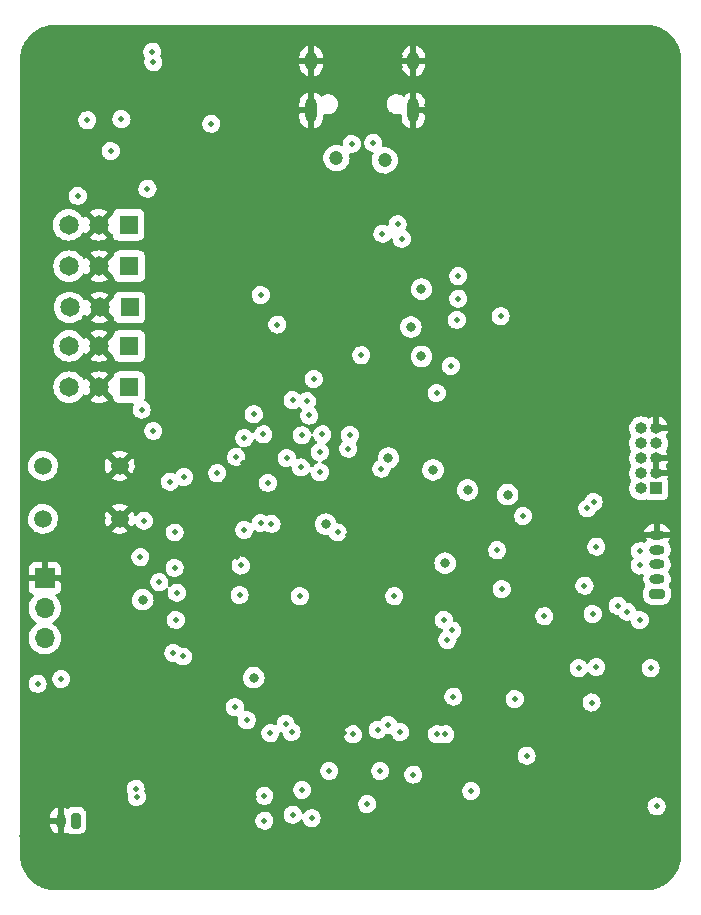
<source format=gbr>
%TF.GenerationSoftware,KiCad,Pcbnew,(5.99.0-10089-gf88d39b4f0)*%
%TF.CreationDate,2021-04-25T16:59:05+01:00*%
%TF.ProjectId,CM4,434d342e-6b69-4636-9164-5f7063625858,v01*%
%TF.SameCoordinates,Original*%
%TF.FileFunction,Copper,L2,Inr*%
%TF.FilePolarity,Positive*%
%FSLAX46Y46*%
G04 Gerber Fmt 4.6, Leading zero omitted, Abs format (unit mm)*
G04 Created by KiCad (PCBNEW (5.99.0-10089-gf88d39b4f0)) date 2021-04-25 16:59:05*
%MOMM*%
%LPD*%
G01*
G04 APERTURE LIST*
G04 Aperture macros list*
%AMRoundRect*
0 Rectangle with rounded corners*
0 $1 Rounding radius*
0 $2 $3 $4 $5 $6 $7 $8 $9 X,Y pos of 4 corners*
0 Add a 4 corners polygon primitive as box body*
4,1,4,$2,$3,$4,$5,$6,$7,$8,$9,$2,$3,0*
0 Add four circle primitives for the rounded corners*
1,1,$1+$1,$2,$3*
1,1,$1+$1,$4,$5*
1,1,$1+$1,$6,$7*
1,1,$1+$1,$8,$9*
0 Add four rect primitives between the rounded corners*
20,1,$1+$1,$2,$3,$4,$5,0*
20,1,$1+$1,$4,$5,$6,$7,0*
20,1,$1+$1,$6,$7,$8,$9,0*
20,1,$1+$1,$8,$9,$2,$3,0*%
G04 Aperture macros list end*
%TA.AperFunction,ComponentPad*%
%ADD10R,1.650000X1.650000*%
%TD*%
%TA.AperFunction,ComponentPad*%
%ADD11C,1.650000*%
%TD*%
%TA.AperFunction,ComponentPad*%
%ADD12O,1.000000X2.100000*%
%TD*%
%TA.AperFunction,ComponentPad*%
%ADD13O,1.000000X1.600000*%
%TD*%
%TA.AperFunction,ComponentPad*%
%ADD14R,1.000000X1.000000*%
%TD*%
%TA.AperFunction,ComponentPad*%
%ADD15O,1.000000X1.000000*%
%TD*%
%TA.AperFunction,ComponentPad*%
%ADD16RoundRect,0.200000X0.450000X-0.200000X0.450000X0.200000X-0.450000X0.200000X-0.450000X-0.200000X0*%
%TD*%
%TA.AperFunction,ComponentPad*%
%ADD17O,1.300000X0.800000*%
%TD*%
%TA.AperFunction,ComponentPad*%
%ADD18R,1.700000X1.700000*%
%TD*%
%TA.AperFunction,ComponentPad*%
%ADD19O,1.700000X1.700000*%
%TD*%
%TA.AperFunction,ComponentPad*%
%ADD20C,1.500000*%
%TD*%
%TA.AperFunction,ComponentPad*%
%ADD21RoundRect,0.200000X0.200000X0.450000X-0.200000X0.450000X-0.200000X-0.450000X0.200000X-0.450000X0*%
%TD*%
%TA.AperFunction,ComponentPad*%
%ADD22O,0.800000X1.300000*%
%TD*%
%TA.AperFunction,ViaPad*%
%ADD23C,0.508000*%
%TD*%
%TA.AperFunction,ViaPad*%
%ADD24C,1.200000*%
%TD*%
%TA.AperFunction,ViaPad*%
%ADD25C,0.800000*%
%TD*%
G04 APERTURE END LIST*
D10*
%TO.N,TIM1_CH3*%
%TO.C,J7*%
X132790000Y-72450000D03*
D11*
%TO.N,GND*%
X130250000Y-72450000D03*
%TO.N,+5V*%
X127710000Y-72450000D03*
%TD*%
D12*
%TO.N,GND*%
%TO.C,J2*%
X156820000Y-55770000D03*
D13*
X148180000Y-51590000D03*
X156820000Y-51590000D03*
D12*
X148180000Y-55770000D03*
%TD*%
D10*
%TO.N,TIM1_CH4*%
%TO.C,J8*%
X132750000Y-68950000D03*
D11*
%TO.N,GND*%
X130210000Y-68950000D03*
%TO.N,+5V*%
X127670000Y-68950000D03*
%TD*%
D10*
%TO.N,TIM1_CH2*%
%TO.C,J6*%
X132750000Y-75700000D03*
D11*
%TO.N,GND*%
X130210000Y-75700000D03*
%TO.N,+5V*%
X127670000Y-75700000D03*
%TD*%
D14*
%TO.N,VDDLDO*%
%TO.C,J14*%
X177370000Y-87770000D03*
D15*
%TO.N,/MCU/SWDIO*%
X176100000Y-87770000D03*
%TO.N,GND*%
X177370000Y-86500000D03*
%TO.N,/MCU/SWCLK*%
X176100000Y-86500000D03*
%TO.N,GND*%
X177370000Y-85230000D03*
%TO.N,/MCU/SWO*%
X176100000Y-85230000D03*
%TO.N,unconnected-(J14-Pad7)*%
X177370000Y-83960000D03*
%TO.N,unconnected-(J14-Pad8)*%
X176100000Y-83960000D03*
%TO.N,GND*%
X177370000Y-82690000D03*
%TO.N,/MCU/NRST*%
X176100000Y-82690000D03*
%TD*%
D16*
%TO.N,M8Q_NRST*%
%TO.C,J3*%
X177450000Y-96700000D03*
D17*
%TO.N,M8Q_RX*%
X177450000Y-95450000D03*
%TO.N,M8Q_TX*%
X177450000Y-94200000D03*
%TO.N,M8Q_PPS*%
X177450000Y-92950000D03*
%TO.N,GND*%
X177450000Y-91700000D03*
%TD*%
D18*
%TO.N,GND*%
%TO.C,J16*%
X125600000Y-95375000D03*
D19*
%TO.N,UART7_RX*%
X125600000Y-97915000D03*
%TO.N,UART7_TX*%
X125600000Y-100455000D03*
%TD*%
D10*
%TO.N,TIM1_CH1*%
%TO.C,J5*%
X132750000Y-79200000D03*
D11*
%TO.N,GND*%
X130210000Y-79200000D03*
%TO.N,+5V*%
X127670000Y-79200000D03*
%TD*%
D10*
%TO.N,SBUS_IN*%
%TO.C,J12*%
X132700000Y-65450000D03*
D11*
%TO.N,GND*%
X130160000Y-65450000D03*
%TO.N,+5V*%
X127620000Y-65450000D03*
%TD*%
D20*
%TO.N,/MCU/NRST*%
%TO.C,S1*%
X125450000Y-90350000D03*
%TO.N,GND*%
X131950000Y-90350000D03*
X131950000Y-85850000D03*
%TO.N,/MCU/NRST*%
X125450000Y-85850000D03*
%TD*%
D21*
%TO.N,ANALOG_IN*%
%TO.C,J9*%
X128225000Y-115900000D03*
D22*
%TO.N,GND*%
X126975000Y-115900000D03*
%TD*%
D23*
%TO.N,GND*%
X169400000Y-109400000D03*
X136600000Y-97900000D03*
X135800000Y-96600000D03*
X136500000Y-93500000D03*
X133300000Y-95000000D03*
D24*
X147600000Y-73000000D03*
D23*
X144100000Y-118500000D03*
D24*
X131500000Y-93700000D03*
D23*
X161000000Y-114500000D03*
X142100000Y-98000000D03*
D24*
X177900000Y-117800000D03*
D23*
X176300000Y-92100000D03*
D24*
X130300000Y-81700000D03*
X162900000Y-120200000D03*
D23*
X159300000Y-49500000D03*
X156300000Y-57900000D03*
D24*
X172000000Y-50800000D03*
D23*
X142000000Y-98800000D03*
X130400000Y-85900000D03*
X142400000Y-85600000D03*
X126200000Y-113700000D03*
X145300000Y-115000000D03*
X146000000Y-116700000D03*
X127300000Y-83000000D03*
X150900000Y-108500000D03*
X155600000Y-86000000D03*
X131500000Y-109000000D03*
X136700000Y-69600000D03*
X136500000Y-106800000D03*
D24*
X136200000Y-73400000D03*
X141800000Y-73800000D03*
X148300000Y-100900000D03*
D23*
X155700000Y-51200000D03*
X174100000Y-117600000D03*
D24*
X130900000Y-112300000D03*
D23*
X165700000Y-104600000D03*
X148200000Y-79500000D03*
X157900000Y-56000000D03*
D24*
X171800000Y-59100000D03*
D23*
X135400000Y-58000000D03*
X177400000Y-81500000D03*
D24*
X175800000Y-59300000D03*
D23*
X153600000Y-81700000D03*
X164100000Y-78500000D03*
X144000000Y-57400000D03*
D24*
X165300000Y-108400000D03*
D23*
X174100000Y-118500000D03*
D24*
X131800000Y-120100000D03*
X175900000Y-54700000D03*
D23*
X126400000Y-60200000D03*
X165700000Y-91200000D03*
X137200000Y-110100000D03*
X176200000Y-112800000D03*
X144700000Y-49400000D03*
X160000000Y-49500000D03*
X141400000Y-50000000D03*
X167500000Y-96900000D03*
X136400000Y-106100000D03*
X145800000Y-49300000D03*
D24*
X130900000Y-50800000D03*
D23*
X168300000Y-117400000D03*
D24*
X147900000Y-105700000D03*
D23*
X178000000Y-99600000D03*
X167700000Y-100300000D03*
X162700000Y-113400000D03*
X142400000Y-66400000D03*
D24*
X175900000Y-107000000D03*
D23*
X174100000Y-116900000D03*
D24*
X144800000Y-100600000D03*
X140800000Y-71700000D03*
X129400000Y-108300000D03*
D23*
X141900000Y-93600000D03*
X128400000Y-111600000D03*
D24*
X163000000Y-83500000D03*
X167900000Y-54700000D03*
X158600000Y-62100000D03*
D23*
X134600000Y-58100000D03*
D24*
X154500000Y-119400000D03*
D23*
X134100000Y-120000000D03*
X143300000Y-113900000D03*
X146700000Y-119200000D03*
D24*
X132200000Y-115700000D03*
D23*
X131500000Y-104500000D03*
D24*
X156100000Y-94000000D03*
D23*
X171900000Y-109100000D03*
X152500000Y-78700000D03*
D24*
X163800000Y-54600000D03*
D23*
X167100000Y-93300000D03*
D24*
X176000000Y-50900000D03*
D23*
X146600000Y-55700000D03*
X154500000Y-77600000D03*
D24*
X168100000Y-50800000D03*
X153000000Y-93600000D03*
X172200000Y-54600000D03*
D23*
X168200000Y-118800000D03*
D24*
X174700000Y-67700000D03*
D23*
X154700000Y-82500000D03*
X132200000Y-105700000D03*
D24*
X143400000Y-77500000D03*
D23*
X144000000Y-61700000D03*
X149300000Y-51400000D03*
X178500000Y-114500000D03*
D24*
X162500000Y-59100000D03*
D23*
X156800000Y-58300000D03*
D24*
X163800000Y-50800000D03*
D23*
X149300000Y-50600000D03*
X164800000Y-100600000D03*
X164200000Y-116000000D03*
X141200000Y-114700000D03*
X144000000Y-59600000D03*
X157700000Y-115900000D03*
D24*
X167900000Y-82000000D03*
D23*
X130500000Y-90300000D03*
X126600000Y-57700000D03*
X150100000Y-113800000D03*
D24*
X167300000Y-59200000D03*
D23*
X148300000Y-57600000D03*
X134100000Y-118500000D03*
X155700000Y-52100000D03*
D24*
X126300000Y-50700000D03*
D23*
X142200000Y-50000000D03*
X125000000Y-111800000D03*
D24*
X165600000Y-70400000D03*
D23*
X158000000Y-55300000D03*
D24*
X129400000Y-105400000D03*
X148400000Y-61600000D03*
D23*
X141900000Y-99300000D03*
X174100000Y-119300000D03*
X152800000Y-79800000D03*
X130200000Y-63800000D03*
X127100000Y-95600000D03*
D24*
X126100000Y-54800000D03*
D23*
X140200000Y-81700000D03*
D24*
X124000000Y-117200000D03*
D23*
X131500000Y-108300000D03*
X173700000Y-99600000D03*
X164200000Y-75400000D03*
X146600000Y-56300000D03*
X134900000Y-100400000D03*
D24*
X131400000Y-54400000D03*
D23*
X151300000Y-91700000D03*
D24*
X172000000Y-74300000D03*
D23*
X148800000Y-58200000D03*
X168300000Y-118100000D03*
%TO.N,+5V*%
X172300000Y-92700000D03*
X128400000Y-63000000D03*
X134300000Y-62400000D03*
X139700000Y-56900000D03*
X143900000Y-71400000D03*
%TO.N,/MCU/VBAT*%
X142200000Y-94300000D03*
X135300000Y-95700000D03*
%TO.N,VCAP*%
X144500000Y-87300000D03*
X159400000Y-98900000D03*
X142500000Y-83500000D03*
X163900000Y-93000000D03*
D25*
%TO.N,/MCU/NRST*%
X143300000Y-103800000D03*
X133900000Y-97200000D03*
X164800000Y-88300000D03*
D23*
%TO.N,/MCU/LED_D*%
X127000000Y-103900000D03*
X137300000Y-102000000D03*
%TO.N,/MCU/LED_C*%
X136500000Y-101700000D03*
X125000000Y-104312500D03*
D24*
%TO.N,VCC*%
X150300000Y-59800000D03*
X154400000Y-60000000D03*
D23*
X154200000Y-66200000D03*
%TO.N,VDDLDO*%
X134800000Y-51700000D03*
X156800000Y-112000000D03*
X166100000Y-90100000D03*
X131200000Y-59200000D03*
X136800000Y-96600000D03*
X136700000Y-98900000D03*
X161700000Y-113400000D03*
X167900000Y-98600000D03*
X171300000Y-96000000D03*
X134000000Y-90500000D03*
X148400000Y-78500000D03*
X133300000Y-113200000D03*
X158800000Y-108600000D03*
X146600000Y-80300000D03*
X160500000Y-73500000D03*
X136600000Y-94500000D03*
X160000000Y-77400000D03*
X172300000Y-102900000D03*
X160600000Y-69800000D03*
X133700000Y-93600000D03*
X129200000Y-56600000D03*
X177400000Y-114700000D03*
X159500000Y-108600000D03*
X141700000Y-106300000D03*
X141800000Y-85100000D03*
X152900000Y-114500000D03*
X160600000Y-71700000D03*
X136200000Y-87200000D03*
X154000000Y-111700000D03*
X133400000Y-113900000D03*
X151700000Y-108600000D03*
D25*
X154700000Y-85200000D03*
D23*
X144200000Y-113800000D03*
X140200000Y-86480000D03*
X158800000Y-79700000D03*
X166400000Y-110400000D03*
X164200000Y-73200000D03*
X172000000Y-98400000D03*
X170800000Y-103000000D03*
X151441100Y-83269269D03*
X142100000Y-96800000D03*
X160100000Y-99800000D03*
X147800000Y-80400000D03*
X145300000Y-73900000D03*
X143300000Y-81500000D03*
X144200000Y-115900000D03*
X152400000Y-76500000D03*
X150400000Y-91500000D03*
X160200000Y-105400000D03*
X144700000Y-108500000D03*
X146600000Y-115400000D03*
X132100000Y-56500000D03*
X154100000Y-86100000D03*
X159700000Y-100600000D03*
X165400000Y-105600000D03*
X134700000Y-50800000D03*
X133800000Y-81100000D03*
X136600000Y-91500000D03*
%TO.N,I2C1_SCL*%
X149100000Y-83200000D03*
X146100000Y-85200000D03*
%TO.N,I2C1_SDA*%
X144100000Y-83200000D03*
X147374596Y-83274596D03*
%TO.N,LSM9DS1_CS_M*%
X148000000Y-81600000D03*
X151300000Y-84400000D03*
D25*
%TO.N,/MCU/SWO*%
X149400000Y-90800000D03*
%TO.N,/MCU/SDMMC_D3*%
X158476900Y-86200000D03*
X156600000Y-74100000D03*
%TO.N,/MCU/SDMMC_D2*%
X157500000Y-76600000D03*
X157500000Y-70900000D03*
D23*
%TO.N,TIM1_CH1*%
X137400000Y-86800000D03*
X147200000Y-96900000D03*
X164300000Y-96300000D03*
X155200000Y-96900000D03*
D25*
%TO.N,/MCU/SDMMC_D1*%
X161400000Y-87900000D03*
X159500000Y-94100000D03*
D23*
%TO.N,M8Q_PPS*%
X176000000Y-93100000D03*
X174100000Y-97700000D03*
%TO.N,M8Q_TX*%
X176900000Y-103000000D03*
X174900000Y-98200000D03*
X176000000Y-94300000D03*
X171900000Y-105900000D03*
%TO.N,M8Q_RX*%
X175982529Y-98917471D03*
%TO.N,TIM1_CH4*%
X155700000Y-108400000D03*
%TO.N,TIM1_CH3*%
X154700000Y-107800000D03*
%TO.N,TIM1_CH2*%
X153800000Y-108200000D03*
%TO.N,/Power/USB_D+*%
X171532006Y-89467994D03*
X155832006Y-66632006D03*
%TO.N,/Power/USB_D-*%
X151600000Y-58600000D03*
X172067994Y-88932006D03*
X153400000Y-58500000D03*
X155482361Y-65417639D03*
%TO.N,SPI1_MISO*%
X146500000Y-108400000D03*
X148200000Y-115700000D03*
%TO.N,SPI1_SCK*%
X146000000Y-107700000D03*
X147400000Y-113300000D03*
%TO.N,ANALOG_IN*%
X149700000Y-111700000D03*
%TO.N,SBUS_RX*%
X142700000Y-107400000D03*
X134800000Y-82900000D03*
%TO.N,LSM9DS1_SDO_AG*%
X144800000Y-90769100D03*
X148900000Y-84700000D03*
%TO.N,LSM9DS1_CS_AG*%
X142500000Y-91300000D03*
X148900000Y-86400000D03*
%TO.N,LSM9DS1_SDO_M*%
X147300000Y-86000000D03*
X143900000Y-90700000D03*
%TD*%
%TA.AperFunction,Conductor*%
%TO.N,GND*%
G36*
X176464570Y-48509797D02*
G01*
X176480457Y-48512477D01*
X176485323Y-48512538D01*
X176485329Y-48512539D01*
X176631012Y-48514379D01*
X176636045Y-48514543D01*
X176707829Y-48518322D01*
X176714400Y-48518842D01*
X176829480Y-48530994D01*
X176957391Y-48544500D01*
X176963958Y-48545368D01*
X177004043Y-48551746D01*
X177017278Y-48553852D01*
X177023771Y-48555061D01*
X177262739Y-48606095D01*
X177269159Y-48607644D01*
X177321281Y-48621677D01*
X177327612Y-48623561D01*
X177559941Y-48699420D01*
X177566138Y-48701626D01*
X177584262Y-48708618D01*
X177616474Y-48721046D01*
X177622590Y-48723592D01*
X177808444Y-48806767D01*
X177845628Y-48823408D01*
X177851605Y-48826274D01*
X177899630Y-48850876D01*
X177905444Y-48854050D01*
X178116766Y-48976733D01*
X178122409Y-48980211D01*
X178167588Y-49009721D01*
X178173038Y-49013489D01*
X178370276Y-49157661D01*
X178375521Y-49161710D01*
X178417371Y-49195816D01*
X178422390Y-49200131D01*
X178603426Y-49364242D01*
X178608194Y-49368798D01*
X178646232Y-49407111D01*
X178650776Y-49411935D01*
X178813584Y-49594156D01*
X178817866Y-49599211D01*
X178851641Y-49641269D01*
X178855644Y-49646532D01*
X178998415Y-49844837D01*
X179002123Y-49850282D01*
X179031348Y-49895737D01*
X179034764Y-49901371D01*
X179155913Y-50113555D01*
X179159044Y-50119390D01*
X179175910Y-50152907D01*
X179183308Y-50167610D01*
X179186130Y-50173606D01*
X179277016Y-50380675D01*
X179284327Y-50397333D01*
X179286824Y-50403455D01*
X179302206Y-50444197D01*
X179305893Y-50453962D01*
X179308069Y-50460221D01*
X179382227Y-50693011D01*
X179384072Y-50699375D01*
X179397728Y-50751590D01*
X179399233Y-50758032D01*
X179410364Y-50812055D01*
X179448542Y-50997350D01*
X179449708Y-51003870D01*
X179457811Y-51057272D01*
X179458628Y-51063814D01*
X179464176Y-51120242D01*
X179482533Y-51306972D01*
X179483007Y-51313580D01*
X179486270Y-51385396D01*
X179486398Y-51390414D01*
X179487197Y-51537696D01*
X179487856Y-51542124D01*
X179490629Y-51560768D01*
X179492000Y-51579307D01*
X179492000Y-118718254D01*
X179490247Y-118739197D01*
X179487520Y-118755376D01*
X179487317Y-118771526D01*
X179485623Y-118906459D01*
X179485460Y-118911470D01*
X179481692Y-118983384D01*
X179481175Y-118989961D01*
X179455528Y-119233982D01*
X179454667Y-119240524D01*
X179446185Y-119294075D01*
X179444983Y-119300560D01*
X179425234Y-119393473D01*
X179410561Y-119462505D01*
X179393965Y-119540582D01*
X179392431Y-119546970D01*
X179378409Y-119599300D01*
X179376536Y-119605623D01*
X179300708Y-119838999D01*
X179298506Y-119845218D01*
X179279082Y-119895819D01*
X179276558Y-119901912D01*
X179192052Y-120091718D01*
X179176764Y-120126056D01*
X179176756Y-120126073D01*
X179173924Y-120132010D01*
X179152261Y-120174526D01*
X179149317Y-120180304D01*
X179146170Y-120186100D01*
X179023486Y-120398595D01*
X179020047Y-120404207D01*
X178990509Y-120449692D01*
X178986789Y-120455103D01*
X178842579Y-120653593D01*
X178838577Y-120658810D01*
X178805253Y-120699962D01*
X178804426Y-120700983D01*
X178800142Y-120705999D01*
X178635963Y-120888338D01*
X178631422Y-120893122D01*
X178593111Y-120931433D01*
X178588346Y-120935956D01*
X178405973Y-121100165D01*
X178400989Y-121104421D01*
X178358831Y-121138559D01*
X178353598Y-121142575D01*
X178155099Y-121286791D01*
X178149665Y-121290526D01*
X178104223Y-121320037D01*
X178098597Y-121323484D01*
X177886100Y-121446170D01*
X177880304Y-121449317D01*
X177831997Y-121473931D01*
X177826073Y-121476756D01*
X177601922Y-121576555D01*
X177595875Y-121579061D01*
X177570752Y-121588704D01*
X177545193Y-121598515D01*
X177538976Y-121600716D01*
X177305619Y-121676536D01*
X177299298Y-121678409D01*
X177280619Y-121683414D01*
X177246971Y-121692431D01*
X177240590Y-121693962D01*
X177000547Y-121744986D01*
X176994100Y-121746181D01*
X176940513Y-121754669D01*
X176933996Y-121755526D01*
X176796000Y-121770030D01*
X176689973Y-121781174D01*
X176683397Y-121781691D01*
X176611472Y-121785460D01*
X176606459Y-121785623D01*
X176504212Y-121786906D01*
X176458654Y-121787478D01*
X176439331Y-121790493D01*
X176419907Y-121792000D01*
X126581746Y-121792000D01*
X126560803Y-121790247D01*
X126556245Y-121789479D01*
X126544624Y-121787520D01*
X126514057Y-121787136D01*
X126393541Y-121785623D01*
X126388530Y-121785460D01*
X126324919Y-121782127D01*
X126316612Y-121781692D01*
X126310044Y-121781175D01*
X126066019Y-121755528D01*
X126059482Y-121754668D01*
X126039739Y-121751541D01*
X126005925Y-121746185D01*
X125999440Y-121744983D01*
X125889601Y-121721636D01*
X125759400Y-121693961D01*
X125753030Y-121692431D01*
X125700696Y-121678408D01*
X125694377Y-121676536D01*
X125461001Y-121600708D01*
X125454782Y-121598506D01*
X125404181Y-121579082D01*
X125398088Y-121576558D01*
X125173927Y-121476756D01*
X125167990Y-121473924D01*
X125119696Y-121449317D01*
X125113900Y-121446170D01*
X124901405Y-121323486D01*
X124895793Y-121320047D01*
X124850308Y-121290509D01*
X124844897Y-121286789D01*
X124646407Y-121142579D01*
X124641190Y-121138577D01*
X124599011Y-121104421D01*
X124594001Y-121100142D01*
X124593995Y-121100136D01*
X124411661Y-120935962D01*
X124406878Y-120931422D01*
X124368567Y-120893111D01*
X124364044Y-120888346D01*
X124199835Y-120705973D01*
X124195579Y-120700989D01*
X124161441Y-120658831D01*
X124157425Y-120653598D01*
X124157422Y-120653593D01*
X124112214Y-120591370D01*
X124013209Y-120455099D01*
X124009474Y-120449665D01*
X123979963Y-120404223D01*
X123976516Y-120398597D01*
X123853830Y-120186100D01*
X123850683Y-120180304D01*
X123846817Y-120172717D01*
X123826069Y-120131997D01*
X123823236Y-120126056D01*
X123723445Y-119901922D01*
X123720939Y-119895875D01*
X123711296Y-119870752D01*
X123701485Y-119845193D01*
X123699284Y-119838976D01*
X123623464Y-119605619D01*
X123621591Y-119599298D01*
X123616586Y-119580619D01*
X123607569Y-119546971D01*
X123606036Y-119540582D01*
X123588468Y-119457934D01*
X123555014Y-119300547D01*
X123553819Y-119294100D01*
X123545331Y-119240513D01*
X123544472Y-119233985D01*
X123518826Y-118989973D01*
X123518309Y-118983397D01*
X123514540Y-118911473D01*
X123514377Y-118906460D01*
X123512578Y-118763129D01*
X123512522Y-118758654D01*
X123511833Y-118754236D01*
X123511832Y-118754228D01*
X123509477Y-118739137D01*
X123507970Y-118719757D01*
X123507970Y-118718254D01*
X123507350Y-117057874D01*
X123507332Y-117009501D01*
X123507018Y-116167548D01*
X126067000Y-116167548D01*
X126067000Y-116194282D01*
X126067344Y-116200842D01*
X126081261Y-116333260D01*
X126083991Y-116346101D01*
X126138891Y-116515066D01*
X126144237Y-116527074D01*
X126233064Y-116680927D01*
X126240786Y-116691556D01*
X126359669Y-116823588D01*
X126369423Y-116832370D01*
X126513158Y-116936800D01*
X126524530Y-116943366D01*
X126686840Y-117015631D01*
X126699325Y-117019688D01*
X126703278Y-117020528D01*
X126717341Y-117019455D01*
X126721000Y-117009501D01*
X126721000Y-116172115D01*
X126716525Y-116156876D01*
X126715135Y-116155671D01*
X126707452Y-116154000D01*
X126085115Y-116154000D01*
X126069876Y-116158475D01*
X126068671Y-116159865D01*
X126067000Y-116167548D01*
X123507018Y-116167548D01*
X123506808Y-115605718D01*
X126067000Y-115605718D01*
X126067000Y-115627885D01*
X126071475Y-115643124D01*
X126072865Y-115644329D01*
X126080548Y-115646000D01*
X126702885Y-115646000D01*
X126718124Y-115641525D01*
X126719329Y-115640135D01*
X126721000Y-115632452D01*
X126721000Y-114793820D01*
X126720025Y-114790499D01*
X127229000Y-114790499D01*
X127229000Y-117006180D01*
X127232973Y-117019711D01*
X127243468Y-117021220D01*
X127250675Y-117019688D01*
X127263160Y-117015631D01*
X127425470Y-116943366D01*
X127436842Y-116936800D01*
X127454973Y-116923627D01*
X127521841Y-116899768D01*
X127590993Y-116915849D01*
X127605885Y-116926502D01*
X127605885Y-116926501D01*
X127612128Y-116930840D01*
X127617796Y-116935890D01*
X127624505Y-116939442D01*
X127624506Y-116939443D01*
X127762589Y-117012555D01*
X127762592Y-117012556D01*
X127769304Y-117016110D01*
X127935575Y-117057874D01*
X127941338Y-117058237D01*
X127941341Y-117058237D01*
X127943530Y-117058375D01*
X127943546Y-117058376D01*
X127945525Y-117058500D01*
X128466317Y-117058500D01*
X128595194Y-117042904D01*
X128755562Y-116982306D01*
X128836759Y-116926501D01*
X128890587Y-116889506D01*
X128890589Y-116889505D01*
X128896846Y-116885204D01*
X128901899Y-116879533D01*
X129005836Y-116762877D01*
X129005838Y-116762875D01*
X129010890Y-116757204D01*
X129014442Y-116750495D01*
X129014445Y-116750491D01*
X129087555Y-116612411D01*
X129087556Y-116612408D01*
X129091110Y-116605696D01*
X129132874Y-116439425D01*
X129133292Y-116432779D01*
X129133375Y-116431470D01*
X129133376Y-116431454D01*
X129133500Y-116429475D01*
X129133500Y-115982890D01*
X143436989Y-115982890D01*
X143476523Y-116156197D01*
X143479748Y-116162767D01*
X143479749Y-116162768D01*
X143480988Y-116165292D01*
X143554865Y-116315761D01*
X143559513Y-116321410D01*
X143559514Y-116321411D01*
X143625417Y-116401500D01*
X143667814Y-116453023D01*
X143749405Y-116515066D01*
X143803486Y-116556191D01*
X143803489Y-116556193D01*
X143809311Y-116560620D01*
X143815992Y-116563587D01*
X143815996Y-116563590D01*
X143965078Y-116629809D01*
X143965080Y-116629810D01*
X143971765Y-116632779D01*
X144146462Y-116665630D01*
X144153770Y-116665292D01*
X144153773Y-116665292D01*
X144316716Y-116657751D01*
X144316720Y-116657750D01*
X144324031Y-116657412D01*
X144405490Y-116634131D01*
X144487905Y-116610577D01*
X144487908Y-116610576D01*
X144494947Y-116608564D01*
X144640458Y-116527074D01*
X144643653Y-116525285D01*
X144643656Y-116525283D01*
X144650041Y-116521707D01*
X144780994Y-116401500D01*
X144880781Y-116254392D01*
X144944049Y-116088273D01*
X144947321Y-116063590D01*
X144966893Y-115915919D01*
X144966893Y-115915917D01*
X144967405Y-115912055D01*
X144967500Y-115900000D01*
X144966969Y-115895446D01*
X144947763Y-115730707D01*
X144947762Y-115730704D01*
X144946915Y-115723437D01*
X144942784Y-115712055D01*
X144888759Y-115563221D01*
X144888759Y-115563220D01*
X144886263Y-115556345D01*
X144842786Y-115490030D01*
X144838105Y-115482890D01*
X145836989Y-115482890D01*
X145876523Y-115656197D01*
X145954865Y-115815761D01*
X145959513Y-115821410D01*
X145959514Y-115821411D01*
X146020983Y-115896111D01*
X146067814Y-115953023D01*
X146116481Y-115990030D01*
X146203486Y-116056191D01*
X146203489Y-116056193D01*
X146209311Y-116060620D01*
X146215992Y-116063587D01*
X146215996Y-116063590D01*
X146365078Y-116129809D01*
X146365080Y-116129810D01*
X146371765Y-116132779D01*
X146546462Y-116165630D01*
X146553770Y-116165292D01*
X146553773Y-116165292D01*
X146716716Y-116157751D01*
X146716720Y-116157750D01*
X146724031Y-116157412D01*
X146731071Y-116155400D01*
X146887905Y-116110577D01*
X146887908Y-116110576D01*
X146894947Y-116108564D01*
X147003892Y-116047552D01*
X147043653Y-116025285D01*
X147043656Y-116025283D01*
X147050041Y-116021707D01*
X147165286Y-115915919D01*
X147175606Y-115906446D01*
X147175607Y-115906445D01*
X147180994Y-115901500D01*
X147230142Y-115829045D01*
X147284936Y-115783899D01*
X147355439Y-115775543D01*
X147419267Y-115806631D01*
X147457260Y-115871754D01*
X147476523Y-115956197D01*
X147479748Y-115962767D01*
X147479749Y-115962768D01*
X147514138Y-116032810D01*
X147554865Y-116115761D01*
X147559513Y-116121410D01*
X147559514Y-116121411D01*
X147624876Y-116200842D01*
X147667814Y-116253023D01*
X147741680Y-116309192D01*
X147803486Y-116356191D01*
X147803489Y-116356193D01*
X147809311Y-116360620D01*
X147815992Y-116363587D01*
X147815996Y-116363590D01*
X147965078Y-116429809D01*
X147965080Y-116429810D01*
X147971765Y-116432779D01*
X148146462Y-116465630D01*
X148153770Y-116465292D01*
X148153773Y-116465292D01*
X148316716Y-116457751D01*
X148316720Y-116457750D01*
X148324031Y-116457412D01*
X148339388Y-116453023D01*
X148487905Y-116410577D01*
X148487908Y-116410576D01*
X148494947Y-116408564D01*
X148588466Y-116356191D01*
X148643653Y-116325285D01*
X148643656Y-116325283D01*
X148650041Y-116321707D01*
X148780994Y-116201500D01*
X148880781Y-116054392D01*
X148944049Y-115888273D01*
X148946239Y-115871754D01*
X148966893Y-115715919D01*
X148966893Y-115715917D01*
X148967405Y-115712055D01*
X148967500Y-115700000D01*
X148967047Y-115696111D01*
X148947763Y-115530707D01*
X148947762Y-115530704D01*
X148946915Y-115523437D01*
X148914008Y-115432779D01*
X148888759Y-115363221D01*
X148888759Y-115363220D01*
X148886263Y-115356345D01*
X148874686Y-115338686D01*
X148792811Y-115213806D01*
X148792810Y-115213805D01*
X148788799Y-115207687D01*
X148659751Y-115085439D01*
X148506040Y-114996156D01*
X148335913Y-114944630D01*
X148158495Y-114933623D01*
X148151280Y-114934863D01*
X148151277Y-114934863D01*
X148027124Y-114956197D01*
X147983303Y-114963727D01*
X147976568Y-114966593D01*
X147976567Y-114966593D01*
X147852029Y-115019584D01*
X147819735Y-115033325D01*
X147813847Y-115037658D01*
X147813842Y-115037661D01*
X147707717Y-115115761D01*
X147676566Y-115138686D01*
X147657932Y-115160620D01*
X147563643Y-115271605D01*
X147504294Y-115310570D01*
X147433301Y-115311263D01*
X147373203Y-115273464D01*
X147347232Y-115223322D01*
X147346915Y-115223437D01*
X147346032Y-115221004D01*
X147346032Y-115221003D01*
X147286263Y-115056345D01*
X147280499Y-115047552D01*
X147192811Y-114913806D01*
X147192810Y-114913805D01*
X147188799Y-114907687D01*
X147059751Y-114785439D01*
X146906040Y-114696156D01*
X146735913Y-114644630D01*
X146558495Y-114633623D01*
X146551280Y-114634863D01*
X146551277Y-114634863D01*
X146390519Y-114662487D01*
X146383303Y-114663727D01*
X146376568Y-114666593D01*
X146376567Y-114666593D01*
X146325615Y-114688273D01*
X146219735Y-114733325D01*
X146213847Y-114737658D01*
X146213842Y-114737661D01*
X146108738Y-114815010D01*
X146076566Y-114838686D01*
X146071822Y-114844269D01*
X146071823Y-114844269D01*
X145966214Y-114968578D01*
X145966211Y-114968582D01*
X145961475Y-114974157D01*
X145880636Y-115132471D01*
X145878896Y-115139580D01*
X145878895Y-115139584D01*
X145840125Y-115298024D01*
X145838385Y-115305136D01*
X145838328Y-115312454D01*
X145838327Y-115312458D01*
X145837949Y-115360620D01*
X145836989Y-115482890D01*
X144838105Y-115482890D01*
X144792811Y-115413806D01*
X144792810Y-115413805D01*
X144788799Y-115407687D01*
X144659751Y-115285439D01*
X144506040Y-115196156D01*
X144335913Y-115144630D01*
X144158495Y-115133623D01*
X144151280Y-115134863D01*
X144151277Y-115134863D01*
X144027159Y-115156191D01*
X143983303Y-115163727D01*
X143976568Y-115166593D01*
X143976567Y-115166593D01*
X143879989Y-115207687D01*
X143819735Y-115233325D01*
X143813847Y-115237658D01*
X143813842Y-115237661D01*
X143706361Y-115316759D01*
X143676566Y-115338686D01*
X143671822Y-115344269D01*
X143671823Y-115344269D01*
X143566214Y-115468578D01*
X143566211Y-115468582D01*
X143561475Y-115474157D01*
X143480636Y-115632471D01*
X143478896Y-115639580D01*
X143478895Y-115639584D01*
X143440125Y-115798024D01*
X143438385Y-115805136D01*
X143438328Y-115812454D01*
X143438327Y-115812458D01*
X143438257Y-115821411D01*
X143436989Y-115982890D01*
X129133500Y-115982890D01*
X129133500Y-115408683D01*
X129117904Y-115279806D01*
X129057306Y-115119438D01*
X129016763Y-115060448D01*
X128964506Y-114984413D01*
X128964505Y-114984411D01*
X128960204Y-114978154D01*
X128954533Y-114973101D01*
X128837877Y-114869164D01*
X128837875Y-114869162D01*
X128832204Y-114864110D01*
X128825495Y-114860558D01*
X128825491Y-114860555D01*
X128687411Y-114787445D01*
X128687408Y-114787444D01*
X128680696Y-114783890D01*
X128647561Y-114775567D01*
X128584709Y-114759780D01*
X128514425Y-114742126D01*
X128508662Y-114741763D01*
X128508659Y-114741763D01*
X128506470Y-114741625D01*
X128506454Y-114741624D01*
X128504475Y-114741500D01*
X127983683Y-114741500D01*
X127854806Y-114757096D01*
X127694438Y-114817694D01*
X127628227Y-114863200D01*
X127603263Y-114880357D01*
X127535794Y-114902457D01*
X127467087Y-114884572D01*
X127457834Y-114878452D01*
X127436843Y-114863201D01*
X127425470Y-114856634D01*
X127263160Y-114784369D01*
X127250675Y-114780312D01*
X127246722Y-114779472D01*
X127232659Y-114780545D01*
X127229000Y-114790499D01*
X126720025Y-114790499D01*
X126717027Y-114780289D01*
X126706532Y-114778780D01*
X126699325Y-114780312D01*
X126686840Y-114784369D01*
X126524530Y-114856634D01*
X126513158Y-114863200D01*
X126369423Y-114967630D01*
X126359669Y-114976412D01*
X126240786Y-115108444D01*
X126233064Y-115119073D01*
X126144237Y-115272926D01*
X126138891Y-115284934D01*
X126083991Y-115453899D01*
X126081261Y-115466740D01*
X126067344Y-115599158D01*
X126067000Y-115605718D01*
X123506808Y-115605718D01*
X123505941Y-113282890D01*
X132536989Y-113282890D01*
X132576523Y-113456197D01*
X132579748Y-113462767D01*
X132579749Y-113462768D01*
X132654636Y-113615295D01*
X132666704Y-113685259D01*
X132663922Y-113700774D01*
X132641101Y-113794036D01*
X132638385Y-113805136D01*
X132638328Y-113812454D01*
X132638327Y-113812458D01*
X132638053Y-113847372D01*
X132636989Y-113982890D01*
X132676523Y-114156197D01*
X132679748Y-114162767D01*
X132679749Y-114162768D01*
X132680988Y-114165292D01*
X132754865Y-114315761D01*
X132759513Y-114321410D01*
X132759514Y-114321411D01*
X132822557Y-114398024D01*
X132867814Y-114453023D01*
X132924478Y-114496111D01*
X133003486Y-114556191D01*
X133003489Y-114556193D01*
X133009311Y-114560620D01*
X133015992Y-114563587D01*
X133015996Y-114563590D01*
X133165078Y-114629809D01*
X133165080Y-114629810D01*
X133171765Y-114632779D01*
X133346462Y-114665630D01*
X133353770Y-114665292D01*
X133353773Y-114665292D01*
X133516716Y-114657751D01*
X133516720Y-114657750D01*
X133524031Y-114657412D01*
X133531071Y-114655400D01*
X133687905Y-114610577D01*
X133687908Y-114610576D01*
X133694947Y-114608564D01*
X133740791Y-114582890D01*
X152136989Y-114582890D01*
X152176523Y-114756197D01*
X152179748Y-114762767D01*
X152179749Y-114762768D01*
X152208828Y-114821995D01*
X152254865Y-114915761D01*
X152259513Y-114921410D01*
X152259514Y-114921411D01*
X152321020Y-114996156D01*
X152367814Y-115053023D01*
X152417066Y-115090475D01*
X152503486Y-115156191D01*
X152503489Y-115156193D01*
X152509311Y-115160620D01*
X152515992Y-115163587D01*
X152515996Y-115163590D01*
X152665078Y-115229809D01*
X152665080Y-115229810D01*
X152671765Y-115232779D01*
X152846462Y-115265630D01*
X152853770Y-115265292D01*
X152853773Y-115265292D01*
X153016716Y-115257751D01*
X153016720Y-115257750D01*
X153024031Y-115257412D01*
X153039388Y-115253023D01*
X153187905Y-115210577D01*
X153187908Y-115210576D01*
X153194947Y-115208564D01*
X153252174Y-115176516D01*
X153343653Y-115125285D01*
X153343656Y-115125283D01*
X153350041Y-115121707D01*
X153480994Y-115001500D01*
X153580781Y-114854392D01*
X153608013Y-114782890D01*
X176636989Y-114782890D01*
X176676523Y-114956197D01*
X176754865Y-115115761D01*
X176759513Y-115121410D01*
X176759514Y-115121411D01*
X176821020Y-115196156D01*
X176867814Y-115253023D01*
X176936346Y-115305136D01*
X177003486Y-115356191D01*
X177003489Y-115356193D01*
X177009311Y-115360620D01*
X177015992Y-115363587D01*
X177015996Y-115363590D01*
X177165078Y-115429809D01*
X177165080Y-115429810D01*
X177171765Y-115432779D01*
X177346462Y-115465630D01*
X177353770Y-115465292D01*
X177353773Y-115465292D01*
X177516716Y-115457751D01*
X177516720Y-115457750D01*
X177524031Y-115457412D01*
X177605490Y-115434131D01*
X177687905Y-115410577D01*
X177687908Y-115410576D01*
X177694947Y-115408564D01*
X177780557Y-115360620D01*
X177843653Y-115325285D01*
X177843656Y-115325283D01*
X177850041Y-115321707D01*
X177957221Y-115223322D01*
X177975606Y-115206446D01*
X177975607Y-115206445D01*
X177980994Y-115201500D01*
X178080781Y-115054392D01*
X178144049Y-114888273D01*
X178148243Y-114856634D01*
X178166893Y-114715919D01*
X178166893Y-114715917D01*
X178167405Y-114712055D01*
X178167500Y-114700000D01*
X178167047Y-114696111D01*
X178147763Y-114530707D01*
X178147762Y-114530704D01*
X178146915Y-114523437D01*
X178142784Y-114512055D01*
X178088759Y-114363221D01*
X178088759Y-114363220D01*
X178086263Y-114356345D01*
X178063360Y-114321411D01*
X177992811Y-114213806D01*
X177992810Y-114213805D01*
X177988799Y-114207687D01*
X177859751Y-114085439D01*
X177706040Y-113996156D01*
X177535913Y-113944630D01*
X177358495Y-113933623D01*
X177351280Y-113934863D01*
X177351277Y-113934863D01*
X177227159Y-113956191D01*
X177183303Y-113963727D01*
X177176568Y-113966593D01*
X177176567Y-113966593D01*
X177079989Y-114007687D01*
X177019735Y-114033325D01*
X177013847Y-114037658D01*
X177013842Y-114037661D01*
X176882466Y-114134344D01*
X176876566Y-114138686D01*
X176866763Y-114150225D01*
X176766214Y-114268578D01*
X176766211Y-114268582D01*
X176761475Y-114274157D01*
X176680636Y-114432471D01*
X176678896Y-114439580D01*
X176678895Y-114439584D01*
X176642081Y-114590030D01*
X176638385Y-114605136D01*
X176638328Y-114612454D01*
X176638327Y-114612458D01*
X176637910Y-114665630D01*
X176636989Y-114782890D01*
X153608013Y-114782890D01*
X153644049Y-114688273D01*
X153646923Y-114666593D01*
X153666893Y-114515919D01*
X153666893Y-114515917D01*
X153667405Y-114512055D01*
X153667500Y-114500000D01*
X153662540Y-114457454D01*
X153647763Y-114330707D01*
X153647762Y-114330704D01*
X153646915Y-114323437D01*
X153641745Y-114309192D01*
X153588759Y-114163221D01*
X153588759Y-114163220D01*
X153586263Y-114156345D01*
X153581487Y-114149059D01*
X153492811Y-114013806D01*
X153492810Y-114013805D01*
X153488799Y-114007687D01*
X153359751Y-113885439D01*
X153206040Y-113796156D01*
X153035913Y-113744630D01*
X152858495Y-113733623D01*
X152851280Y-113734863D01*
X152851277Y-113734863D01*
X152702385Y-113760448D01*
X152683303Y-113763727D01*
X152676568Y-113766593D01*
X152676567Y-113766593D01*
X152578891Y-113808154D01*
X152519735Y-113833325D01*
X152513847Y-113837658D01*
X152513842Y-113837661D01*
X152406361Y-113916759D01*
X152376566Y-113938686D01*
X152371822Y-113944269D01*
X152371823Y-113944269D01*
X152266214Y-114068578D01*
X152266211Y-114068582D01*
X152261475Y-114074157D01*
X152180636Y-114232471D01*
X152178896Y-114239580D01*
X152178895Y-114239584D01*
X152140756Y-114395446D01*
X152138385Y-114405136D01*
X152138328Y-114412454D01*
X152138327Y-114412458D01*
X152138170Y-114432471D01*
X152136989Y-114582890D01*
X133740791Y-114582890D01*
X133785680Y-114557751D01*
X133843653Y-114525285D01*
X133843656Y-114525283D01*
X133850041Y-114521707D01*
X133964371Y-114416759D01*
X133975606Y-114406446D01*
X133975607Y-114406445D01*
X133980994Y-114401500D01*
X134080781Y-114254392D01*
X134144049Y-114088273D01*
X134146660Y-114068578D01*
X134166893Y-113915919D01*
X134166893Y-113915917D01*
X134167405Y-113912055D01*
X134167500Y-113900000D01*
X134166338Y-113890030D01*
X134165506Y-113882890D01*
X143436989Y-113882890D01*
X143476523Y-114056197D01*
X143479748Y-114062767D01*
X143479749Y-114062768D01*
X143493353Y-114090475D01*
X143554865Y-114215761D01*
X143559513Y-114221410D01*
X143559514Y-114221411D01*
X143625417Y-114301500D01*
X143667814Y-114353023D01*
X143736346Y-114405136D01*
X143803486Y-114456191D01*
X143803489Y-114456193D01*
X143809311Y-114460620D01*
X143815992Y-114463587D01*
X143815996Y-114463590D01*
X143965078Y-114529809D01*
X143965080Y-114529810D01*
X143971765Y-114532779D01*
X144092060Y-114555400D01*
X144135614Y-114563590D01*
X144146462Y-114565630D01*
X144153770Y-114565292D01*
X144153773Y-114565292D01*
X144316716Y-114557751D01*
X144316720Y-114557750D01*
X144324031Y-114557412D01*
X144405490Y-114534131D01*
X144487905Y-114510577D01*
X144487908Y-114510576D01*
X144494947Y-114508564D01*
X144580557Y-114460620D01*
X144643653Y-114425285D01*
X144643656Y-114425283D01*
X144650041Y-114421707D01*
X144765458Y-114315761D01*
X144775606Y-114306446D01*
X144775607Y-114306445D01*
X144780994Y-114301500D01*
X144880781Y-114154392D01*
X144944049Y-113988273D01*
X144946923Y-113966593D01*
X144966893Y-113815919D01*
X144966893Y-113815917D01*
X144967405Y-113812055D01*
X144967500Y-113800000D01*
X144966805Y-113794036D01*
X144947763Y-113630707D01*
X144947762Y-113630704D01*
X144946915Y-113623437D01*
X144925058Y-113563221D01*
X144888759Y-113463221D01*
X144888759Y-113463220D01*
X144886263Y-113456345D01*
X144881487Y-113449059D01*
X144838105Y-113382890D01*
X146636989Y-113382890D01*
X146676523Y-113556197D01*
X146679748Y-113562767D01*
X146679749Y-113562768D01*
X146695631Y-113595115D01*
X146754865Y-113715761D01*
X146759513Y-113721410D01*
X146759514Y-113721411D01*
X146820983Y-113796111D01*
X146867814Y-113853023D01*
X146934739Y-113903914D01*
X147003486Y-113956191D01*
X147003489Y-113956193D01*
X147009311Y-113960620D01*
X147015992Y-113963587D01*
X147015996Y-113963590D01*
X147165078Y-114029809D01*
X147165080Y-114029810D01*
X147171765Y-114032779D01*
X147258340Y-114049059D01*
X147335614Y-114063590D01*
X147346462Y-114065630D01*
X147353770Y-114065292D01*
X147353773Y-114065292D01*
X147516716Y-114057751D01*
X147516720Y-114057750D01*
X147524031Y-114057412D01*
X147553258Y-114049059D01*
X147687905Y-114010577D01*
X147687908Y-114010576D01*
X147694947Y-114008564D01*
X147753867Y-113975567D01*
X147843653Y-113925285D01*
X147843656Y-113925283D01*
X147850041Y-113921707D01*
X147965458Y-113815761D01*
X147975606Y-113806446D01*
X147975607Y-113806445D01*
X147980994Y-113801500D01*
X148080781Y-113654392D01*
X148144049Y-113488273D01*
X148144763Y-113482890D01*
X160936989Y-113482890D01*
X160976523Y-113656197D01*
X161054865Y-113815761D01*
X161059513Y-113821410D01*
X161059514Y-113821411D01*
X161120983Y-113896111D01*
X161167814Y-113953023D01*
X161236146Y-114004984D01*
X161303486Y-114056191D01*
X161303489Y-114056193D01*
X161309311Y-114060620D01*
X161315992Y-114063587D01*
X161315996Y-114063590D01*
X161465078Y-114129809D01*
X161465080Y-114129810D01*
X161471765Y-114132779D01*
X161646462Y-114165630D01*
X161653770Y-114165292D01*
X161653773Y-114165292D01*
X161816716Y-114157751D01*
X161816720Y-114157750D01*
X161824031Y-114157412D01*
X161870018Y-114144269D01*
X161987905Y-114110577D01*
X161987908Y-114110576D01*
X161994947Y-114108564D01*
X162075254Y-114063590D01*
X162143653Y-114025285D01*
X162143656Y-114025283D01*
X162150041Y-114021707D01*
X162240484Y-113938686D01*
X162275606Y-113906446D01*
X162275607Y-113906445D01*
X162280994Y-113901500D01*
X162380781Y-113754392D01*
X162444049Y-113588273D01*
X162447370Y-113563221D01*
X162466893Y-113415919D01*
X162466893Y-113415917D01*
X162467405Y-113412055D01*
X162467500Y-113400000D01*
X162466133Y-113388273D01*
X162447763Y-113230707D01*
X162447762Y-113230704D01*
X162446915Y-113223437D01*
X162442784Y-113212055D01*
X162388759Y-113063221D01*
X162388759Y-113063220D01*
X162386263Y-113056345D01*
X162378583Y-113044630D01*
X162292811Y-112913806D01*
X162292810Y-112913805D01*
X162288799Y-112907687D01*
X162159751Y-112785439D01*
X162006040Y-112696156D01*
X161835913Y-112644630D01*
X161658495Y-112633623D01*
X161651280Y-112634863D01*
X161651277Y-112634863D01*
X161527159Y-112656191D01*
X161483303Y-112663727D01*
X161476568Y-112666593D01*
X161476567Y-112666593D01*
X161379989Y-112707687D01*
X161319735Y-112733325D01*
X161313847Y-112737658D01*
X161313842Y-112737661D01*
X161210374Y-112813806D01*
X161176566Y-112838686D01*
X161171822Y-112844269D01*
X161171823Y-112844269D01*
X161066214Y-112968578D01*
X161066211Y-112968582D01*
X161061475Y-112974157D01*
X160980636Y-113132471D01*
X160978896Y-113139580D01*
X160978895Y-113139584D01*
X160942081Y-113290030D01*
X160938385Y-113305136D01*
X160938328Y-113312454D01*
X160938327Y-113312458D01*
X160938300Y-113315919D01*
X160936989Y-113482890D01*
X148144763Y-113482890D01*
X148147370Y-113463221D01*
X148166893Y-113315919D01*
X148166893Y-113315917D01*
X148167405Y-113312055D01*
X148167440Y-113307687D01*
X148167457Y-113305509D01*
X148167500Y-113300000D01*
X148166338Y-113290030D01*
X148147763Y-113130707D01*
X148147762Y-113130704D01*
X148146915Y-113123437D01*
X148137691Y-113098024D01*
X148088759Y-112963221D01*
X148088759Y-112963220D01*
X148086263Y-112956345D01*
X148066336Y-112925950D01*
X147992811Y-112813806D01*
X147992810Y-112813805D01*
X147988799Y-112807687D01*
X147859751Y-112685439D01*
X147706040Y-112596156D01*
X147535913Y-112544630D01*
X147358495Y-112533623D01*
X147351280Y-112534863D01*
X147351277Y-112534863D01*
X147219809Y-112557454D01*
X147183303Y-112563727D01*
X147019735Y-112633325D01*
X147013847Y-112637658D01*
X147013842Y-112637661D01*
X146882466Y-112734344D01*
X146876566Y-112738686D01*
X146871822Y-112744269D01*
X146871823Y-112744269D01*
X146766214Y-112868578D01*
X146766211Y-112868582D01*
X146761475Y-112874157D01*
X146680636Y-113032471D01*
X146678896Y-113039580D01*
X146678895Y-113039584D01*
X146640593Y-113196111D01*
X146638385Y-113205136D01*
X146638328Y-113212454D01*
X146638327Y-113212458D01*
X146637832Y-113275567D01*
X146636989Y-113382890D01*
X144838105Y-113382890D01*
X144792811Y-113313806D01*
X144792810Y-113313805D01*
X144788799Y-113307687D01*
X144659751Y-113185439D01*
X144506040Y-113096156D01*
X144335913Y-113044630D01*
X144158495Y-113033623D01*
X144151280Y-113034863D01*
X144151277Y-113034863D01*
X143990519Y-113062487D01*
X143983303Y-113063727D01*
X143819735Y-113133325D01*
X143813847Y-113137658D01*
X143813842Y-113137661D01*
X143697287Y-113223437D01*
X143676566Y-113238686D01*
X143671822Y-113244269D01*
X143671823Y-113244269D01*
X143566214Y-113368578D01*
X143566211Y-113368582D01*
X143561475Y-113374157D01*
X143480636Y-113532471D01*
X143478896Y-113539580D01*
X143478895Y-113539584D01*
X143452107Y-113649059D01*
X143438385Y-113705136D01*
X143438328Y-113712454D01*
X143438327Y-113712458D01*
X143437925Y-113763727D01*
X143436989Y-113882890D01*
X134165506Y-113882890D01*
X134147763Y-113730707D01*
X134147762Y-113730704D01*
X134146915Y-113723437D01*
X134141745Y-113709192D01*
X134088759Y-113563221D01*
X134088759Y-113563220D01*
X134086263Y-113556345D01*
X134054346Y-113507663D01*
X134033724Y-113439727D01*
X134040414Y-113402403D01*
X134039648Y-113402209D01*
X134041443Y-113395115D01*
X134044049Y-113388273D01*
X134046660Y-113368578D01*
X134066893Y-113215919D01*
X134066893Y-113215917D01*
X134067405Y-113212055D01*
X134067500Y-113200000D01*
X134066390Y-113190475D01*
X134047763Y-113030707D01*
X134047762Y-113030704D01*
X134046915Y-113023437D01*
X134025058Y-112963221D01*
X133988759Y-112863221D01*
X133988759Y-112863220D01*
X133986263Y-112856345D01*
X133974686Y-112838686D01*
X133892811Y-112713806D01*
X133892810Y-112713805D01*
X133888799Y-112707687D01*
X133759751Y-112585439D01*
X133606040Y-112496156D01*
X133435913Y-112444630D01*
X133258495Y-112433623D01*
X133251280Y-112434863D01*
X133251277Y-112434863D01*
X133090519Y-112462487D01*
X133083303Y-112463727D01*
X133076568Y-112466593D01*
X133076567Y-112466593D01*
X132952029Y-112519584D01*
X132919735Y-112533325D01*
X132913847Y-112537658D01*
X132913842Y-112537661D01*
X132829365Y-112599830D01*
X132776566Y-112638686D01*
X132771822Y-112644269D01*
X132771823Y-112644269D01*
X132666214Y-112768578D01*
X132666211Y-112768582D01*
X132661475Y-112774157D01*
X132580636Y-112932471D01*
X132578896Y-112939580D01*
X132578895Y-112939584D01*
X132547816Y-113066593D01*
X132538385Y-113105136D01*
X132538328Y-113112454D01*
X132538327Y-113112458D01*
X132538114Y-113139584D01*
X132536989Y-113282890D01*
X123505941Y-113282890D01*
X123505622Y-112429809D01*
X123505381Y-111782890D01*
X148936989Y-111782890D01*
X148976523Y-111956197D01*
X149054865Y-112115761D01*
X149059513Y-112121410D01*
X149059514Y-112121411D01*
X149125417Y-112201500D01*
X149167814Y-112253023D01*
X149251631Y-112316759D01*
X149303486Y-112356191D01*
X149303489Y-112356193D01*
X149309311Y-112360620D01*
X149315992Y-112363587D01*
X149315996Y-112363590D01*
X149465078Y-112429809D01*
X149465080Y-112429810D01*
X149471765Y-112432779D01*
X149646462Y-112465630D01*
X149653770Y-112465292D01*
X149653773Y-112465292D01*
X149816716Y-112457751D01*
X149816720Y-112457750D01*
X149824031Y-112457412D01*
X149831071Y-112455400D01*
X149987905Y-112410577D01*
X149987908Y-112410576D01*
X149994947Y-112408564D01*
X150103892Y-112347552D01*
X150143653Y-112325285D01*
X150143656Y-112325283D01*
X150150041Y-112321707D01*
X150280994Y-112201500D01*
X150380781Y-112054392D01*
X150444049Y-111888273D01*
X150452643Y-111823437D01*
X150458017Y-111782890D01*
X153236989Y-111782890D01*
X153276523Y-111956197D01*
X153354865Y-112115761D01*
X153359513Y-112121410D01*
X153359514Y-112121411D01*
X153425417Y-112201500D01*
X153467814Y-112253023D01*
X153551631Y-112316759D01*
X153603486Y-112356191D01*
X153603489Y-112356193D01*
X153609311Y-112360620D01*
X153615992Y-112363587D01*
X153615996Y-112363590D01*
X153765078Y-112429809D01*
X153765080Y-112429810D01*
X153771765Y-112432779D01*
X153946462Y-112465630D01*
X153953770Y-112465292D01*
X153953773Y-112465292D01*
X154116716Y-112457751D01*
X154116720Y-112457750D01*
X154124031Y-112457412D01*
X154131071Y-112455400D01*
X154287905Y-112410577D01*
X154287908Y-112410576D01*
X154294947Y-112408564D01*
X154403892Y-112347552D01*
X154443653Y-112325285D01*
X154443656Y-112325283D01*
X154450041Y-112321707D01*
X154580994Y-112201500D01*
X154661450Y-112082890D01*
X156036989Y-112082890D01*
X156076523Y-112256197D01*
X156079748Y-112262767D01*
X156079749Y-112262768D01*
X156114138Y-112332810D01*
X156154865Y-112415761D01*
X156159513Y-112421410D01*
X156159514Y-112421411D01*
X156221020Y-112496156D01*
X156267814Y-112553023D01*
X156351631Y-112616759D01*
X156403486Y-112656191D01*
X156403489Y-112656193D01*
X156409311Y-112660620D01*
X156415992Y-112663587D01*
X156415996Y-112663590D01*
X156565078Y-112729809D01*
X156565080Y-112729810D01*
X156571765Y-112732779D01*
X156746462Y-112765630D01*
X156753770Y-112765292D01*
X156753773Y-112765292D01*
X156916716Y-112757751D01*
X156916720Y-112757750D01*
X156924031Y-112757412D01*
X156970018Y-112744269D01*
X157087905Y-112710577D01*
X157087908Y-112710576D01*
X157094947Y-112708564D01*
X157152174Y-112676516D01*
X157243653Y-112625285D01*
X157243656Y-112625283D01*
X157250041Y-112621707D01*
X157341600Y-112537661D01*
X157375606Y-112506446D01*
X157375607Y-112506445D01*
X157380994Y-112501500D01*
X157480781Y-112354392D01*
X157544049Y-112188273D01*
X157554531Y-112109192D01*
X157566893Y-112015919D01*
X157566893Y-112015917D01*
X157567405Y-112012055D01*
X157567500Y-112000000D01*
X157567047Y-111996111D01*
X157547763Y-111830707D01*
X157547762Y-111830704D01*
X157546915Y-111823437D01*
X157500698Y-111696111D01*
X157488759Y-111663221D01*
X157488759Y-111663220D01*
X157486263Y-111656345D01*
X157448027Y-111598024D01*
X157392811Y-111513806D01*
X157392810Y-111513805D01*
X157388799Y-111507687D01*
X157259751Y-111385439D01*
X157106040Y-111296156D01*
X156935913Y-111244630D01*
X156758495Y-111233623D01*
X156751280Y-111234863D01*
X156751277Y-111234863D01*
X156590519Y-111262487D01*
X156583303Y-111263727D01*
X156576568Y-111266593D01*
X156576567Y-111266593D01*
X156543472Y-111280675D01*
X156419735Y-111333325D01*
X156413847Y-111337658D01*
X156413842Y-111337661D01*
X156348920Y-111385439D01*
X156276566Y-111438686D01*
X156271822Y-111444269D01*
X156271823Y-111444269D01*
X156166214Y-111568578D01*
X156166211Y-111568582D01*
X156161475Y-111574157D01*
X156080636Y-111732471D01*
X156078896Y-111739580D01*
X156078895Y-111739584D01*
X156044287Y-111881016D01*
X156038385Y-111905136D01*
X156036989Y-112082890D01*
X154661450Y-112082890D01*
X154680781Y-112054392D01*
X154744049Y-111888273D01*
X154752643Y-111823437D01*
X154766893Y-111715919D01*
X154766893Y-111715917D01*
X154767405Y-111712055D01*
X154767500Y-111700000D01*
X154763212Y-111663221D01*
X154747763Y-111530707D01*
X154747762Y-111530704D01*
X154746915Y-111523437D01*
X154739372Y-111502655D01*
X154688759Y-111363221D01*
X154688759Y-111363220D01*
X154686263Y-111356345D01*
X154674014Y-111337661D01*
X154592811Y-111213806D01*
X154592810Y-111213805D01*
X154588799Y-111207687D01*
X154459751Y-111085439D01*
X154306040Y-110996156D01*
X154135913Y-110944630D01*
X153958495Y-110933623D01*
X153951280Y-110934863D01*
X153951277Y-110934863D01*
X153819809Y-110957454D01*
X153783303Y-110963727D01*
X153619735Y-111033325D01*
X153613847Y-111037658D01*
X153613842Y-111037661D01*
X153482466Y-111134344D01*
X153476566Y-111138686D01*
X153471822Y-111144269D01*
X153471823Y-111144269D01*
X153366214Y-111268578D01*
X153366211Y-111268582D01*
X153361475Y-111274157D01*
X153280636Y-111432471D01*
X153278896Y-111439580D01*
X153278895Y-111439584D01*
X153240125Y-111598024D01*
X153238385Y-111605136D01*
X153236989Y-111782890D01*
X150458017Y-111782890D01*
X150466893Y-111715919D01*
X150466893Y-111715917D01*
X150467405Y-111712055D01*
X150467500Y-111700000D01*
X150463212Y-111663221D01*
X150447763Y-111530707D01*
X150447762Y-111530704D01*
X150446915Y-111523437D01*
X150439372Y-111502655D01*
X150388759Y-111363221D01*
X150388759Y-111363220D01*
X150386263Y-111356345D01*
X150374014Y-111337661D01*
X150292811Y-111213806D01*
X150292810Y-111213805D01*
X150288799Y-111207687D01*
X150159751Y-111085439D01*
X150006040Y-110996156D01*
X149835913Y-110944630D01*
X149658495Y-110933623D01*
X149651280Y-110934863D01*
X149651277Y-110934863D01*
X149519809Y-110957454D01*
X149483303Y-110963727D01*
X149319735Y-111033325D01*
X149313847Y-111037658D01*
X149313842Y-111037661D01*
X149182466Y-111134344D01*
X149176566Y-111138686D01*
X149171822Y-111144269D01*
X149171823Y-111144269D01*
X149066214Y-111268578D01*
X149066211Y-111268582D01*
X149061475Y-111274157D01*
X148980636Y-111432471D01*
X148978896Y-111439580D01*
X148978895Y-111439584D01*
X148940125Y-111598024D01*
X148938385Y-111605136D01*
X148936989Y-111782890D01*
X123505381Y-111782890D01*
X123504896Y-110482890D01*
X165636989Y-110482890D01*
X165676523Y-110656197D01*
X165754865Y-110815761D01*
X165759513Y-110821410D01*
X165759514Y-110821411D01*
X165825417Y-110901500D01*
X165867814Y-110953023D01*
X165951631Y-111016759D01*
X166003486Y-111056191D01*
X166003489Y-111056193D01*
X166009311Y-111060620D01*
X166015992Y-111063587D01*
X166015996Y-111063590D01*
X166165078Y-111129809D01*
X166165080Y-111129810D01*
X166171765Y-111132779D01*
X166346462Y-111165630D01*
X166353770Y-111165292D01*
X166353773Y-111165292D01*
X166516716Y-111157751D01*
X166516720Y-111157750D01*
X166524031Y-111157412D01*
X166570018Y-111144269D01*
X166687905Y-111110577D01*
X166687908Y-111110576D01*
X166694947Y-111108564D01*
X166788466Y-111056191D01*
X166843653Y-111025285D01*
X166843656Y-111025283D01*
X166850041Y-111021707D01*
X166937809Y-110941142D01*
X166975606Y-110906446D01*
X166975607Y-110906445D01*
X166980994Y-110901500D01*
X167080781Y-110754392D01*
X167144049Y-110588273D01*
X167167405Y-110412055D01*
X167167500Y-110400000D01*
X167146915Y-110223437D01*
X167086263Y-110056345D01*
X167032379Y-109974157D01*
X166992811Y-109913806D01*
X166992810Y-109913805D01*
X166988799Y-109907687D01*
X166859751Y-109785439D01*
X166706040Y-109696156D01*
X166535913Y-109644630D01*
X166358495Y-109633623D01*
X166351280Y-109634863D01*
X166351277Y-109634863D01*
X166190519Y-109662487D01*
X166183303Y-109663727D01*
X166019735Y-109733325D01*
X166013847Y-109737658D01*
X166013842Y-109737661D01*
X165948920Y-109785439D01*
X165876566Y-109838686D01*
X165871822Y-109844269D01*
X165871823Y-109844269D01*
X165766214Y-109968578D01*
X165766211Y-109968582D01*
X165761475Y-109974157D01*
X165680636Y-110132471D01*
X165678896Y-110139580D01*
X165678895Y-110139584D01*
X165640125Y-110298024D01*
X165638385Y-110305136D01*
X165636989Y-110482890D01*
X123504896Y-110482890D01*
X123504186Y-108582890D01*
X143936989Y-108582890D01*
X143976523Y-108756197D01*
X143979748Y-108762767D01*
X143979749Y-108762768D01*
X144014138Y-108832810D01*
X144054865Y-108915761D01*
X144059513Y-108921410D01*
X144059514Y-108921411D01*
X144125417Y-109001500D01*
X144167814Y-109053023D01*
X144236146Y-109104984D01*
X144303486Y-109156191D01*
X144303489Y-109156193D01*
X144309311Y-109160620D01*
X144315992Y-109163587D01*
X144315996Y-109163590D01*
X144465078Y-109229809D01*
X144465080Y-109229810D01*
X144471765Y-109232779D01*
X144592060Y-109255400D01*
X144635614Y-109263590D01*
X144646462Y-109265630D01*
X144653770Y-109265292D01*
X144653773Y-109265292D01*
X144816716Y-109257751D01*
X144816720Y-109257750D01*
X144824031Y-109257412D01*
X144905490Y-109234131D01*
X144987905Y-109210577D01*
X144987908Y-109210576D01*
X144994947Y-109208564D01*
X145085680Y-109157751D01*
X145143653Y-109125285D01*
X145143656Y-109125283D01*
X145150041Y-109121707D01*
X145265458Y-109015761D01*
X145275606Y-109006446D01*
X145275607Y-109006445D01*
X145280994Y-109001500D01*
X145380781Y-108854392D01*
X145444049Y-108688273D01*
X145447430Y-108662768D01*
X145466893Y-108515919D01*
X145466893Y-108515917D01*
X145467405Y-108512055D01*
X145467500Y-108500000D01*
X145467233Y-108497707D01*
X145483438Y-108428946D01*
X145534500Y-108379618D01*
X145604124Y-108365726D01*
X145644116Y-108376080D01*
X145664121Y-108384966D01*
X145718257Y-108430899D01*
X145736940Y-108482901D01*
X145736989Y-108482890D01*
X145776523Y-108656197D01*
X145779748Y-108662766D01*
X145779749Y-108662768D01*
X145793134Y-108690030D01*
X145854865Y-108815761D01*
X145859513Y-108821410D01*
X145859514Y-108821411D01*
X145925417Y-108901500D01*
X145967814Y-108953023D01*
X146038069Y-109006446D01*
X146103486Y-109056191D01*
X146103489Y-109056193D01*
X146109311Y-109060620D01*
X146115992Y-109063587D01*
X146115996Y-109063590D01*
X146265078Y-109129809D01*
X146265080Y-109129810D01*
X146271765Y-109132779D01*
X146349369Y-109147372D01*
X146435614Y-109163590D01*
X146446462Y-109165630D01*
X146453770Y-109165292D01*
X146453773Y-109165292D01*
X146616716Y-109157751D01*
X146616720Y-109157750D01*
X146624031Y-109157412D01*
X146639388Y-109153023D01*
X146787905Y-109110577D01*
X146787908Y-109110576D01*
X146794947Y-109108564D01*
X146880557Y-109060620D01*
X146943653Y-109025285D01*
X146943656Y-109025283D01*
X146950041Y-109021707D01*
X147071106Y-108910577D01*
X147075606Y-108906446D01*
X147075607Y-108906445D01*
X147080994Y-108901500D01*
X147180781Y-108754392D01*
X147208013Y-108682890D01*
X150936989Y-108682890D01*
X150976523Y-108856197D01*
X151054865Y-109015761D01*
X151059513Y-109021410D01*
X151059514Y-109021411D01*
X151125417Y-109101500D01*
X151167814Y-109153023D01*
X151236146Y-109204984D01*
X151303486Y-109256191D01*
X151303489Y-109256193D01*
X151309311Y-109260620D01*
X151315992Y-109263587D01*
X151315996Y-109263590D01*
X151465078Y-109329809D01*
X151465080Y-109329810D01*
X151471765Y-109332779D01*
X151646462Y-109365630D01*
X151653770Y-109365292D01*
X151653773Y-109365292D01*
X151816716Y-109357751D01*
X151816720Y-109357750D01*
X151824031Y-109357412D01*
X151905490Y-109334131D01*
X151987905Y-109310577D01*
X151987908Y-109310576D01*
X151994947Y-109308564D01*
X152085680Y-109257751D01*
X152143653Y-109225285D01*
X152143656Y-109225283D01*
X152150041Y-109221707D01*
X152280994Y-109101500D01*
X152380781Y-108954392D01*
X152444049Y-108788273D01*
X152447430Y-108762768D01*
X152466893Y-108615919D01*
X152466893Y-108615917D01*
X152467405Y-108612055D01*
X152467500Y-108600000D01*
X152467047Y-108596111D01*
X152447763Y-108430707D01*
X152447762Y-108430704D01*
X152446915Y-108423437D01*
X152442784Y-108412055D01*
X152395899Y-108282890D01*
X153036989Y-108282890D01*
X153076523Y-108456197D01*
X153079748Y-108462767D01*
X153079749Y-108462768D01*
X153089634Y-108482901D01*
X153154865Y-108615761D01*
X153159513Y-108621410D01*
X153159514Y-108621411D01*
X153225417Y-108701500D01*
X153267814Y-108753023D01*
X153304627Y-108781016D01*
X153403486Y-108856191D01*
X153403489Y-108856193D01*
X153409311Y-108860620D01*
X153415992Y-108863587D01*
X153415996Y-108863590D01*
X153565078Y-108929809D01*
X153565080Y-108929810D01*
X153571765Y-108932779D01*
X153746462Y-108965630D01*
X153753770Y-108965292D01*
X153753773Y-108965292D01*
X153916716Y-108957751D01*
X153916720Y-108957750D01*
X153924031Y-108957412D01*
X153958531Y-108947552D01*
X154087905Y-108910577D01*
X154087908Y-108910576D01*
X154094947Y-108908564D01*
X154175254Y-108863590D01*
X154243653Y-108825285D01*
X154243656Y-108825283D01*
X154250041Y-108821707D01*
X154380994Y-108701500D01*
X154446390Y-108605092D01*
X154501184Y-108559946D01*
X154573948Y-108551994D01*
X154646462Y-108565630D01*
X154653770Y-108565292D01*
X154653773Y-108565292D01*
X154816712Y-108557751D01*
X154816714Y-108557751D01*
X154824031Y-108557412D01*
X154831077Y-108555398D01*
X154832251Y-108555206D01*
X154902709Y-108563936D01*
X154957262Y-108609373D01*
X154971553Y-108642479D01*
X154972452Y-108642161D01*
X154974895Y-108649059D01*
X154976523Y-108656197D01*
X154979747Y-108662764D01*
X154979748Y-108662766D01*
X154993134Y-108690030D01*
X155054865Y-108815761D01*
X155059513Y-108821410D01*
X155059514Y-108821411D01*
X155125417Y-108901500D01*
X155167814Y-108953023D01*
X155238069Y-109006446D01*
X155303486Y-109056191D01*
X155303489Y-109056193D01*
X155309311Y-109060620D01*
X155315992Y-109063587D01*
X155315996Y-109063590D01*
X155465078Y-109129809D01*
X155465080Y-109129810D01*
X155471765Y-109132779D01*
X155549369Y-109147372D01*
X155635614Y-109163590D01*
X155646462Y-109165630D01*
X155653770Y-109165292D01*
X155653773Y-109165292D01*
X155816716Y-109157751D01*
X155816720Y-109157750D01*
X155824031Y-109157412D01*
X155839388Y-109153023D01*
X155987905Y-109110577D01*
X155987908Y-109110576D01*
X155994947Y-109108564D01*
X156080557Y-109060620D01*
X156143653Y-109025285D01*
X156143656Y-109025283D01*
X156150041Y-109021707D01*
X156271106Y-108910577D01*
X156275606Y-108906446D01*
X156275607Y-108906445D01*
X156280994Y-108901500D01*
X156380781Y-108754392D01*
X156408013Y-108682890D01*
X158036989Y-108682890D01*
X158076523Y-108856197D01*
X158154865Y-109015761D01*
X158159513Y-109021410D01*
X158159514Y-109021411D01*
X158225417Y-109101500D01*
X158267814Y-109153023D01*
X158336146Y-109204984D01*
X158403486Y-109256191D01*
X158403489Y-109256193D01*
X158409311Y-109260620D01*
X158415992Y-109263587D01*
X158415996Y-109263590D01*
X158565078Y-109329809D01*
X158565080Y-109329810D01*
X158571765Y-109332779D01*
X158746462Y-109365630D01*
X158753770Y-109365292D01*
X158753773Y-109365292D01*
X158916716Y-109357751D01*
X158916720Y-109357750D01*
X158924031Y-109357412D01*
X159005490Y-109334131D01*
X159087905Y-109310577D01*
X159087908Y-109310576D01*
X159094947Y-109308564D01*
X159101336Y-109304986D01*
X159106979Y-109302637D01*
X159177556Y-109294925D01*
X159206549Y-109303811D01*
X159271765Y-109332779D01*
X159446462Y-109365630D01*
X159453770Y-109365292D01*
X159453773Y-109365292D01*
X159616716Y-109357751D01*
X159616720Y-109357750D01*
X159624031Y-109357412D01*
X159705490Y-109334131D01*
X159787905Y-109310577D01*
X159787908Y-109310576D01*
X159794947Y-109308564D01*
X159885680Y-109257751D01*
X159943653Y-109225285D01*
X159943656Y-109225283D01*
X159950041Y-109221707D01*
X160080994Y-109101500D01*
X160180781Y-108954392D01*
X160244049Y-108788273D01*
X160247430Y-108762768D01*
X160266893Y-108615919D01*
X160266893Y-108615917D01*
X160267405Y-108612055D01*
X160267500Y-108600000D01*
X160267047Y-108596111D01*
X160247763Y-108430707D01*
X160247762Y-108430704D01*
X160246915Y-108423437D01*
X160242784Y-108412055D01*
X160188759Y-108263221D01*
X160188759Y-108263220D01*
X160186263Y-108256345D01*
X160166336Y-108225950D01*
X160092811Y-108113806D01*
X160092810Y-108113805D01*
X160088799Y-108107687D01*
X159959751Y-107985439D01*
X159806040Y-107896156D01*
X159635913Y-107844630D01*
X159458495Y-107833623D01*
X159451280Y-107834863D01*
X159451277Y-107834863D01*
X159290519Y-107862487D01*
X159283303Y-107863727D01*
X159204814Y-107897124D01*
X159134302Y-107905390D01*
X159108917Y-107897827D01*
X159106040Y-107896156D01*
X158935913Y-107844630D01*
X158758495Y-107833623D01*
X158751280Y-107834863D01*
X158751277Y-107834863D01*
X158590519Y-107862487D01*
X158583303Y-107863727D01*
X158576568Y-107866593D01*
X158576567Y-107866593D01*
X158479989Y-107907687D01*
X158419735Y-107933325D01*
X158413847Y-107937658D01*
X158413842Y-107937661D01*
X158306361Y-108016759D01*
X158276566Y-108038686D01*
X158271822Y-108044269D01*
X158271823Y-108044269D01*
X158166214Y-108168578D01*
X158166211Y-108168582D01*
X158161475Y-108174157D01*
X158080636Y-108332471D01*
X158078896Y-108339580D01*
X158078895Y-108339584D01*
X158042081Y-108490030D01*
X158038385Y-108505136D01*
X158038328Y-108512454D01*
X158038327Y-108512458D01*
X158037910Y-108565630D01*
X158036989Y-108682890D01*
X156408013Y-108682890D01*
X156444049Y-108588273D01*
X156447804Y-108559946D01*
X156466893Y-108415919D01*
X156466893Y-108415917D01*
X156467405Y-108412055D01*
X156467500Y-108400000D01*
X156467047Y-108396111D01*
X156447763Y-108230707D01*
X156447762Y-108230704D01*
X156446915Y-108223437D01*
X156418227Y-108144402D01*
X156388759Y-108063221D01*
X156388759Y-108063220D01*
X156386263Y-108056345D01*
X156374686Y-108038686D01*
X156292811Y-107913806D01*
X156292810Y-107913805D01*
X156288799Y-107907687D01*
X156159751Y-107785439D01*
X156006040Y-107696156D01*
X155835913Y-107644630D01*
X155658495Y-107633623D01*
X155651280Y-107634863D01*
X155651277Y-107634863D01*
X155566648Y-107649405D01*
X155496124Y-107641228D01*
X155441216Y-107596221D01*
X155426871Y-107568217D01*
X155388759Y-107463221D01*
X155388759Y-107463220D01*
X155386263Y-107456345D01*
X155379151Y-107445496D01*
X155292811Y-107313806D01*
X155292810Y-107313805D01*
X155288799Y-107307687D01*
X155159751Y-107185439D01*
X155006040Y-107096156D01*
X154835913Y-107044630D01*
X154658495Y-107033623D01*
X154651280Y-107034863D01*
X154651277Y-107034863D01*
X154490519Y-107062487D01*
X154483303Y-107063727D01*
X154476568Y-107066593D01*
X154476567Y-107066593D01*
X154352029Y-107119584D01*
X154319735Y-107133325D01*
X154313847Y-107137658D01*
X154313842Y-107137661D01*
X154197287Y-107223437D01*
X154176566Y-107238686D01*
X154171822Y-107244269D01*
X154171823Y-107244269D01*
X154066214Y-107368578D01*
X154066211Y-107368582D01*
X154061475Y-107374157D01*
X154058148Y-107380673D01*
X154054083Y-107386768D01*
X154052035Y-107385402D01*
X154011283Y-107428484D01*
X153942355Y-107445496D01*
X153936692Y-107444866D01*
X153935913Y-107444630D01*
X153758495Y-107433623D01*
X153751280Y-107434863D01*
X153751277Y-107434863D01*
X153590519Y-107462487D01*
X153583303Y-107463727D01*
X153576568Y-107466593D01*
X153576567Y-107466593D01*
X153555477Y-107475567D01*
X153419735Y-107533325D01*
X153413847Y-107537658D01*
X153413842Y-107537661D01*
X153297287Y-107623437D01*
X153276566Y-107638686D01*
X153267460Y-107649405D01*
X153166214Y-107768578D01*
X153166211Y-107768582D01*
X153161475Y-107774157D01*
X153080636Y-107932471D01*
X153078896Y-107939580D01*
X153078895Y-107939584D01*
X153042904Y-108086668D01*
X153038385Y-108105136D01*
X153038328Y-108112454D01*
X153038327Y-108112458D01*
X153037910Y-108165630D01*
X153036989Y-108282890D01*
X152395899Y-108282890D01*
X152388759Y-108263221D01*
X152388759Y-108263220D01*
X152386263Y-108256345D01*
X152366336Y-108225950D01*
X152292811Y-108113806D01*
X152292810Y-108113805D01*
X152288799Y-108107687D01*
X152159751Y-107985439D01*
X152006040Y-107896156D01*
X151835913Y-107844630D01*
X151658495Y-107833623D01*
X151651280Y-107834863D01*
X151651277Y-107834863D01*
X151490519Y-107862487D01*
X151483303Y-107863727D01*
X151476568Y-107866593D01*
X151476567Y-107866593D01*
X151379989Y-107907687D01*
X151319735Y-107933325D01*
X151313847Y-107937658D01*
X151313842Y-107937661D01*
X151206361Y-108016759D01*
X151176566Y-108038686D01*
X151171822Y-108044269D01*
X151171823Y-108044269D01*
X151066214Y-108168578D01*
X151066211Y-108168582D01*
X151061475Y-108174157D01*
X150980636Y-108332471D01*
X150978896Y-108339580D01*
X150978895Y-108339584D01*
X150942081Y-108490030D01*
X150938385Y-108505136D01*
X150938328Y-108512454D01*
X150938327Y-108512458D01*
X150937910Y-108565630D01*
X150936989Y-108682890D01*
X147208013Y-108682890D01*
X147244049Y-108588273D01*
X147247804Y-108559946D01*
X147266893Y-108415919D01*
X147266893Y-108415917D01*
X147267405Y-108412055D01*
X147267500Y-108400000D01*
X147267047Y-108396111D01*
X147247763Y-108230707D01*
X147247762Y-108230704D01*
X147246915Y-108223437D01*
X147218227Y-108144402D01*
X147188759Y-108063221D01*
X147188759Y-108063220D01*
X147186263Y-108056345D01*
X147174686Y-108038686D01*
X147092811Y-107913806D01*
X147092810Y-107913805D01*
X147088799Y-107907687D01*
X146959751Y-107785439D01*
X146953421Y-107781762D01*
X146953417Y-107781759D01*
X146818780Y-107703556D01*
X146769921Y-107652045D01*
X146756913Y-107609193D01*
X146747763Y-107530707D01*
X146747762Y-107530704D01*
X146746915Y-107523437D01*
X146726282Y-107466593D01*
X146688759Y-107363221D01*
X146688759Y-107363220D01*
X146686263Y-107356345D01*
X146658374Y-107313806D01*
X146592811Y-107213806D01*
X146592810Y-107213805D01*
X146588799Y-107207687D01*
X146459751Y-107085439D01*
X146306040Y-106996156D01*
X146135913Y-106944630D01*
X145958495Y-106933623D01*
X145951280Y-106934863D01*
X145951277Y-106934863D01*
X145827159Y-106956191D01*
X145783303Y-106963727D01*
X145776568Y-106966593D01*
X145776567Y-106966593D01*
X145712071Y-106994036D01*
X145619735Y-107033325D01*
X145613847Y-107037658D01*
X145613842Y-107037661D01*
X145529365Y-107099830D01*
X145476566Y-107138686D01*
X145471822Y-107144269D01*
X145471823Y-107144269D01*
X145366214Y-107268578D01*
X145366211Y-107268582D01*
X145361475Y-107274157D01*
X145280636Y-107432471D01*
X145278896Y-107439580D01*
X145278895Y-107439584D01*
X145255957Y-107533325D01*
X145238385Y-107605136D01*
X145238328Y-107612454D01*
X145238327Y-107612458D01*
X145237540Y-107712714D01*
X145217004Y-107780675D01*
X145162984Y-107826745D01*
X145092633Y-107836297D01*
X145048259Y-107820678D01*
X145012369Y-107799832D01*
X145012368Y-107799831D01*
X145006040Y-107796156D01*
X144835913Y-107744630D01*
X144658495Y-107733623D01*
X144651280Y-107734863D01*
X144651277Y-107734863D01*
X144502385Y-107760448D01*
X144483303Y-107763727D01*
X144476568Y-107766593D01*
X144476567Y-107766593D01*
X144440917Y-107781762D01*
X144319735Y-107833325D01*
X144313847Y-107837658D01*
X144313842Y-107837661D01*
X144210374Y-107913806D01*
X144176566Y-107938686D01*
X144171822Y-107944269D01*
X144171823Y-107944269D01*
X144066214Y-108068578D01*
X144066211Y-108068582D01*
X144061475Y-108074157D01*
X143980636Y-108232471D01*
X143978896Y-108239580D01*
X143978895Y-108239584D01*
X143940593Y-108396111D01*
X143938385Y-108405136D01*
X143938328Y-108412454D01*
X143938327Y-108412458D01*
X143938040Y-108449059D01*
X143936989Y-108582890D01*
X123504186Y-108582890D01*
X123503364Y-106382890D01*
X140936989Y-106382890D01*
X140976523Y-106556197D01*
X141054865Y-106715761D01*
X141167814Y-106853023D01*
X141239701Y-106907687D01*
X141303486Y-106956191D01*
X141303489Y-106956193D01*
X141309311Y-106960620D01*
X141315992Y-106963587D01*
X141315996Y-106963590D01*
X141465078Y-107029809D01*
X141465080Y-107029810D01*
X141471765Y-107032779D01*
X141646462Y-107065630D01*
X141653770Y-107065292D01*
X141653773Y-107065292D01*
X141816714Y-107057751D01*
X141816717Y-107057750D01*
X141819713Y-107057612D01*
X141819714Y-107057612D01*
X141824031Y-107057412D01*
X141824065Y-107058151D01*
X141888947Y-107066194D01*
X141943498Y-107111632D01*
X141964823Y-107179351D01*
X141961236Y-107211750D01*
X141953279Y-107244269D01*
X141944371Y-107280675D01*
X141938385Y-107305136D01*
X141938328Y-107312454D01*
X141938327Y-107312458D01*
X141938031Y-107350225D01*
X141936989Y-107482890D01*
X141976523Y-107656197D01*
X141979748Y-107662767D01*
X141979749Y-107662768D01*
X141990132Y-107683916D01*
X142054865Y-107815761D01*
X142059513Y-107821410D01*
X142059514Y-107821411D01*
X142121020Y-107896156D01*
X142167814Y-107953023D01*
X142217066Y-107990475D01*
X142303486Y-108056191D01*
X142303489Y-108056193D01*
X142309311Y-108060620D01*
X142315992Y-108063587D01*
X142315996Y-108063590D01*
X142465078Y-108129809D01*
X142465080Y-108129810D01*
X142471765Y-108132779D01*
X142646462Y-108165630D01*
X142653770Y-108165292D01*
X142653773Y-108165292D01*
X142816716Y-108157751D01*
X142816720Y-108157750D01*
X142824031Y-108157412D01*
X142831071Y-108155400D01*
X142987905Y-108110577D01*
X142987908Y-108110576D01*
X142994947Y-108108564D01*
X143109754Y-108044269D01*
X143143653Y-108025285D01*
X143143656Y-108025283D01*
X143150041Y-108021707D01*
X143280994Y-107901500D01*
X143380781Y-107754392D01*
X143444049Y-107588273D01*
X143451712Y-107530461D01*
X143466893Y-107415919D01*
X143466893Y-107415917D01*
X143467405Y-107412055D01*
X143467500Y-107400000D01*
X143467047Y-107396111D01*
X143447763Y-107230707D01*
X143447762Y-107230704D01*
X143446915Y-107223437D01*
X143439372Y-107202655D01*
X143388759Y-107063221D01*
X143388759Y-107063220D01*
X143386263Y-107056345D01*
X143378583Y-107044630D01*
X143292811Y-106913806D01*
X143292810Y-106913805D01*
X143288799Y-106907687D01*
X143159751Y-106785439D01*
X143006040Y-106696156D01*
X142835913Y-106644630D01*
X142658495Y-106633623D01*
X142585973Y-106646085D01*
X142515451Y-106637909D01*
X142460543Y-106592902D01*
X142438683Y-106525354D01*
X142442271Y-106492942D01*
X142444049Y-106488273D01*
X142467405Y-106312055D01*
X142467500Y-106300000D01*
X142462889Y-106260448D01*
X142447763Y-106130707D01*
X142447762Y-106130704D01*
X142446915Y-106123437D01*
X142441517Y-106108564D01*
X142388759Y-105963221D01*
X142388759Y-105963220D01*
X142386263Y-105956345D01*
X142380499Y-105947552D01*
X142292811Y-105813806D01*
X142292810Y-105813805D01*
X142288799Y-105807687D01*
X142159751Y-105685439D01*
X142006040Y-105596156D01*
X141835913Y-105544630D01*
X141658495Y-105533623D01*
X141651280Y-105534863D01*
X141651277Y-105534863D01*
X141490519Y-105562487D01*
X141483303Y-105563727D01*
X141476568Y-105566593D01*
X141476567Y-105566593D01*
X141425615Y-105588273D01*
X141319735Y-105633325D01*
X141313847Y-105637658D01*
X141313842Y-105637661D01*
X141197287Y-105723437D01*
X141176566Y-105738686D01*
X141171822Y-105744269D01*
X141171823Y-105744269D01*
X141066214Y-105868578D01*
X141066211Y-105868582D01*
X141061475Y-105874157D01*
X140980636Y-106032471D01*
X140978896Y-106039580D01*
X140978895Y-106039584D01*
X140948052Y-106165630D01*
X140938385Y-106205136D01*
X140938328Y-106212454D01*
X140938327Y-106212458D01*
X140937949Y-106260620D01*
X140936989Y-106382890D01*
X123503364Y-106382890D01*
X123503028Y-105482890D01*
X159436989Y-105482890D01*
X159476523Y-105656197D01*
X159479748Y-105662767D01*
X159479749Y-105662768D01*
X159490880Y-105685439D01*
X159554865Y-105815761D01*
X159559513Y-105821410D01*
X159559514Y-105821411D01*
X159620983Y-105896111D01*
X159667814Y-105953023D01*
X159716481Y-105990030D01*
X159803486Y-106056191D01*
X159803489Y-106056193D01*
X159809311Y-106060620D01*
X159815992Y-106063587D01*
X159815996Y-106063590D01*
X159965078Y-106129809D01*
X159965080Y-106129810D01*
X159971765Y-106132779D01*
X160146462Y-106165630D01*
X160153770Y-106165292D01*
X160153773Y-106165292D01*
X160316716Y-106157751D01*
X160316720Y-106157750D01*
X160324031Y-106157412D01*
X160353258Y-106149059D01*
X160487905Y-106110577D01*
X160487908Y-106110576D01*
X160494947Y-106108564D01*
X160588466Y-106056191D01*
X160643653Y-106025285D01*
X160643656Y-106025283D01*
X160650041Y-106021707D01*
X160765286Y-105915919D01*
X160775606Y-105906446D01*
X160775607Y-105906445D01*
X160780994Y-105901500D01*
X160880781Y-105754392D01*
X160908013Y-105682890D01*
X164636989Y-105682890D01*
X164676523Y-105856197D01*
X164754865Y-106015761D01*
X164759513Y-106021410D01*
X164759514Y-106021411D01*
X164825417Y-106101500D01*
X164867814Y-106153023D01*
X164936346Y-106205136D01*
X165003486Y-106256191D01*
X165003489Y-106256193D01*
X165009311Y-106260620D01*
X165015992Y-106263587D01*
X165015996Y-106263590D01*
X165165078Y-106329809D01*
X165165080Y-106329810D01*
X165171765Y-106332779D01*
X165346462Y-106365630D01*
X165353770Y-106365292D01*
X165353773Y-106365292D01*
X165516716Y-106357751D01*
X165516720Y-106357750D01*
X165524031Y-106357412D01*
X165605490Y-106334131D01*
X165687905Y-106310577D01*
X165687908Y-106310576D01*
X165694947Y-106308564D01*
X165803892Y-106247552D01*
X165843653Y-106225285D01*
X165843656Y-106225283D01*
X165850041Y-106221707D01*
X165980994Y-106101500D01*
X166061450Y-105982890D01*
X171136989Y-105982890D01*
X171176523Y-106156197D01*
X171179748Y-106162767D01*
X171179749Y-106162768D01*
X171214138Y-106232810D01*
X171254865Y-106315761D01*
X171259513Y-106321410D01*
X171259514Y-106321411D01*
X171325417Y-106401500D01*
X171367814Y-106453023D01*
X171451631Y-106516759D01*
X171503486Y-106556191D01*
X171503489Y-106556193D01*
X171509311Y-106560620D01*
X171515992Y-106563587D01*
X171515996Y-106563590D01*
X171665078Y-106629809D01*
X171665080Y-106629810D01*
X171671765Y-106632779D01*
X171846462Y-106665630D01*
X171853770Y-106665292D01*
X171853773Y-106665292D01*
X172016716Y-106657751D01*
X172016720Y-106657750D01*
X172024031Y-106657412D01*
X172034598Y-106654392D01*
X172187905Y-106610577D01*
X172187908Y-106610576D01*
X172194947Y-106608564D01*
X172275254Y-106563590D01*
X172343653Y-106525285D01*
X172343656Y-106525283D01*
X172350041Y-106521707D01*
X172480994Y-106401500D01*
X172580781Y-106254392D01*
X172644049Y-106088273D01*
X172647321Y-106063590D01*
X172666893Y-105915919D01*
X172666893Y-105915917D01*
X172667405Y-105912055D01*
X172667500Y-105900000D01*
X172663837Y-105868578D01*
X172647763Y-105730707D01*
X172647762Y-105730704D01*
X172646915Y-105723437D01*
X172602048Y-105599830D01*
X172588759Y-105563221D01*
X172588759Y-105563220D01*
X172586263Y-105556345D01*
X172578583Y-105544630D01*
X172492811Y-105413806D01*
X172492810Y-105413805D01*
X172488799Y-105407687D01*
X172359751Y-105285439D01*
X172206040Y-105196156D01*
X172035913Y-105144630D01*
X171858495Y-105133623D01*
X171851280Y-105134863D01*
X171851277Y-105134863D01*
X171690519Y-105162487D01*
X171683303Y-105163727D01*
X171676568Y-105166593D01*
X171676567Y-105166593D01*
X171643472Y-105180675D01*
X171519735Y-105233325D01*
X171513847Y-105237658D01*
X171513842Y-105237661D01*
X171393872Y-105325950D01*
X171376566Y-105338686D01*
X171371822Y-105344269D01*
X171371823Y-105344269D01*
X171266214Y-105468578D01*
X171266211Y-105468582D01*
X171261475Y-105474157D01*
X171180636Y-105632471D01*
X171178896Y-105639580D01*
X171178895Y-105639584D01*
X171150802Y-105754392D01*
X171138385Y-105805136D01*
X171138328Y-105812454D01*
X171138327Y-105812458D01*
X171138257Y-105821411D01*
X171136989Y-105982890D01*
X166061450Y-105982890D01*
X166080781Y-105954392D01*
X166144049Y-105788273D01*
X166152643Y-105723437D01*
X166166893Y-105615919D01*
X166166893Y-105615917D01*
X166167405Y-105612055D01*
X166167500Y-105600000D01*
X166167047Y-105596111D01*
X166147763Y-105430707D01*
X166147762Y-105430704D01*
X166146915Y-105423437D01*
X166142784Y-105412055D01*
X166088759Y-105263221D01*
X166088759Y-105263220D01*
X166086263Y-105256345D01*
X166074014Y-105237661D01*
X165992811Y-105113806D01*
X165992810Y-105113805D01*
X165988799Y-105107687D01*
X165859751Y-104985439D01*
X165706040Y-104896156D01*
X165535913Y-104844630D01*
X165358495Y-104833623D01*
X165351280Y-104834863D01*
X165351277Y-104834863D01*
X165205737Y-104859872D01*
X165183303Y-104863727D01*
X165019735Y-104933325D01*
X165013847Y-104937658D01*
X165013842Y-104937661D01*
X164897776Y-105023077D01*
X164876566Y-105038686D01*
X164871822Y-105044269D01*
X164871823Y-105044269D01*
X164766214Y-105168578D01*
X164766211Y-105168582D01*
X164761475Y-105174157D01*
X164680636Y-105332471D01*
X164678896Y-105339580D01*
X164678895Y-105339584D01*
X164642081Y-105490030D01*
X164638385Y-105505136D01*
X164638328Y-105512454D01*
X164638327Y-105512458D01*
X164637929Y-105563221D01*
X164636989Y-105682890D01*
X160908013Y-105682890D01*
X160944049Y-105588273D01*
X160946923Y-105566593D01*
X160966893Y-105415919D01*
X160966893Y-105415917D01*
X160967405Y-105412055D01*
X160967440Y-105407687D01*
X160967469Y-105403914D01*
X160967500Y-105400000D01*
X160967047Y-105396111D01*
X160947763Y-105230707D01*
X160947762Y-105230704D01*
X160946915Y-105223437D01*
X160937013Y-105196156D01*
X160888759Y-105063221D01*
X160888759Y-105063220D01*
X160886263Y-105056345D01*
X160879895Y-105046631D01*
X160792811Y-104913806D01*
X160792810Y-104913805D01*
X160788799Y-104907687D01*
X160659751Y-104785439D01*
X160506040Y-104696156D01*
X160335913Y-104644630D01*
X160158495Y-104633623D01*
X160151280Y-104634863D01*
X160151277Y-104634863D01*
X159990519Y-104662487D01*
X159983303Y-104663727D01*
X159976568Y-104666593D01*
X159976567Y-104666593D01*
X159961632Y-104672948D01*
X159819735Y-104733325D01*
X159813847Y-104737658D01*
X159813842Y-104737661D01*
X159683446Y-104833623D01*
X159676566Y-104838686D01*
X159671822Y-104844269D01*
X159671823Y-104844269D01*
X159566214Y-104968578D01*
X159566211Y-104968582D01*
X159561475Y-104974157D01*
X159480636Y-105132471D01*
X159478896Y-105139580D01*
X159478895Y-105139584D01*
X159440125Y-105298024D01*
X159438385Y-105305136D01*
X159438328Y-105312454D01*
X159438327Y-105312458D01*
X159437682Y-105394663D01*
X159436989Y-105482890D01*
X123503028Y-105482890D01*
X123502622Y-104395390D01*
X124236989Y-104395390D01*
X124276523Y-104568697D01*
X124354865Y-104728261D01*
X124359513Y-104733910D01*
X124359514Y-104733911D01*
X124425417Y-104814000D01*
X124467814Y-104865523D01*
X124551631Y-104929259D01*
X124603486Y-104968691D01*
X124603489Y-104968693D01*
X124609311Y-104973120D01*
X124615992Y-104976087D01*
X124615996Y-104976090D01*
X124765078Y-105042309D01*
X124765080Y-105042310D01*
X124771765Y-105045279D01*
X124946462Y-105078130D01*
X124953770Y-105077792D01*
X124953773Y-105077792D01*
X125116716Y-105070251D01*
X125116720Y-105070250D01*
X125124031Y-105069912D01*
X125131071Y-105067900D01*
X125287905Y-105023077D01*
X125287908Y-105023076D01*
X125294947Y-105021064D01*
X125375254Y-104976090D01*
X125443653Y-104937785D01*
X125443656Y-104937783D01*
X125450041Y-104934207D01*
X125580994Y-104814000D01*
X125680781Y-104666892D01*
X125744049Y-104500773D01*
X125767405Y-104324555D01*
X125767500Y-104312500D01*
X125767047Y-104308611D01*
X125747763Y-104143207D01*
X125747762Y-104143204D01*
X125746915Y-104135937D01*
X125726980Y-104081016D01*
X125691361Y-103982890D01*
X126236989Y-103982890D01*
X126276523Y-104156197D01*
X126354865Y-104315761D01*
X126359513Y-104321410D01*
X126359514Y-104321411D01*
X126425417Y-104401500D01*
X126467814Y-104453023D01*
X126539606Y-104507615D01*
X126603486Y-104556191D01*
X126603489Y-104556193D01*
X126609311Y-104560620D01*
X126615992Y-104563587D01*
X126615996Y-104563590D01*
X126765078Y-104629809D01*
X126765080Y-104629810D01*
X126771765Y-104632779D01*
X126946462Y-104665630D01*
X126953770Y-104665292D01*
X126953773Y-104665292D01*
X127116716Y-104657751D01*
X127116720Y-104657750D01*
X127124031Y-104657412D01*
X127131071Y-104655400D01*
X127287905Y-104610577D01*
X127287908Y-104610576D01*
X127294947Y-104608564D01*
X127354401Y-104575268D01*
X127443653Y-104525285D01*
X127443656Y-104525283D01*
X127450041Y-104521707D01*
X127580994Y-104401500D01*
X127680781Y-104254392D01*
X127744049Y-104088273D01*
X127767405Y-103912055D01*
X127767500Y-103900000D01*
X127767047Y-103896111D01*
X127755842Y-103800000D01*
X142386500Y-103800000D01*
X142406462Y-103989927D01*
X142408502Y-103996205D01*
X142408502Y-103996206D01*
X142438416Y-104088273D01*
X142465476Y-104171554D01*
X142468779Y-104177276D01*
X142468780Y-104177277D01*
X142496309Y-104224958D01*
X142560963Y-104336942D01*
X142565381Y-104341849D01*
X142565382Y-104341850D01*
X142669472Y-104457454D01*
X142688749Y-104478863D01*
X142694091Y-104482744D01*
X142694093Y-104482746D01*
X142837908Y-104587233D01*
X142843250Y-104591114D01*
X142849278Y-104593798D01*
X142849280Y-104593799D01*
X143011682Y-104666105D01*
X143017713Y-104668790D01*
X143111113Y-104688643D01*
X143198056Y-104707124D01*
X143198061Y-104707124D01*
X143204513Y-104708496D01*
X143395487Y-104708496D01*
X143401939Y-104707124D01*
X143401944Y-104707124D01*
X143488887Y-104688643D01*
X143582287Y-104668790D01*
X143588318Y-104666105D01*
X143750720Y-104593799D01*
X143750722Y-104593798D01*
X143756750Y-104591114D01*
X143762092Y-104587233D01*
X143905907Y-104482746D01*
X143905909Y-104482744D01*
X143911251Y-104478863D01*
X143930528Y-104457454D01*
X144034618Y-104341850D01*
X144034619Y-104341849D01*
X144039037Y-104336942D01*
X144103691Y-104224958D01*
X144131220Y-104177277D01*
X144131221Y-104177276D01*
X144134524Y-104171554D01*
X144161584Y-104088273D01*
X144191498Y-103996206D01*
X144191498Y-103996205D01*
X144193538Y-103989927D01*
X144213500Y-103800000D01*
X144209852Y-103765292D01*
X144194228Y-103616637D01*
X144194228Y-103616636D01*
X144193538Y-103610073D01*
X144172760Y-103546123D01*
X144143949Y-103457454D01*
X144134524Y-103428446D01*
X144130463Y-103421411D01*
X144067001Y-103311493D01*
X144039037Y-103263058D01*
X144032860Y-103256197D01*
X143915673Y-103126048D01*
X143915672Y-103126047D01*
X143911251Y-103121137D01*
X143905909Y-103117256D01*
X143905907Y-103117254D01*
X143858609Y-103082890D01*
X170036989Y-103082890D01*
X170076523Y-103256197D01*
X170079748Y-103262767D01*
X170079749Y-103262768D01*
X170082699Y-103268776D01*
X170154865Y-103415761D01*
X170159513Y-103421410D01*
X170159514Y-103421411D01*
X170225417Y-103501500D01*
X170267814Y-103553023D01*
X170343501Y-103610577D01*
X170403486Y-103656191D01*
X170403489Y-103656193D01*
X170409311Y-103660620D01*
X170415992Y-103663587D01*
X170415996Y-103663590D01*
X170565078Y-103729809D01*
X170565080Y-103729810D01*
X170571765Y-103732779D01*
X170746462Y-103765630D01*
X170753770Y-103765292D01*
X170753773Y-103765292D01*
X170916716Y-103757751D01*
X170916720Y-103757750D01*
X170924031Y-103757412D01*
X170931071Y-103755400D01*
X171087905Y-103710577D01*
X171087908Y-103710576D01*
X171094947Y-103708564D01*
X171185680Y-103657751D01*
X171243653Y-103625285D01*
X171243656Y-103625283D01*
X171250041Y-103621707D01*
X171380994Y-103501500D01*
X171479257Y-103356639D01*
X171534051Y-103311493D01*
X171604554Y-103303137D01*
X171668382Y-103334225D01*
X171680824Y-103347308D01*
X171767814Y-103453023D01*
X171838069Y-103506446D01*
X171903486Y-103556191D01*
X171903489Y-103556193D01*
X171909311Y-103560620D01*
X171915992Y-103563587D01*
X171915996Y-103563590D01*
X172065078Y-103629809D01*
X172065080Y-103629810D01*
X172071765Y-103632779D01*
X172141142Y-103645825D01*
X172235614Y-103663590D01*
X172246462Y-103665630D01*
X172253770Y-103665292D01*
X172253773Y-103665292D01*
X172416716Y-103657751D01*
X172416720Y-103657750D01*
X172424031Y-103657412D01*
X172449402Y-103650161D01*
X172587905Y-103610577D01*
X172587908Y-103610576D01*
X172594947Y-103608564D01*
X172683002Y-103559251D01*
X172743653Y-103525285D01*
X172743656Y-103525283D01*
X172750041Y-103521707D01*
X172867588Y-103413806D01*
X172875606Y-103406446D01*
X172875607Y-103406445D01*
X172880994Y-103401500D01*
X172980781Y-103254392D01*
X173044049Y-103088273D01*
X173044762Y-103082890D01*
X176136989Y-103082890D01*
X176176523Y-103256197D01*
X176179748Y-103262767D01*
X176179749Y-103262768D01*
X176182699Y-103268776D01*
X176254865Y-103415761D01*
X176259513Y-103421410D01*
X176259514Y-103421411D01*
X176325417Y-103501500D01*
X176367814Y-103553023D01*
X176443501Y-103610577D01*
X176503486Y-103656191D01*
X176503489Y-103656193D01*
X176509311Y-103660620D01*
X176515992Y-103663587D01*
X176515996Y-103663590D01*
X176665078Y-103729809D01*
X176665080Y-103729810D01*
X176671765Y-103732779D01*
X176846462Y-103765630D01*
X176853770Y-103765292D01*
X176853773Y-103765292D01*
X177016716Y-103757751D01*
X177016720Y-103757750D01*
X177024031Y-103757412D01*
X177031071Y-103755400D01*
X177187905Y-103710577D01*
X177187908Y-103710576D01*
X177194947Y-103708564D01*
X177285680Y-103657751D01*
X177343653Y-103625285D01*
X177343656Y-103625283D01*
X177350041Y-103621707D01*
X177480994Y-103501500D01*
X177580781Y-103354392D01*
X177644049Y-103188273D01*
X177646923Y-103166593D01*
X177666893Y-103015919D01*
X177666893Y-103015917D01*
X177667405Y-103012055D01*
X177667500Y-103000000D01*
X177659320Y-102929838D01*
X177647763Y-102830707D01*
X177647762Y-102830704D01*
X177646915Y-102823437D01*
X177614008Y-102732779D01*
X177588759Y-102663221D01*
X177588759Y-102663220D01*
X177586263Y-102656345D01*
X177565900Y-102625285D01*
X177492811Y-102513806D01*
X177492810Y-102513805D01*
X177488799Y-102507687D01*
X177359751Y-102385439D01*
X177206040Y-102296156D01*
X177035913Y-102244630D01*
X176858495Y-102233623D01*
X176851280Y-102234863D01*
X176851277Y-102234863D01*
X176719809Y-102257454D01*
X176683303Y-102263727D01*
X176519735Y-102333325D01*
X176513847Y-102337658D01*
X176513842Y-102337661D01*
X176382466Y-102434344D01*
X176376566Y-102438686D01*
X176371822Y-102444269D01*
X176371823Y-102444269D01*
X176266214Y-102568578D01*
X176266211Y-102568582D01*
X176261475Y-102574157D01*
X176180636Y-102732471D01*
X176178896Y-102739580D01*
X176178895Y-102739584D01*
X176141385Y-102892876D01*
X176138385Y-102905136D01*
X176136989Y-103082890D01*
X173044762Y-103082890D01*
X173067405Y-102912055D01*
X173067500Y-102900000D01*
X173067047Y-102896111D01*
X173047763Y-102730707D01*
X173047762Y-102730704D01*
X173046915Y-102723437D01*
X173041517Y-102708564D01*
X172988759Y-102563221D01*
X172988759Y-102563220D01*
X172986263Y-102556345D01*
X172979088Y-102545400D01*
X172892811Y-102413806D01*
X172892810Y-102413805D01*
X172888799Y-102407687D01*
X172759751Y-102285439D01*
X172606040Y-102196156D01*
X172435913Y-102144630D01*
X172258495Y-102133623D01*
X172251280Y-102134863D01*
X172251277Y-102134863D01*
X172090519Y-102162487D01*
X172083303Y-102163727D01*
X172076568Y-102166593D01*
X172076567Y-102166593D01*
X172025615Y-102188273D01*
X171919735Y-102233325D01*
X171913847Y-102237658D01*
X171913842Y-102237661D01*
X171829365Y-102299830D01*
X171776566Y-102338686D01*
X171771822Y-102344269D01*
X171771823Y-102344269D01*
X171666214Y-102468578D01*
X171666211Y-102468582D01*
X171661475Y-102474157D01*
X171658146Y-102480677D01*
X171658145Y-102480678D01*
X171631114Y-102533615D01*
X171582321Y-102585188D01*
X171513391Y-102602195D01*
X171446210Y-102579235D01*
X171413525Y-102545400D01*
X171392811Y-102513807D01*
X171388799Y-102507687D01*
X171259751Y-102385439D01*
X171106040Y-102296156D01*
X170935913Y-102244630D01*
X170758495Y-102233623D01*
X170751280Y-102234863D01*
X170751277Y-102234863D01*
X170619809Y-102257454D01*
X170583303Y-102263727D01*
X170419735Y-102333325D01*
X170413847Y-102337658D01*
X170413842Y-102337661D01*
X170282466Y-102434344D01*
X170276566Y-102438686D01*
X170271822Y-102444269D01*
X170271823Y-102444269D01*
X170166214Y-102568578D01*
X170166211Y-102568582D01*
X170161475Y-102574157D01*
X170080636Y-102732471D01*
X170078896Y-102739580D01*
X170078895Y-102739584D01*
X170041385Y-102892876D01*
X170038385Y-102905136D01*
X170036989Y-103082890D01*
X143858609Y-103082890D01*
X143762092Y-103012767D01*
X143762091Y-103012766D01*
X143756750Y-103008886D01*
X143750722Y-103006202D01*
X143750720Y-103006201D01*
X143588318Y-102933895D01*
X143588317Y-102933895D01*
X143582287Y-102931210D01*
X143488887Y-102911357D01*
X143401944Y-102892876D01*
X143401939Y-102892876D01*
X143395487Y-102891504D01*
X143204513Y-102891504D01*
X143198061Y-102892876D01*
X143198056Y-102892876D01*
X143111113Y-102911357D01*
X143017713Y-102931210D01*
X143011683Y-102933895D01*
X143011682Y-102933895D01*
X142849280Y-103006201D01*
X142849278Y-103006202D01*
X142843250Y-103008886D01*
X142837909Y-103012766D01*
X142837908Y-103012767D01*
X142694093Y-103117254D01*
X142694091Y-103117256D01*
X142688749Y-103121137D01*
X142684328Y-103126047D01*
X142684327Y-103126048D01*
X142567141Y-103256197D01*
X142560963Y-103263058D01*
X142532999Y-103311493D01*
X142469538Y-103421411D01*
X142465476Y-103428446D01*
X142456051Y-103457454D01*
X142427241Y-103546123D01*
X142406462Y-103610073D01*
X142405772Y-103616636D01*
X142405772Y-103616637D01*
X142390148Y-103765292D01*
X142386500Y-103800000D01*
X127755842Y-103800000D01*
X127747763Y-103730707D01*
X127747762Y-103730704D01*
X127746915Y-103723437D01*
X127741517Y-103708564D01*
X127688759Y-103563221D01*
X127688759Y-103563220D01*
X127686263Y-103556345D01*
X127680375Y-103547363D01*
X127592811Y-103413806D01*
X127592810Y-103413805D01*
X127588799Y-103407687D01*
X127459751Y-103285439D01*
X127306040Y-103196156D01*
X127135913Y-103144630D01*
X126958495Y-103133623D01*
X126951280Y-103134863D01*
X126951277Y-103134863D01*
X126827124Y-103156197D01*
X126783303Y-103163727D01*
X126776568Y-103166593D01*
X126776567Y-103166593D01*
X126725615Y-103188273D01*
X126619735Y-103233325D01*
X126613847Y-103237658D01*
X126613842Y-103237661D01*
X126548920Y-103285439D01*
X126476566Y-103338686D01*
X126471822Y-103344269D01*
X126471823Y-103344269D01*
X126366214Y-103468578D01*
X126366211Y-103468582D01*
X126361475Y-103474157D01*
X126280636Y-103632471D01*
X126278896Y-103639580D01*
X126278895Y-103639584D01*
X126248052Y-103765630D01*
X126238385Y-103805136D01*
X126238328Y-103812454D01*
X126238327Y-103812458D01*
X126237789Y-103881078D01*
X126236989Y-103982890D01*
X125691361Y-103982890D01*
X125688759Y-103975721D01*
X125688759Y-103975720D01*
X125686263Y-103968845D01*
X125651564Y-103915919D01*
X125592811Y-103826306D01*
X125592810Y-103826305D01*
X125588799Y-103820187D01*
X125459751Y-103697939D01*
X125306040Y-103608656D01*
X125135913Y-103557130D01*
X124958495Y-103546123D01*
X124951280Y-103547363D01*
X124951277Y-103547363D01*
X124790519Y-103574987D01*
X124783303Y-103576227D01*
X124776568Y-103579093D01*
X124776567Y-103579093D01*
X124715719Y-103604984D01*
X124619735Y-103645825D01*
X124613847Y-103650158D01*
X124613842Y-103650161D01*
X124501578Y-103732779D01*
X124476566Y-103751186D01*
X124471822Y-103756769D01*
X124471823Y-103756769D01*
X124366214Y-103881078D01*
X124366211Y-103881082D01*
X124361475Y-103886657D01*
X124280636Y-104044971D01*
X124278896Y-104052080D01*
X124278895Y-104052084D01*
X124240125Y-104210524D01*
X124238385Y-104217636D01*
X124238328Y-104224954D01*
X124238327Y-104224958D01*
X124237682Y-104307163D01*
X124236989Y-104395390D01*
X123502622Y-104395390D01*
X123499354Y-95642548D01*
X124237000Y-95642548D01*
X124237000Y-96222743D01*
X124237161Y-96227250D01*
X124241740Y-96291269D01*
X124244126Y-96304491D01*
X124280819Y-96429458D01*
X124288233Y-96445692D01*
X124357426Y-96553360D01*
X124369112Y-96566847D01*
X124465840Y-96650662D01*
X124480848Y-96660307D01*
X124597275Y-96713477D01*
X124610969Y-96717498D01*
X124670695Y-96755882D01*
X124700188Y-96820463D01*
X124690083Y-96890737D01*
X124658049Y-96933560D01*
X124626530Y-96960910D01*
X124626524Y-96960917D01*
X124622492Y-96964415D01*
X124619109Y-96968541D01*
X124619105Y-96968545D01*
X124543604Y-97060626D01*
X124476304Y-97142705D01*
X124473665Y-97147341D01*
X124473663Y-97147344D01*
X124401477Y-97274157D01*
X124362245Y-97343077D01*
X124283578Y-97559802D01*
X124282629Y-97565051D01*
X124282628Y-97565054D01*
X124260890Y-97685265D01*
X124242551Y-97786683D01*
X124241784Y-97866593D01*
X124240589Y-97991114D01*
X124240338Y-98017233D01*
X124277002Y-98244861D01*
X124351494Y-98463056D01*
X124354044Y-98467743D01*
X124354045Y-98467745D01*
X124361080Y-98480675D01*
X124461685Y-98665580D01*
X124604424Y-98846644D01*
X124657299Y-98894337D01*
X124771659Y-98997489D01*
X124771665Y-98997494D01*
X124775629Y-99001069D01*
X124780142Y-99003928D01*
X124780144Y-99003929D01*
X124898242Y-99078731D01*
X124945087Y-99132079D01*
X124955654Y-99202285D01*
X124926587Y-99267058D01*
X124896186Y-99292894D01*
X124801196Y-99350535D01*
X124801189Y-99350540D01*
X124796631Y-99353306D01*
X124792601Y-99356803D01*
X124661583Y-99470494D01*
X124622492Y-99504415D01*
X124619109Y-99508541D01*
X124619105Y-99508545D01*
X124522770Y-99626035D01*
X124476304Y-99682705D01*
X124473665Y-99687341D01*
X124473663Y-99687344D01*
X124416675Y-99787457D01*
X124362245Y-99883077D01*
X124283578Y-100099802D01*
X124282629Y-100105051D01*
X124282628Y-100105054D01*
X124247105Y-100301500D01*
X124242551Y-100326683D01*
X124242427Y-100339584D01*
X124241097Y-100478210D01*
X124240338Y-100557233D01*
X124277002Y-100784861D01*
X124351494Y-101003056D01*
X124354044Y-101007743D01*
X124354045Y-101007745D01*
X124361481Y-101021411D01*
X124461685Y-101205580D01*
X124604424Y-101386644D01*
X124648001Y-101425950D01*
X124771659Y-101537489D01*
X124771665Y-101537494D01*
X124775629Y-101541069D01*
X124970406Y-101664439D01*
X125183184Y-101753228D01*
X125188387Y-101754425D01*
X125188392Y-101754426D01*
X125402678Y-101803701D01*
X125402683Y-101803702D01*
X125407881Y-101804897D01*
X125413209Y-101805200D01*
X125413212Y-101805200D01*
X125569293Y-101814063D01*
X125638071Y-101817968D01*
X125643378Y-101817368D01*
X125643380Y-101817368D01*
X125764272Y-101803701D01*
X125867173Y-101792068D01*
X125872288Y-101790587D01*
X125872292Y-101790586D01*
X125898868Y-101782890D01*
X135736989Y-101782890D01*
X135776523Y-101956197D01*
X135854865Y-102115761D01*
X135967814Y-102253023D01*
X136054278Y-102318772D01*
X136103486Y-102356191D01*
X136103489Y-102356193D01*
X136109311Y-102360620D01*
X136115992Y-102363587D01*
X136115996Y-102363590D01*
X136265078Y-102429809D01*
X136265080Y-102429810D01*
X136271765Y-102432779D01*
X136446462Y-102465630D01*
X136453770Y-102465292D01*
X136453773Y-102465292D01*
X136540012Y-102461300D01*
X136623722Y-102457426D01*
X136692693Y-102474257D01*
X136726840Y-102503229D01*
X136767814Y-102553023D01*
X136851631Y-102616759D01*
X136903486Y-102656191D01*
X136903489Y-102656193D01*
X136909311Y-102660620D01*
X136915992Y-102663587D01*
X136915996Y-102663590D01*
X137065078Y-102729809D01*
X137065080Y-102729810D01*
X137071765Y-102732779D01*
X137246462Y-102765630D01*
X137253770Y-102765292D01*
X137253773Y-102765292D01*
X137416716Y-102757751D01*
X137416720Y-102757750D01*
X137424031Y-102757412D01*
X137431071Y-102755400D01*
X137587905Y-102710577D01*
X137587908Y-102710576D01*
X137594947Y-102708564D01*
X137730821Y-102632471D01*
X137743653Y-102625285D01*
X137743656Y-102625283D01*
X137750041Y-102621707D01*
X137880994Y-102501500D01*
X137980781Y-102354392D01*
X138044049Y-102188273D01*
X138046923Y-102166593D01*
X138066893Y-102015919D01*
X138066893Y-102015917D01*
X138067405Y-102012055D01*
X138067500Y-102000000D01*
X138067047Y-101996111D01*
X138047763Y-101830707D01*
X138047762Y-101830704D01*
X138046915Y-101823437D01*
X137986263Y-101656345D01*
X137965258Y-101624306D01*
X137892811Y-101513806D01*
X137892810Y-101513805D01*
X137888799Y-101507687D01*
X137759751Y-101385439D01*
X137606040Y-101296156D01*
X137435913Y-101244630D01*
X137258495Y-101233623D01*
X137199591Y-101243745D01*
X137129069Y-101235569D01*
X137089889Y-101206537D01*
X137088799Y-101207687D01*
X137011376Y-101134344D01*
X136959751Y-101085439D01*
X136806040Y-100996156D01*
X136635913Y-100944630D01*
X136458495Y-100933623D01*
X136451280Y-100934863D01*
X136451277Y-100934863D01*
X136302385Y-100960448D01*
X136283303Y-100963727D01*
X136119735Y-101033325D01*
X136113847Y-101037658D01*
X136113842Y-101037661D01*
X136020375Y-101106446D01*
X135976566Y-101138686D01*
X135971822Y-101144269D01*
X135971823Y-101144269D01*
X135866214Y-101268578D01*
X135866211Y-101268582D01*
X135861475Y-101274157D01*
X135780636Y-101432471D01*
X135778896Y-101439580D01*
X135778895Y-101439584D01*
X135760733Y-101513806D01*
X135738385Y-101605136D01*
X135738328Y-101612454D01*
X135738327Y-101612458D01*
X135738031Y-101650225D01*
X135736989Y-101782890D01*
X125898868Y-101782890D01*
X126001298Y-101753228D01*
X126088635Y-101727937D01*
X126296125Y-101627409D01*
X126300463Y-101624309D01*
X126300468Y-101624306D01*
X126479370Y-101496459D01*
X126483711Y-101493357D01*
X126646030Y-101329617D01*
X126688849Y-101268578D01*
X126775375Y-101145236D01*
X126775376Y-101145234D01*
X126778439Y-101140868D01*
X126877153Y-100932508D01*
X126939349Y-100710494D01*
X126963249Y-100481176D01*
X126963500Y-100455000D01*
X126961800Y-100434966D01*
X126944458Y-100230576D01*
X126944457Y-100230572D01*
X126944007Y-100225265D01*
X126886084Y-100002098D01*
X126882939Y-99995115D01*
X126793578Y-99796743D01*
X126793577Y-99796741D01*
X126791388Y-99791882D01*
X126662627Y-99600626D01*
X126627297Y-99563590D01*
X126531549Y-99463221D01*
X126503482Y-99433799D01*
X126318504Y-99296171D01*
X126313743Y-99293751D01*
X126310425Y-99291693D01*
X126263071Y-99238796D01*
X126251832Y-99168695D01*
X126280277Y-99103645D01*
X126303564Y-99082093D01*
X126339810Y-99056191D01*
X126442384Y-98982890D01*
X135936989Y-98982890D01*
X135976523Y-99156197D01*
X135979748Y-99162767D01*
X135979749Y-99162768D01*
X136014138Y-99232810D01*
X136054865Y-99315761D01*
X136059513Y-99321410D01*
X136059514Y-99321411D01*
X136125417Y-99401500D01*
X136167814Y-99453023D01*
X136196617Y-99474925D01*
X136303486Y-99556191D01*
X136303489Y-99556193D01*
X136309311Y-99560620D01*
X136315992Y-99563587D01*
X136315996Y-99563590D01*
X136465078Y-99629809D01*
X136465080Y-99629810D01*
X136471765Y-99632779D01*
X136646462Y-99665630D01*
X136653770Y-99665292D01*
X136653773Y-99665292D01*
X136816716Y-99657751D01*
X136816720Y-99657750D01*
X136824031Y-99657412D01*
X136844360Y-99651602D01*
X136987905Y-99610577D01*
X136987908Y-99610576D01*
X136994947Y-99608564D01*
X137088466Y-99556191D01*
X137143653Y-99525285D01*
X137143656Y-99525283D01*
X137150041Y-99521707D01*
X137280994Y-99401500D01*
X137380781Y-99254392D01*
X137444049Y-99088273D01*
X137447321Y-99063590D01*
X137458017Y-98982890D01*
X158636989Y-98982890D01*
X158676523Y-99156197D01*
X158679748Y-99162767D01*
X158679749Y-99162768D01*
X158714138Y-99232810D01*
X158754865Y-99315761D01*
X158759513Y-99321410D01*
X158759514Y-99321411D01*
X158825417Y-99401500D01*
X158867814Y-99453023D01*
X158896617Y-99474925D01*
X159003486Y-99556191D01*
X159003489Y-99556193D01*
X159009311Y-99560620D01*
X159015992Y-99563587D01*
X159015996Y-99563590D01*
X159165078Y-99629809D01*
X159165080Y-99629810D01*
X159171765Y-99632779D01*
X159212653Y-99640468D01*
X159235169Y-99644702D01*
X159298420Y-99676949D01*
X159334196Y-99738273D01*
X159337879Y-99769522D01*
X159337186Y-99857753D01*
X159316650Y-99925714D01*
X159285873Y-99958244D01*
X159182467Y-100034343D01*
X159176566Y-100038686D01*
X159171822Y-100044269D01*
X159171823Y-100044269D01*
X159066214Y-100168578D01*
X159066211Y-100168582D01*
X159061475Y-100174157D01*
X158980636Y-100332471D01*
X158978896Y-100339580D01*
X158978895Y-100339584D01*
X158940125Y-100498024D01*
X158938385Y-100505136D01*
X158936989Y-100682890D01*
X158976523Y-100856197D01*
X159054865Y-101015761D01*
X159059513Y-101021410D01*
X159059514Y-101021411D01*
X159125417Y-101101500D01*
X159167814Y-101153023D01*
X159239701Y-101207687D01*
X159303486Y-101256191D01*
X159303489Y-101256193D01*
X159309311Y-101260620D01*
X159315992Y-101263587D01*
X159315996Y-101263590D01*
X159465078Y-101329809D01*
X159465080Y-101329810D01*
X159471765Y-101332779D01*
X159646462Y-101365630D01*
X159653770Y-101365292D01*
X159653773Y-101365292D01*
X159816716Y-101357751D01*
X159816720Y-101357750D01*
X159824031Y-101357412D01*
X159905490Y-101334131D01*
X159987905Y-101310577D01*
X159987908Y-101310576D01*
X159994947Y-101308564D01*
X160105322Y-101246751D01*
X160143653Y-101225285D01*
X160143656Y-101225283D01*
X160150041Y-101221707D01*
X160280994Y-101101500D01*
X160380781Y-100954392D01*
X160444049Y-100788273D01*
X160467405Y-100612055D01*
X160467500Y-100600000D01*
X160462777Y-100559492D01*
X160474755Y-100489514D01*
X160526362Y-100434968D01*
X160550041Y-100421707D01*
X160654358Y-100325950D01*
X160675606Y-100306446D01*
X160675607Y-100306445D01*
X160680994Y-100301500D01*
X160780781Y-100154392D01*
X160844049Y-99988273D01*
X160867405Y-99812055D01*
X160867500Y-99800000D01*
X160863947Y-99769522D01*
X160847763Y-99630707D01*
X160847762Y-99630704D01*
X160846915Y-99623437D01*
X160841517Y-99608564D01*
X160788759Y-99463221D01*
X160788759Y-99463220D01*
X160786263Y-99456345D01*
X160771482Y-99433799D01*
X160692811Y-99313806D01*
X160692810Y-99313805D01*
X160688799Y-99307687D01*
X160559751Y-99185439D01*
X160406040Y-99096156D01*
X160399036Y-99094035D01*
X160399032Y-99094033D01*
X160255605Y-99050593D01*
X160196207Y-99011704D01*
X160167263Y-98946876D01*
X160167232Y-98919865D01*
X160166620Y-98919822D01*
X160166893Y-98915918D01*
X160167405Y-98912055D01*
X160167500Y-98900000D01*
X160163255Y-98863590D01*
X160147763Y-98730707D01*
X160147762Y-98730704D01*
X160146915Y-98723437D01*
X160132197Y-98682890D01*
X167136989Y-98682890D01*
X167176523Y-98856197D01*
X167254865Y-99015761D01*
X167259513Y-99021410D01*
X167259514Y-99021411D01*
X167321020Y-99096156D01*
X167367814Y-99153023D01*
X167417066Y-99190475D01*
X167503486Y-99256191D01*
X167503489Y-99256193D01*
X167509311Y-99260620D01*
X167515992Y-99263587D01*
X167515996Y-99263590D01*
X167665078Y-99329809D01*
X167665080Y-99329810D01*
X167671765Y-99332779D01*
X167846462Y-99365630D01*
X167853770Y-99365292D01*
X167853773Y-99365292D01*
X168016716Y-99357751D01*
X168016720Y-99357750D01*
X168024031Y-99357412D01*
X168048093Y-99350535D01*
X168187905Y-99310577D01*
X168187908Y-99310576D01*
X168194947Y-99308564D01*
X168303892Y-99247552D01*
X168343653Y-99225285D01*
X168343656Y-99225283D01*
X168350041Y-99221707D01*
X168480994Y-99101500D01*
X168580781Y-98954392D01*
X168644049Y-98788273D01*
X168652643Y-98723437D01*
X168666893Y-98615919D01*
X168666893Y-98615917D01*
X168667405Y-98612055D01*
X168667500Y-98600000D01*
X168667039Y-98596045D01*
X168653847Y-98482890D01*
X171236989Y-98482890D01*
X171276523Y-98656197D01*
X171279748Y-98662767D01*
X171279749Y-98662768D01*
X171293134Y-98690030D01*
X171354865Y-98815761D01*
X171359513Y-98821410D01*
X171359514Y-98821411D01*
X171420983Y-98896111D01*
X171467814Y-98953023D01*
X171507849Y-98983466D01*
X171603486Y-99056191D01*
X171603489Y-99056193D01*
X171609311Y-99060620D01*
X171615992Y-99063587D01*
X171615996Y-99063590D01*
X171765078Y-99129809D01*
X171765080Y-99129810D01*
X171771765Y-99132779D01*
X171946462Y-99165630D01*
X171953770Y-99165292D01*
X171953773Y-99165292D01*
X172116716Y-99157751D01*
X172116720Y-99157750D01*
X172124031Y-99157412D01*
X172153258Y-99149059D01*
X172287905Y-99110577D01*
X172287908Y-99110576D01*
X172294947Y-99108564D01*
X172388466Y-99056191D01*
X172443653Y-99025285D01*
X172443656Y-99025283D01*
X172450041Y-99021707D01*
X172567832Y-98913582D01*
X172575606Y-98906446D01*
X172575607Y-98906445D01*
X172580994Y-98901500D01*
X172680781Y-98754392D01*
X172744049Y-98588273D01*
X172747370Y-98563221D01*
X172766893Y-98415919D01*
X172766893Y-98415917D01*
X172767405Y-98412055D01*
X172767440Y-98407687D01*
X172767469Y-98403914D01*
X172767500Y-98400000D01*
X172762909Y-98360620D01*
X172747763Y-98230707D01*
X172747762Y-98230704D01*
X172746915Y-98223437D01*
X172742784Y-98212055D01*
X172688759Y-98063221D01*
X172688759Y-98063220D01*
X172686263Y-98056345D01*
X172674686Y-98038686D01*
X172592811Y-97913806D01*
X172592810Y-97913805D01*
X172588799Y-97907687D01*
X172459751Y-97785439D01*
X172455363Y-97782890D01*
X173336989Y-97782890D01*
X173376523Y-97956197D01*
X173454865Y-98115761D01*
X173459513Y-98121410D01*
X173459514Y-98121411D01*
X173504134Y-98175636D01*
X173567814Y-98253023D01*
X173628583Y-98299233D01*
X173703486Y-98356191D01*
X173703489Y-98356193D01*
X173709311Y-98360620D01*
X173715992Y-98363587D01*
X173715996Y-98363590D01*
X173865078Y-98429809D01*
X173865080Y-98429810D01*
X173871765Y-98432779D01*
X174005897Y-98458002D01*
X174034359Y-98463354D01*
X174046462Y-98465630D01*
X174053770Y-98465292D01*
X174053773Y-98465292D01*
X174092919Y-98463480D01*
X174095641Y-98463354D01*
X174164614Y-98480185D01*
X174214569Y-98533688D01*
X174247127Y-98600000D01*
X174254865Y-98615761D01*
X174259513Y-98621410D01*
X174259514Y-98621411D01*
X174315979Y-98690030D01*
X174367814Y-98753023D01*
X174436346Y-98805136D01*
X174503486Y-98856191D01*
X174503489Y-98856193D01*
X174509311Y-98860620D01*
X174515992Y-98863587D01*
X174515996Y-98863590D01*
X174665078Y-98929809D01*
X174665080Y-98929810D01*
X174671765Y-98932779D01*
X174846462Y-98965630D01*
X174853770Y-98965292D01*
X174853773Y-98965292D01*
X175016716Y-98957751D01*
X175016720Y-98957750D01*
X175024031Y-98957412D01*
X175070469Y-98944140D01*
X175141463Y-98944652D01*
X175200910Y-98983466D01*
X175227937Y-99037266D01*
X175230977Y-99050593D01*
X175256566Y-99162768D01*
X175259052Y-99173668D01*
X175337394Y-99333232D01*
X175342042Y-99338881D01*
X175342043Y-99338882D01*
X175407946Y-99418971D01*
X175450343Y-99470494D01*
X175522397Y-99525285D01*
X175586015Y-99573662D01*
X175586018Y-99573664D01*
X175591840Y-99578091D01*
X175598521Y-99581058D01*
X175598525Y-99581061D01*
X175747607Y-99647280D01*
X175747609Y-99647281D01*
X175754294Y-99650250D01*
X175928991Y-99683101D01*
X175936299Y-99682763D01*
X175936302Y-99682763D01*
X176099245Y-99675222D01*
X176099249Y-99675221D01*
X176106560Y-99674883D01*
X176139195Y-99665556D01*
X176270434Y-99628048D01*
X176270437Y-99628047D01*
X176277476Y-99626035D01*
X176370995Y-99573662D01*
X176426182Y-99542756D01*
X176426185Y-99542754D01*
X176432570Y-99539178D01*
X176543168Y-99437656D01*
X176558135Y-99423917D01*
X176558136Y-99423916D01*
X176563523Y-99418971D01*
X176663310Y-99271863D01*
X176726578Y-99105744D01*
X176729856Y-99081016D01*
X176749422Y-98933390D01*
X176749422Y-98933388D01*
X176749934Y-98929526D01*
X176750029Y-98917471D01*
X176748744Y-98906446D01*
X176730292Y-98748178D01*
X176730291Y-98748175D01*
X176729444Y-98740908D01*
X176723103Y-98723437D01*
X176671288Y-98580692D01*
X176671288Y-98580691D01*
X176668792Y-98573816D01*
X176653326Y-98550225D01*
X176575340Y-98431277D01*
X176575339Y-98431276D01*
X176571328Y-98425158D01*
X176442280Y-98302910D01*
X176288569Y-98213627D01*
X176118442Y-98162101D01*
X175941024Y-98151094D01*
X175933809Y-98152334D01*
X175933806Y-98152334D01*
X175798369Y-98175607D01*
X175727845Y-98167430D01*
X175672937Y-98122423D01*
X175651879Y-98066017D01*
X175647763Y-98030707D01*
X175647762Y-98030704D01*
X175646915Y-98023437D01*
X175642725Y-98011892D01*
X175588759Y-97863221D01*
X175588759Y-97863220D01*
X175586263Y-97856345D01*
X175578583Y-97844630D01*
X175492811Y-97713806D01*
X175492810Y-97713805D01*
X175488799Y-97707687D01*
X175359751Y-97585439D01*
X175206040Y-97496156D01*
X175035913Y-97444630D01*
X174929411Y-97438023D01*
X174895295Y-97435906D01*
X174828543Y-97411724D01*
X174790435Y-97366568D01*
X174788759Y-97363221D01*
X174786263Y-97356345D01*
X174777565Y-97343077D01*
X174692811Y-97213806D01*
X174692810Y-97213805D01*
X174688799Y-97207687D01*
X174559751Y-97085439D01*
X174406040Y-96996156D01*
X174235913Y-96944630D01*
X174058495Y-96933623D01*
X174051280Y-96934863D01*
X174051277Y-96934863D01*
X173890519Y-96962487D01*
X173883303Y-96963727D01*
X173876568Y-96966593D01*
X173876567Y-96966593D01*
X173777928Y-97008564D01*
X173719735Y-97033325D01*
X173713847Y-97037658D01*
X173713842Y-97037661D01*
X173620375Y-97106446D01*
X173576566Y-97138686D01*
X173564386Y-97153023D01*
X173466214Y-97268578D01*
X173466211Y-97268582D01*
X173461475Y-97274157D01*
X173380636Y-97432471D01*
X173378896Y-97439580D01*
X173378895Y-97439584D01*
X173341378Y-97592904D01*
X173338385Y-97605136D01*
X173338328Y-97612454D01*
X173338327Y-97612458D01*
X173337910Y-97665630D01*
X173336989Y-97782890D01*
X172455363Y-97782890D01*
X172306040Y-97696156D01*
X172135913Y-97644630D01*
X171958495Y-97633623D01*
X171951280Y-97634863D01*
X171951277Y-97634863D01*
X171790519Y-97662487D01*
X171783303Y-97663727D01*
X171776568Y-97666593D01*
X171776567Y-97666593D01*
X171732685Y-97685265D01*
X171619735Y-97733325D01*
X171613847Y-97737658D01*
X171613842Y-97737661D01*
X171483446Y-97833623D01*
X171476566Y-97838686D01*
X171471822Y-97844269D01*
X171471823Y-97844269D01*
X171366214Y-97968578D01*
X171366211Y-97968582D01*
X171361475Y-97974157D01*
X171280636Y-98132471D01*
X171278896Y-98139580D01*
X171278895Y-98139584D01*
X171240125Y-98298024D01*
X171238385Y-98305136D01*
X171238328Y-98312454D01*
X171238327Y-98312458D01*
X171237984Y-98356191D01*
X171236989Y-98482890D01*
X168653847Y-98482890D01*
X168647763Y-98430707D01*
X168647762Y-98430704D01*
X168646915Y-98423437D01*
X168642784Y-98412055D01*
X168588759Y-98263221D01*
X168588759Y-98263220D01*
X168586263Y-98256345D01*
X168574014Y-98237661D01*
X168492811Y-98113806D01*
X168492810Y-98113805D01*
X168488799Y-98107687D01*
X168359751Y-97985439D01*
X168206040Y-97896156D01*
X168035913Y-97844630D01*
X167858495Y-97833623D01*
X167851280Y-97834863D01*
X167851277Y-97834863D01*
X167690519Y-97862487D01*
X167683303Y-97863727D01*
X167676568Y-97866593D01*
X167676567Y-97866593D01*
X167552029Y-97919584D01*
X167519735Y-97933325D01*
X167513847Y-97937658D01*
X167513842Y-97937661D01*
X167405717Y-98017233D01*
X167376566Y-98038686D01*
X167371822Y-98044269D01*
X167371823Y-98044269D01*
X167266214Y-98168578D01*
X167266211Y-98168582D01*
X167261475Y-98174157D01*
X167180636Y-98332471D01*
X167178896Y-98339580D01*
X167178895Y-98339584D01*
X167142081Y-98490030D01*
X167138385Y-98505136D01*
X167138328Y-98512454D01*
X167138327Y-98512458D01*
X167137792Y-98580692D01*
X167136989Y-98682890D01*
X160132197Y-98682890D01*
X160100698Y-98596111D01*
X160088759Y-98563221D01*
X160088759Y-98563220D01*
X160086263Y-98556345D01*
X160071409Y-98533688D01*
X159992811Y-98413806D01*
X159992810Y-98413805D01*
X159988799Y-98407687D01*
X159859751Y-98285439D01*
X159706040Y-98196156D01*
X159535913Y-98144630D01*
X159358495Y-98133623D01*
X159351280Y-98134863D01*
X159351277Y-98134863D01*
X159190519Y-98162487D01*
X159183303Y-98163727D01*
X159176568Y-98166593D01*
X159176567Y-98166593D01*
X159143472Y-98180675D01*
X159019735Y-98233325D01*
X159013847Y-98237658D01*
X159013842Y-98237661D01*
X158893872Y-98325950D01*
X158876566Y-98338686D01*
X158871822Y-98344269D01*
X158871823Y-98344269D01*
X158766214Y-98468578D01*
X158766211Y-98468582D01*
X158761475Y-98474157D01*
X158680636Y-98632471D01*
X158678896Y-98639580D01*
X158678895Y-98639584D01*
X158649320Y-98760448D01*
X158638385Y-98805136D01*
X158638328Y-98812454D01*
X158638327Y-98812458D01*
X158638257Y-98821411D01*
X158636989Y-98982890D01*
X137458017Y-98982890D01*
X137466893Y-98915919D01*
X137466893Y-98915917D01*
X137467405Y-98912055D01*
X137467500Y-98900000D01*
X137463255Y-98863590D01*
X137447763Y-98730707D01*
X137447762Y-98730704D01*
X137446915Y-98723437D01*
X137400698Y-98596111D01*
X137388759Y-98563221D01*
X137388759Y-98563220D01*
X137386263Y-98556345D01*
X137371409Y-98533688D01*
X137292811Y-98413806D01*
X137292810Y-98413805D01*
X137288799Y-98407687D01*
X137159751Y-98285439D01*
X137006040Y-98196156D01*
X136835913Y-98144630D01*
X136658495Y-98133623D01*
X136651280Y-98134863D01*
X136651277Y-98134863D01*
X136490519Y-98162487D01*
X136483303Y-98163727D01*
X136476568Y-98166593D01*
X136476567Y-98166593D01*
X136443472Y-98180675D01*
X136319735Y-98233325D01*
X136313847Y-98237658D01*
X136313842Y-98237661D01*
X136193872Y-98325950D01*
X136176566Y-98338686D01*
X136171822Y-98344269D01*
X136171823Y-98344269D01*
X136066214Y-98468578D01*
X136066211Y-98468582D01*
X136061475Y-98474157D01*
X135980636Y-98632471D01*
X135978896Y-98639580D01*
X135978895Y-98639584D01*
X135949320Y-98760448D01*
X135938385Y-98805136D01*
X135938328Y-98812454D01*
X135938327Y-98812458D01*
X135938257Y-98821411D01*
X135936989Y-98982890D01*
X126442384Y-98982890D01*
X126483711Y-98953357D01*
X126646030Y-98789617D01*
X126735016Y-98662768D01*
X126775375Y-98605236D01*
X126775376Y-98605234D01*
X126778439Y-98600868D01*
X126877153Y-98392508D01*
X126939349Y-98170494D01*
X126943145Y-98134077D01*
X126953918Y-98030707D01*
X126963249Y-97941176D01*
X126963500Y-97915000D01*
X126963250Y-97912052D01*
X126944458Y-97690576D01*
X126944457Y-97690572D01*
X126944007Y-97685265D01*
X126930604Y-97633623D01*
X126902484Y-97525285D01*
X126886084Y-97462098D01*
X126879451Y-97447372D01*
X126793578Y-97256743D01*
X126793577Y-97256741D01*
X126791388Y-97251882D01*
X126756459Y-97200000D01*
X132986500Y-97200000D01*
X132987190Y-97206565D01*
X133003045Y-97357412D01*
X133006462Y-97389927D01*
X133008502Y-97396205D01*
X133008502Y-97396206D01*
X133024089Y-97444177D01*
X133065476Y-97571554D01*
X133068779Y-97577276D01*
X133068780Y-97577277D01*
X133086655Y-97608237D01*
X133160963Y-97736942D01*
X133165381Y-97741849D01*
X133165382Y-97741850D01*
X133277701Y-97866593D01*
X133288749Y-97878863D01*
X133294091Y-97882744D01*
X133294093Y-97882746D01*
X133428882Y-97980675D01*
X133443250Y-97991114D01*
X133449278Y-97993798D01*
X133449280Y-97993799D01*
X133611682Y-98066105D01*
X133617713Y-98068790D01*
X133711113Y-98088643D01*
X133798056Y-98107124D01*
X133798061Y-98107124D01*
X133804513Y-98108496D01*
X133995487Y-98108496D01*
X134001939Y-98107124D01*
X134001944Y-98107124D01*
X134088887Y-98088643D01*
X134182287Y-98068790D01*
X134188318Y-98066105D01*
X134350720Y-97993799D01*
X134350722Y-97993798D01*
X134356750Y-97991114D01*
X134371118Y-97980675D01*
X134505907Y-97882746D01*
X134505909Y-97882744D01*
X134511251Y-97878863D01*
X134522299Y-97866593D01*
X134634618Y-97741850D01*
X134634619Y-97741849D01*
X134639037Y-97736942D01*
X134713345Y-97608237D01*
X134731220Y-97577277D01*
X134731221Y-97577276D01*
X134734524Y-97571554D01*
X134775911Y-97444177D01*
X134791498Y-97396206D01*
X134791498Y-97396205D01*
X134793538Y-97389927D01*
X134796956Y-97357412D01*
X134812810Y-97206565D01*
X134813500Y-97200000D01*
X134808896Y-97156197D01*
X134794228Y-97016637D01*
X134794228Y-97016636D01*
X134793538Y-97010073D01*
X134778077Y-96962487D01*
X134755758Y-96893799D01*
X134734524Y-96828446D01*
X134722809Y-96808154D01*
X134680071Y-96734131D01*
X134639037Y-96663058D01*
X134628791Y-96651678D01*
X134515673Y-96526048D01*
X134515672Y-96526047D01*
X134511251Y-96521137D01*
X134505909Y-96517256D01*
X134505907Y-96517254D01*
X134362092Y-96412767D01*
X134362091Y-96412766D01*
X134356750Y-96408886D01*
X134350722Y-96406202D01*
X134350720Y-96406201D01*
X134188318Y-96333895D01*
X134188317Y-96333895D01*
X134182287Y-96331210D01*
X134088887Y-96311357D01*
X134001944Y-96292876D01*
X134001939Y-96292876D01*
X133995487Y-96291504D01*
X133804513Y-96291504D01*
X133798061Y-96292876D01*
X133798056Y-96292876D01*
X133711113Y-96311357D01*
X133617713Y-96331210D01*
X133611683Y-96333895D01*
X133611682Y-96333895D01*
X133449280Y-96406201D01*
X133449278Y-96406202D01*
X133443250Y-96408886D01*
X133437909Y-96412766D01*
X133437908Y-96412767D01*
X133294093Y-96517254D01*
X133294091Y-96517256D01*
X133288749Y-96521137D01*
X133284328Y-96526047D01*
X133284327Y-96526048D01*
X133171210Y-96651678D01*
X133160963Y-96663058D01*
X133119929Y-96734131D01*
X133077192Y-96808154D01*
X133065476Y-96828446D01*
X133044242Y-96893799D01*
X133021924Y-96962487D01*
X133006462Y-97010073D01*
X133005772Y-97016636D01*
X133005772Y-97016637D01*
X132991104Y-97156197D01*
X132986500Y-97200000D01*
X126756459Y-97200000D01*
X126662627Y-97060626D01*
X126651593Y-97049059D01*
X126530484Y-96922104D01*
X126497937Y-96859007D01*
X126504669Y-96788330D01*
X126548543Y-96732513D01*
X126586156Y-96714236D01*
X126654458Y-96694181D01*
X126670692Y-96686767D01*
X126778360Y-96617574D01*
X126791847Y-96605888D01*
X126875662Y-96509160D01*
X126885307Y-96494152D01*
X126938477Y-96377725D01*
X126943502Y-96360612D01*
X126962361Y-96229446D01*
X126963000Y-96220503D01*
X126963000Y-95782890D01*
X134536989Y-95782890D01*
X134576523Y-95956197D01*
X134579748Y-95962767D01*
X134579749Y-95962768D01*
X134584155Y-95971742D01*
X134654865Y-96115761D01*
X134659513Y-96121410D01*
X134659514Y-96121411D01*
X134734434Y-96212458D01*
X134767814Y-96253023D01*
X134834739Y-96303914D01*
X134903486Y-96356191D01*
X134903489Y-96356193D01*
X134909311Y-96360620D01*
X134915992Y-96363587D01*
X134915996Y-96363590D01*
X135065078Y-96429809D01*
X135065080Y-96429810D01*
X135071765Y-96432779D01*
X135246462Y-96465630D01*
X135253770Y-96465292D01*
X135253773Y-96465292D01*
X135416716Y-96457751D01*
X135416720Y-96457750D01*
X135424031Y-96457412D01*
X135505490Y-96434131D01*
X135587905Y-96410577D01*
X135587908Y-96410576D01*
X135594947Y-96408564D01*
X135680557Y-96360620D01*
X135743653Y-96325285D01*
X135743656Y-96325283D01*
X135750041Y-96321707D01*
X135873548Y-96208335D01*
X135937258Y-96177005D01*
X136007793Y-96185092D01*
X136062758Y-96230030D01*
X136084702Y-96297550D01*
X136079003Y-96332071D01*
X136080636Y-96332471D01*
X136041073Y-96494152D01*
X136038385Y-96505136D01*
X136038328Y-96512454D01*
X136038327Y-96512458D01*
X136038170Y-96532471D01*
X136036989Y-96682890D01*
X136076523Y-96856197D01*
X136079748Y-96862767D01*
X136079749Y-96862768D01*
X136114138Y-96932810D01*
X136154865Y-97015761D01*
X136159513Y-97021410D01*
X136159514Y-97021411D01*
X136225417Y-97101500D01*
X136267814Y-97153023D01*
X136338225Y-97206565D01*
X136403486Y-97256191D01*
X136403489Y-97256193D01*
X136409311Y-97260620D01*
X136415992Y-97263587D01*
X136415996Y-97263590D01*
X136565078Y-97329809D01*
X136565080Y-97329810D01*
X136571765Y-97332779D01*
X136746462Y-97365630D01*
X136753770Y-97365292D01*
X136753773Y-97365292D01*
X136916716Y-97357751D01*
X136916720Y-97357750D01*
X136924031Y-97357412D01*
X136956620Y-97348098D01*
X137087905Y-97310577D01*
X137087908Y-97310576D01*
X137094947Y-97308564D01*
X137203892Y-97247552D01*
X137243653Y-97225285D01*
X137243656Y-97225283D01*
X137250041Y-97221707D01*
X137380994Y-97101500D01*
X137480781Y-96954392D01*
X137508013Y-96882890D01*
X141336989Y-96882890D01*
X141376523Y-97056197D01*
X141379748Y-97062767D01*
X141379749Y-97062768D01*
X141393353Y-97090475D01*
X141454865Y-97215761D01*
X141459513Y-97221410D01*
X141459514Y-97221411D01*
X141524587Y-97300491D01*
X141567814Y-97353023D01*
X141638069Y-97406446D01*
X141703486Y-97456191D01*
X141703489Y-97456193D01*
X141709311Y-97460620D01*
X141715992Y-97463587D01*
X141715996Y-97463590D01*
X141865078Y-97529809D01*
X141865080Y-97529810D01*
X141871765Y-97532779D01*
X141988795Y-97554786D01*
X142035614Y-97563590D01*
X142046462Y-97565630D01*
X142053770Y-97565292D01*
X142053773Y-97565292D01*
X142216716Y-97557751D01*
X142216720Y-97557750D01*
X142224031Y-97557412D01*
X142233219Y-97554786D01*
X142387905Y-97510577D01*
X142387908Y-97510576D01*
X142394947Y-97508564D01*
X142452174Y-97476516D01*
X142543653Y-97425285D01*
X142543656Y-97425283D01*
X142550041Y-97421707D01*
X142671106Y-97310577D01*
X142675606Y-97306446D01*
X142675607Y-97306445D01*
X142680994Y-97301500D01*
X142780781Y-97154392D01*
X142844049Y-96988273D01*
X142844763Y-96982890D01*
X146436989Y-96982890D01*
X146476523Y-97156197D01*
X146479748Y-97162767D01*
X146479749Y-97162768D01*
X146513034Y-97230562D01*
X146554865Y-97315761D01*
X146559513Y-97321410D01*
X146559514Y-97321411D01*
X146621061Y-97396206D01*
X146667814Y-97453023D01*
X146736146Y-97504984D01*
X146803486Y-97556191D01*
X146803489Y-97556193D01*
X146809311Y-97560620D01*
X146815992Y-97563587D01*
X146815996Y-97563590D01*
X146965078Y-97629809D01*
X146965080Y-97629810D01*
X146971765Y-97632779D01*
X147146462Y-97665630D01*
X147153770Y-97665292D01*
X147153773Y-97665292D01*
X147316716Y-97657751D01*
X147316720Y-97657750D01*
X147324031Y-97657412D01*
X147331071Y-97655400D01*
X147487905Y-97610577D01*
X147487908Y-97610576D01*
X147494947Y-97608564D01*
X147585680Y-97557751D01*
X147643653Y-97525285D01*
X147643656Y-97525283D01*
X147650041Y-97521707D01*
X147780994Y-97401500D01*
X147880781Y-97254392D01*
X147944049Y-97088273D01*
X147947430Y-97062768D01*
X147958017Y-96982890D01*
X154436989Y-96982890D01*
X154476523Y-97156197D01*
X154479748Y-97162767D01*
X154479749Y-97162768D01*
X154513034Y-97230562D01*
X154554865Y-97315761D01*
X154559513Y-97321410D01*
X154559514Y-97321411D01*
X154621061Y-97396206D01*
X154667814Y-97453023D01*
X154736146Y-97504984D01*
X154803486Y-97556191D01*
X154803489Y-97556193D01*
X154809311Y-97560620D01*
X154815992Y-97563587D01*
X154815996Y-97563590D01*
X154965078Y-97629809D01*
X154965080Y-97629810D01*
X154971765Y-97632779D01*
X155146462Y-97665630D01*
X155153770Y-97665292D01*
X155153773Y-97665292D01*
X155316716Y-97657751D01*
X155316720Y-97657750D01*
X155324031Y-97657412D01*
X155331071Y-97655400D01*
X155487905Y-97610577D01*
X155487908Y-97610576D01*
X155494947Y-97608564D01*
X155585680Y-97557751D01*
X155643653Y-97525285D01*
X155643656Y-97525283D01*
X155650041Y-97521707D01*
X155780994Y-97401500D01*
X155880781Y-97254392D01*
X155944049Y-97088273D01*
X155947430Y-97062768D01*
X155966893Y-96915919D01*
X155966893Y-96915917D01*
X155967405Y-96912055D01*
X155967500Y-96900000D01*
X155966338Y-96890030D01*
X155947763Y-96730707D01*
X155947762Y-96730704D01*
X155946915Y-96723437D01*
X155941745Y-96709192D01*
X155888759Y-96563221D01*
X155888759Y-96563220D01*
X155886263Y-96556345D01*
X155881487Y-96549059D01*
X155792811Y-96413806D01*
X155792810Y-96413805D01*
X155788799Y-96407687D01*
X155762623Y-96382890D01*
X163536989Y-96382890D01*
X163576523Y-96556197D01*
X163579748Y-96562767D01*
X163579749Y-96562768D01*
X163610770Y-96625950D01*
X163654865Y-96715761D01*
X163659513Y-96721410D01*
X163659514Y-96721411D01*
X163720983Y-96796111D01*
X163767814Y-96853023D01*
X163821437Y-96893799D01*
X163903486Y-96956191D01*
X163903489Y-96956193D01*
X163909311Y-96960620D01*
X163915992Y-96963587D01*
X163915996Y-96963590D01*
X164065078Y-97029809D01*
X164065080Y-97029810D01*
X164071765Y-97032779D01*
X164246462Y-97065630D01*
X164253770Y-97065292D01*
X164253773Y-97065292D01*
X164416716Y-97057751D01*
X164416720Y-97057750D01*
X164424031Y-97057412D01*
X164453258Y-97049059D01*
X164587905Y-97010577D01*
X164587908Y-97010576D01*
X164594947Y-97008564D01*
X164666406Y-96968545D01*
X164743653Y-96925285D01*
X164743656Y-96925283D01*
X164750041Y-96921707D01*
X164868133Y-96813306D01*
X164875606Y-96806446D01*
X164875607Y-96806445D01*
X164880994Y-96801500D01*
X164980781Y-96654392D01*
X165044049Y-96488273D01*
X165046660Y-96468578D01*
X165066893Y-96315919D01*
X165066893Y-96315917D01*
X165067405Y-96312055D01*
X165067440Y-96307687D01*
X165067469Y-96303914D01*
X165067500Y-96300000D01*
X165067047Y-96296111D01*
X165047763Y-96130707D01*
X165047762Y-96130704D01*
X165046915Y-96123437D01*
X165041745Y-96109192D01*
X165032198Y-96082890D01*
X170536989Y-96082890D01*
X170576523Y-96256197D01*
X170579748Y-96262767D01*
X170579749Y-96262768D01*
X170612663Y-96329806D01*
X170654865Y-96415761D01*
X170659513Y-96421410D01*
X170659514Y-96421411D01*
X170722557Y-96498024D01*
X170767814Y-96553023D01*
X170824478Y-96596111D01*
X170903486Y-96656191D01*
X170903489Y-96656193D01*
X170909311Y-96660620D01*
X170915992Y-96663587D01*
X170915996Y-96663590D01*
X171065078Y-96729809D01*
X171065080Y-96729810D01*
X171071765Y-96732779D01*
X171246462Y-96765630D01*
X171253770Y-96765292D01*
X171253773Y-96765292D01*
X171416716Y-96757751D01*
X171416720Y-96757750D01*
X171424031Y-96757412D01*
X171505490Y-96734131D01*
X171587905Y-96710577D01*
X171587908Y-96710576D01*
X171594947Y-96708564D01*
X171653867Y-96675567D01*
X171743653Y-96625285D01*
X171743656Y-96625283D01*
X171750041Y-96621707D01*
X171863832Y-96517254D01*
X171875606Y-96506446D01*
X171875607Y-96506445D01*
X171880994Y-96501500D01*
X171980781Y-96354392D01*
X172044049Y-96188273D01*
X172045543Y-96177005D01*
X172066893Y-96015919D01*
X172066893Y-96015917D01*
X172067405Y-96012055D01*
X172067500Y-96000000D01*
X172066390Y-95990475D01*
X172047763Y-95830707D01*
X172047762Y-95830704D01*
X172046915Y-95823437D01*
X172039372Y-95802655D01*
X171988759Y-95663221D01*
X171988759Y-95663220D01*
X171986263Y-95656345D01*
X171977218Y-95642548D01*
X171892811Y-95513806D01*
X171892810Y-95513805D01*
X171888799Y-95507687D01*
X171759751Y-95385439D01*
X171606040Y-95296156D01*
X171435913Y-95244630D01*
X171258495Y-95233623D01*
X171251280Y-95234863D01*
X171251277Y-95234863D01*
X171090519Y-95262487D01*
X171083303Y-95263727D01*
X171076568Y-95266593D01*
X171076567Y-95266593D01*
X171043472Y-95280675D01*
X170919735Y-95333325D01*
X170913847Y-95337658D01*
X170913842Y-95337661D01*
X170848920Y-95385439D01*
X170776566Y-95438686D01*
X170771822Y-95444269D01*
X170771823Y-95444269D01*
X170666214Y-95568578D01*
X170666211Y-95568582D01*
X170661475Y-95574157D01*
X170580636Y-95732471D01*
X170578896Y-95739580D01*
X170578895Y-95739584D01*
X170544287Y-95881016D01*
X170538385Y-95905136D01*
X170538328Y-95912454D01*
X170538327Y-95912458D01*
X170538091Y-95942522D01*
X170536989Y-96082890D01*
X165032198Y-96082890D01*
X164988759Y-95963221D01*
X164988759Y-95963220D01*
X164986263Y-95956345D01*
X164981487Y-95949059D01*
X164892811Y-95813806D01*
X164892810Y-95813805D01*
X164888799Y-95807687D01*
X164759751Y-95685439D01*
X164606040Y-95596156D01*
X164435913Y-95544630D01*
X164258495Y-95533623D01*
X164251280Y-95534863D01*
X164251277Y-95534863D01*
X164090519Y-95562487D01*
X164083303Y-95563727D01*
X164076568Y-95566593D01*
X164076567Y-95566593D01*
X164043472Y-95580675D01*
X163919735Y-95633325D01*
X163913847Y-95637658D01*
X163913842Y-95637661D01*
X163794035Y-95725830D01*
X163776566Y-95738686D01*
X163771822Y-95744269D01*
X163771823Y-95744269D01*
X163666214Y-95868578D01*
X163666211Y-95868582D01*
X163661475Y-95874157D01*
X163580636Y-96032471D01*
X163578896Y-96039580D01*
X163578895Y-96039584D01*
X163541101Y-96194036D01*
X163538385Y-96205136D01*
X163538328Y-96212454D01*
X163538327Y-96212458D01*
X163538009Y-96253023D01*
X163536989Y-96382890D01*
X155762623Y-96382890D01*
X155659751Y-96285439D01*
X155506040Y-96196156D01*
X155335913Y-96144630D01*
X155158495Y-96133623D01*
X155151280Y-96134863D01*
X155151277Y-96134863D01*
X154990519Y-96162487D01*
X154983303Y-96163727D01*
X154976568Y-96166593D01*
X154976567Y-96166593D01*
X154885984Y-96205136D01*
X154819735Y-96233325D01*
X154813847Y-96237658D01*
X154813842Y-96237661D01*
X154688589Y-96329838D01*
X154676566Y-96338686D01*
X154671822Y-96344269D01*
X154671823Y-96344269D01*
X154566214Y-96468578D01*
X154566211Y-96468582D01*
X154561475Y-96474157D01*
X154480636Y-96632471D01*
X154478896Y-96639580D01*
X154478895Y-96639584D01*
X154448052Y-96765630D01*
X154438385Y-96805136D01*
X154438328Y-96812454D01*
X154438327Y-96812458D01*
X154438053Y-96847372D01*
X154436989Y-96982890D01*
X147958017Y-96982890D01*
X147966893Y-96915919D01*
X147966893Y-96915917D01*
X147967405Y-96912055D01*
X147967500Y-96900000D01*
X147966338Y-96890030D01*
X147947763Y-96730707D01*
X147947762Y-96730704D01*
X147946915Y-96723437D01*
X147941745Y-96709192D01*
X147888759Y-96563221D01*
X147888759Y-96563220D01*
X147886263Y-96556345D01*
X147881487Y-96549059D01*
X147792811Y-96413806D01*
X147792810Y-96413805D01*
X147788799Y-96407687D01*
X147659751Y-96285439D01*
X147506040Y-96196156D01*
X147335913Y-96144630D01*
X147158495Y-96133623D01*
X147151280Y-96134863D01*
X147151277Y-96134863D01*
X146990519Y-96162487D01*
X146983303Y-96163727D01*
X146976568Y-96166593D01*
X146976567Y-96166593D01*
X146885984Y-96205136D01*
X146819735Y-96233325D01*
X146813847Y-96237658D01*
X146813842Y-96237661D01*
X146688589Y-96329838D01*
X146676566Y-96338686D01*
X146671822Y-96344269D01*
X146671823Y-96344269D01*
X146566214Y-96468578D01*
X146566211Y-96468582D01*
X146561475Y-96474157D01*
X146480636Y-96632471D01*
X146478896Y-96639580D01*
X146478895Y-96639584D01*
X146448052Y-96765630D01*
X146438385Y-96805136D01*
X146438328Y-96812454D01*
X146438327Y-96812458D01*
X146438053Y-96847372D01*
X146436989Y-96982890D01*
X142844763Y-96982890D01*
X142846923Y-96966593D01*
X142866893Y-96815919D01*
X142866893Y-96815917D01*
X142867405Y-96812055D01*
X142867500Y-96800000D01*
X142866969Y-96795446D01*
X142847763Y-96630707D01*
X142847762Y-96630704D01*
X142846915Y-96623437D01*
X142842784Y-96612055D01*
X142788759Y-96463221D01*
X142788759Y-96463220D01*
X142786263Y-96456345D01*
X142768866Y-96429809D01*
X142692811Y-96313806D01*
X142692810Y-96313805D01*
X142688799Y-96307687D01*
X142559751Y-96185439D01*
X142406040Y-96096156D01*
X142235913Y-96044630D01*
X142058495Y-96033623D01*
X142051280Y-96034863D01*
X142051277Y-96034863D01*
X141890519Y-96062487D01*
X141883303Y-96063727D01*
X141876568Y-96066593D01*
X141876567Y-96066593D01*
X141812071Y-96094036D01*
X141719735Y-96133325D01*
X141713847Y-96137658D01*
X141713842Y-96137661D01*
X141601274Y-96220503D01*
X141576566Y-96238686D01*
X141566763Y-96250225D01*
X141466214Y-96368578D01*
X141466211Y-96368582D01*
X141461475Y-96374157D01*
X141380636Y-96532471D01*
X141378896Y-96539580D01*
X141378895Y-96539584D01*
X141340125Y-96698024D01*
X141338385Y-96705136D01*
X141338328Y-96712454D01*
X141338327Y-96712458D01*
X141337910Y-96765630D01*
X141336989Y-96882890D01*
X137508013Y-96882890D01*
X137544049Y-96788273D01*
X137548095Y-96757751D01*
X137566893Y-96615919D01*
X137566893Y-96615917D01*
X137567405Y-96612055D01*
X137567500Y-96600000D01*
X137563212Y-96563221D01*
X137547763Y-96430707D01*
X137547762Y-96430704D01*
X137546915Y-96423437D01*
X137544340Y-96416341D01*
X137488759Y-96263221D01*
X137488759Y-96263220D01*
X137486263Y-96256345D01*
X137481487Y-96249059D01*
X137392811Y-96113806D01*
X137392810Y-96113805D01*
X137388799Y-96107687D01*
X137259751Y-95985439D01*
X137106040Y-95896156D01*
X136935913Y-95844630D01*
X136758495Y-95833623D01*
X136751280Y-95834863D01*
X136751277Y-95834863D01*
X136590519Y-95862487D01*
X136583303Y-95863727D01*
X136576568Y-95866593D01*
X136576567Y-95866593D01*
X136525615Y-95888273D01*
X136419735Y-95933325D01*
X136413847Y-95937658D01*
X136413842Y-95937661D01*
X136293872Y-96025950D01*
X136276566Y-96038686D01*
X136271822Y-96044269D01*
X136271823Y-96044269D01*
X136226033Y-96098167D01*
X136166684Y-96137132D01*
X136095691Y-96137825D01*
X136035593Y-96100026D01*
X136005471Y-96035736D01*
X136012259Y-95971742D01*
X136025239Y-95937661D01*
X136044049Y-95888273D01*
X136046660Y-95868578D01*
X136066893Y-95715919D01*
X136066893Y-95715917D01*
X136067405Y-95712055D01*
X136067500Y-95700000D01*
X136066390Y-95690475D01*
X136047763Y-95530707D01*
X136047762Y-95530704D01*
X136046915Y-95523437D01*
X136039372Y-95502655D01*
X135988759Y-95363221D01*
X135988759Y-95363220D01*
X135986263Y-95356345D01*
X135974014Y-95337661D01*
X135910650Y-95241015D01*
X135890027Y-95173079D01*
X135893886Y-95159480D01*
X135886910Y-95161337D01*
X135819320Y-95139606D01*
X135803466Y-95126850D01*
X135765072Y-95090478D01*
X135765064Y-95090472D01*
X135759751Y-95085439D01*
X135606040Y-94996156D01*
X135435913Y-94944630D01*
X135258495Y-94933623D01*
X135251280Y-94934863D01*
X135251277Y-94934863D01*
X135127159Y-94956191D01*
X135083303Y-94963727D01*
X135076568Y-94966593D01*
X135076567Y-94966593D01*
X134981312Y-95007124D01*
X134919735Y-95033325D01*
X134913847Y-95037658D01*
X134913842Y-95037661D01*
X134802869Y-95119329D01*
X134776566Y-95138686D01*
X134771822Y-95144269D01*
X134771823Y-95144269D01*
X134666214Y-95268578D01*
X134666211Y-95268582D01*
X134661475Y-95274157D01*
X134580636Y-95432471D01*
X134578896Y-95439580D01*
X134578895Y-95439584D01*
X134541101Y-95594036D01*
X134538385Y-95605136D01*
X134538328Y-95612454D01*
X134538327Y-95612458D01*
X134538091Y-95642548D01*
X134536989Y-95782890D01*
X126963000Y-95782890D01*
X126963000Y-95647115D01*
X126958525Y-95631876D01*
X126957135Y-95630671D01*
X126949452Y-95629000D01*
X124255115Y-95629000D01*
X124239876Y-95633475D01*
X124238671Y-95634865D01*
X124237000Y-95642548D01*
X123499354Y-95642548D01*
X123498939Y-94529495D01*
X124237000Y-94529495D01*
X124237000Y-95102885D01*
X124241475Y-95118124D01*
X124242865Y-95119329D01*
X124250548Y-95121000D01*
X125327885Y-95121000D01*
X125343124Y-95116525D01*
X125344329Y-95115135D01*
X125346000Y-95107452D01*
X125346000Y-94030115D01*
X125344659Y-94025548D01*
X125854000Y-94025548D01*
X125854000Y-95102885D01*
X125858475Y-95118124D01*
X125859865Y-95119329D01*
X125867548Y-95121000D01*
X126944885Y-95121000D01*
X126960124Y-95116525D01*
X126961329Y-95115135D01*
X126963000Y-95107452D01*
X126963000Y-94582890D01*
X135836989Y-94582890D01*
X135876523Y-94756197D01*
X135954865Y-94915761D01*
X135959512Y-94921408D01*
X135959517Y-94921416D01*
X135987414Y-94955318D01*
X136015253Y-95020629D01*
X136010175Y-95050520D01*
X136032816Y-95047054D01*
X136092288Y-95071634D01*
X136110443Y-95085439D01*
X136203486Y-95156191D01*
X136203489Y-95156193D01*
X136209311Y-95160620D01*
X136215992Y-95163587D01*
X136215996Y-95163590D01*
X136365078Y-95229809D01*
X136365080Y-95229810D01*
X136371765Y-95232779D01*
X136546462Y-95265630D01*
X136553770Y-95265292D01*
X136553773Y-95265292D01*
X136716716Y-95257751D01*
X136716720Y-95257750D01*
X136724031Y-95257412D01*
X136731071Y-95255400D01*
X136887905Y-95210577D01*
X136887908Y-95210576D01*
X136894947Y-95208564D01*
X137009754Y-95144269D01*
X137043653Y-95125285D01*
X137043656Y-95125283D01*
X137050041Y-95121707D01*
X137180994Y-95001500D01*
X137280781Y-94854392D01*
X137344049Y-94688273D01*
X137350853Y-94636942D01*
X137366893Y-94515919D01*
X137366893Y-94515917D01*
X137367405Y-94512055D01*
X137367500Y-94500000D01*
X137367047Y-94496111D01*
X137353847Y-94382890D01*
X141436989Y-94382890D01*
X141476523Y-94556197D01*
X141479748Y-94562767D01*
X141479749Y-94562768D01*
X141493134Y-94590030D01*
X141554865Y-94715761D01*
X141559513Y-94721410D01*
X141559514Y-94721411D01*
X141625417Y-94801500D01*
X141667814Y-94853023D01*
X141718911Y-94891878D01*
X141803486Y-94956191D01*
X141803489Y-94956193D01*
X141809311Y-94960620D01*
X141815992Y-94963587D01*
X141815996Y-94963590D01*
X141965078Y-95029809D01*
X141965080Y-95029810D01*
X141971765Y-95032779D01*
X142146462Y-95065630D01*
X142153770Y-95065292D01*
X142153773Y-95065292D01*
X142316716Y-95057751D01*
X142316720Y-95057750D01*
X142324031Y-95057412D01*
X142360273Y-95047054D01*
X142487905Y-95010577D01*
X142487908Y-95010576D01*
X142494947Y-95008564D01*
X142563519Y-94970162D01*
X142643653Y-94925285D01*
X142643656Y-94925283D01*
X142650041Y-94921707D01*
X142780994Y-94801500D01*
X142880781Y-94654392D01*
X142944049Y-94488273D01*
X142945507Y-94477277D01*
X142966893Y-94315919D01*
X142966893Y-94315917D01*
X142967405Y-94312055D01*
X142967500Y-94300000D01*
X142966204Y-94288884D01*
X142947763Y-94130707D01*
X142947762Y-94130704D01*
X142946915Y-94123437D01*
X142938408Y-94100000D01*
X158586500Y-94100000D01*
X158606462Y-94289927D01*
X158608502Y-94296205D01*
X158608502Y-94296206D01*
X158616409Y-94320542D01*
X158665476Y-94471554D01*
X158760963Y-94636942D01*
X158765381Y-94641849D01*
X158765382Y-94641850D01*
X158813342Y-94695115D01*
X158888749Y-94778863D01*
X158894091Y-94782744D01*
X158894093Y-94782746D01*
X159037908Y-94887233D01*
X159043250Y-94891114D01*
X159049278Y-94893798D01*
X159049280Y-94893799D01*
X159206341Y-94963727D01*
X159217713Y-94968790D01*
X159307655Y-94987908D01*
X159398056Y-95007124D01*
X159398061Y-95007124D01*
X159404513Y-95008496D01*
X159595487Y-95008496D01*
X159601939Y-95007124D01*
X159601944Y-95007124D01*
X159692345Y-94987908D01*
X159782287Y-94968790D01*
X159793659Y-94963727D01*
X159950720Y-94893799D01*
X159950722Y-94893798D01*
X159956750Y-94891114D01*
X159962092Y-94887233D01*
X160105907Y-94782746D01*
X160105909Y-94782744D01*
X160111251Y-94778863D01*
X160186658Y-94695115D01*
X160234618Y-94641850D01*
X160234619Y-94641849D01*
X160239037Y-94636942D01*
X160334524Y-94471554D01*
X160383591Y-94320542D01*
X160391498Y-94296206D01*
X160391498Y-94296205D01*
X160393538Y-94289927D01*
X160413500Y-94100000D01*
X160406828Y-94036523D01*
X160394228Y-93916637D01*
X160394228Y-93916636D01*
X160393538Y-93910073D01*
X160334524Y-93728446D01*
X160312345Y-93690030D01*
X160272898Y-93621707D01*
X160239037Y-93563058D01*
X160230002Y-93553023D01*
X160115673Y-93426048D01*
X160115672Y-93426047D01*
X160111251Y-93421137D01*
X160105909Y-93417256D01*
X160105907Y-93417254D01*
X159962092Y-93312767D01*
X159962091Y-93312766D01*
X159956750Y-93308886D01*
X159950722Y-93306202D01*
X159950720Y-93306201D01*
X159788318Y-93233895D01*
X159788317Y-93233895D01*
X159782287Y-93231210D01*
X159665783Y-93206446D01*
X159601944Y-93192876D01*
X159601939Y-93192876D01*
X159595487Y-93191504D01*
X159404513Y-93191504D01*
X159398061Y-93192876D01*
X159398056Y-93192876D01*
X159334217Y-93206446D01*
X159217713Y-93231210D01*
X159211683Y-93233895D01*
X159211682Y-93233895D01*
X159049280Y-93306201D01*
X159049278Y-93306202D01*
X159043250Y-93308886D01*
X159037909Y-93312766D01*
X159037908Y-93312767D01*
X158894093Y-93417254D01*
X158894091Y-93417256D01*
X158888749Y-93421137D01*
X158884328Y-93426047D01*
X158884327Y-93426048D01*
X158769999Y-93553023D01*
X158760963Y-93563058D01*
X158727102Y-93621707D01*
X158687656Y-93690030D01*
X158665476Y-93728446D01*
X158606462Y-93910073D01*
X158605772Y-93916636D01*
X158605772Y-93916637D01*
X158593172Y-94036523D01*
X158586500Y-94100000D01*
X142938408Y-94100000D01*
X142938168Y-94099338D01*
X142888759Y-93963221D01*
X142888759Y-93963220D01*
X142886263Y-93956345D01*
X142880499Y-93947552D01*
X142792811Y-93813806D01*
X142792810Y-93813805D01*
X142788799Y-93807687D01*
X142659751Y-93685439D01*
X142506040Y-93596156D01*
X142335913Y-93544630D01*
X142158495Y-93533623D01*
X142151280Y-93534863D01*
X142151277Y-93534863D01*
X141997712Y-93561251D01*
X141983303Y-93563727D01*
X141976568Y-93566593D01*
X141976567Y-93566593D01*
X141924497Y-93588749D01*
X141819735Y-93633325D01*
X141813847Y-93637658D01*
X141813842Y-93637661D01*
X141682466Y-93734344D01*
X141676566Y-93738686D01*
X141671822Y-93744269D01*
X141671823Y-93744269D01*
X141566214Y-93868578D01*
X141566211Y-93868582D01*
X141561475Y-93874157D01*
X141480636Y-94032471D01*
X141478896Y-94039580D01*
X141478895Y-94039584D01*
X141443764Y-94183153D01*
X141438385Y-94205136D01*
X141438328Y-94212454D01*
X141438327Y-94212458D01*
X141437984Y-94256191D01*
X141436989Y-94382890D01*
X137353847Y-94382890D01*
X137347763Y-94330707D01*
X137347762Y-94330704D01*
X137346915Y-94323437D01*
X137342784Y-94312055D01*
X137288759Y-94163221D01*
X137288759Y-94163220D01*
X137286263Y-94156345D01*
X137250306Y-94101500D01*
X137192811Y-94013806D01*
X137192810Y-94013805D01*
X137188799Y-94007687D01*
X137059751Y-93885439D01*
X136906040Y-93796156D01*
X136735913Y-93744630D01*
X136558495Y-93733623D01*
X136551280Y-93734863D01*
X136551277Y-93734863D01*
X136390519Y-93762487D01*
X136383303Y-93763727D01*
X136376568Y-93766593D01*
X136376567Y-93766593D01*
X136340212Y-93782062D01*
X136219735Y-93833325D01*
X136213847Y-93837658D01*
X136213842Y-93837661D01*
X136113260Y-93911682D01*
X136076566Y-93938686D01*
X136071822Y-93944269D01*
X136071823Y-93944269D01*
X135966214Y-94068578D01*
X135966211Y-94068582D01*
X135961475Y-94074157D01*
X135880636Y-94232471D01*
X135878896Y-94239580D01*
X135878895Y-94239584D01*
X135842081Y-94390030D01*
X135838385Y-94405136D01*
X135836989Y-94582890D01*
X126963000Y-94582890D01*
X126963000Y-94527257D01*
X126962839Y-94522750D01*
X126958260Y-94458731D01*
X126955874Y-94445509D01*
X126919181Y-94320542D01*
X126911767Y-94304308D01*
X126842574Y-94196640D01*
X126830888Y-94183153D01*
X126734160Y-94099338D01*
X126719152Y-94089693D01*
X126602725Y-94036523D01*
X126585612Y-94031498D01*
X126454446Y-94012639D01*
X126445505Y-94012000D01*
X125872115Y-94012000D01*
X125856876Y-94016475D01*
X125855671Y-94017865D01*
X125854000Y-94025548D01*
X125344659Y-94025548D01*
X125341525Y-94014876D01*
X125340135Y-94013671D01*
X125332452Y-94012000D01*
X124752257Y-94012000D01*
X124747750Y-94012161D01*
X124683731Y-94016740D01*
X124670509Y-94019126D01*
X124545542Y-94055819D01*
X124529308Y-94063233D01*
X124421640Y-94132426D01*
X124408153Y-94144112D01*
X124324338Y-94240840D01*
X124314693Y-94255848D01*
X124261523Y-94372275D01*
X124256498Y-94389388D01*
X124237639Y-94520554D01*
X124237000Y-94529495D01*
X123498939Y-94529495D01*
X123498623Y-93682890D01*
X132936989Y-93682890D01*
X132976523Y-93856197D01*
X133054865Y-94015761D01*
X133059513Y-94021410D01*
X133059514Y-94021411D01*
X133122583Y-94098056D01*
X133167814Y-94153023D01*
X133236346Y-94205136D01*
X133303486Y-94256191D01*
X133303489Y-94256193D01*
X133309311Y-94260620D01*
X133315992Y-94263587D01*
X133315996Y-94263590D01*
X133465078Y-94329809D01*
X133465080Y-94329810D01*
X133471765Y-94332779D01*
X133646462Y-94365630D01*
X133653770Y-94365292D01*
X133653773Y-94365292D01*
X133816716Y-94357751D01*
X133816720Y-94357750D01*
X133824031Y-94357412D01*
X133905490Y-94334131D01*
X133987905Y-94310577D01*
X133987908Y-94310576D01*
X133994947Y-94308564D01*
X134115877Y-94240840D01*
X134143653Y-94225285D01*
X134143656Y-94225283D01*
X134150041Y-94221707D01*
X134264588Y-94116560D01*
X134275606Y-94106446D01*
X134275607Y-94106445D01*
X134280994Y-94101500D01*
X134380781Y-93954392D01*
X134444049Y-93788273D01*
X134446923Y-93766593D01*
X134466893Y-93615919D01*
X134466893Y-93615917D01*
X134467405Y-93612055D01*
X134467500Y-93600000D01*
X134466805Y-93594036D01*
X134447763Y-93430707D01*
X134447762Y-93430704D01*
X134446915Y-93423437D01*
X134441745Y-93409192D01*
X134388759Y-93263221D01*
X134388759Y-93263220D01*
X134386263Y-93256345D01*
X134381487Y-93249059D01*
X134292811Y-93113806D01*
X134292810Y-93113805D01*
X134288799Y-93107687D01*
X134262623Y-93082890D01*
X163136989Y-93082890D01*
X163176523Y-93256197D01*
X163179748Y-93262767D01*
X163179749Y-93262768D01*
X163210770Y-93325950D01*
X163254865Y-93415761D01*
X163259513Y-93421410D01*
X163259514Y-93421411D01*
X163322557Y-93498024D01*
X163367814Y-93553023D01*
X163429592Y-93600000D01*
X163503486Y-93656191D01*
X163503489Y-93656193D01*
X163509311Y-93660620D01*
X163515992Y-93663587D01*
X163515996Y-93663590D01*
X163665078Y-93729809D01*
X163665080Y-93729810D01*
X163671765Y-93732779D01*
X163846462Y-93765630D01*
X163853770Y-93765292D01*
X163853773Y-93765292D01*
X164016716Y-93757751D01*
X164016720Y-93757750D01*
X164024031Y-93757412D01*
X164031071Y-93755400D01*
X164187905Y-93710577D01*
X164187908Y-93710576D01*
X164194947Y-93708564D01*
X164288466Y-93656191D01*
X164343653Y-93625285D01*
X164343656Y-93625283D01*
X164350041Y-93621707D01*
X164437809Y-93541142D01*
X164475606Y-93506446D01*
X164475607Y-93506445D01*
X164480994Y-93501500D01*
X164580781Y-93354392D01*
X164644049Y-93188273D01*
X164646660Y-93168578D01*
X164666893Y-93015919D01*
X164666893Y-93015917D01*
X164667405Y-93012055D01*
X164667500Y-93000000D01*
X164666390Y-92990475D01*
X164647763Y-92830707D01*
X164647762Y-92830704D01*
X164646915Y-92823437D01*
X164632197Y-92782890D01*
X171536989Y-92782890D01*
X171576523Y-92956197D01*
X171654865Y-93115761D01*
X171659513Y-93121410D01*
X171659514Y-93121411D01*
X171725417Y-93201500D01*
X171767814Y-93253023D01*
X171846381Y-93312767D01*
X171903486Y-93356191D01*
X171903489Y-93356193D01*
X171909311Y-93360620D01*
X171915992Y-93363587D01*
X171915996Y-93363590D01*
X172065078Y-93429809D01*
X172065080Y-93429810D01*
X172071765Y-93432779D01*
X172246462Y-93465630D01*
X172253770Y-93465292D01*
X172253773Y-93465292D01*
X172416716Y-93457751D01*
X172416720Y-93457750D01*
X172424031Y-93457412D01*
X172505490Y-93434131D01*
X172587905Y-93410577D01*
X172587908Y-93410576D01*
X172594947Y-93408564D01*
X172675254Y-93363590D01*
X172743653Y-93325285D01*
X172743656Y-93325283D01*
X172750041Y-93321707D01*
X172880994Y-93201500D01*
X172893618Y-93182890D01*
X175236989Y-93182890D01*
X175276523Y-93356197D01*
X175354865Y-93515761D01*
X175359517Y-93521414D01*
X175359518Y-93521416D01*
X175440986Y-93620421D01*
X175468826Y-93685732D01*
X175456936Y-93755726D01*
X175439722Y-93782054D01*
X175361475Y-93874157D01*
X175280636Y-94032471D01*
X175278896Y-94039580D01*
X175278895Y-94039584D01*
X175243764Y-94183153D01*
X175238385Y-94205136D01*
X175238328Y-94212454D01*
X175238327Y-94212458D01*
X175237984Y-94256191D01*
X175236989Y-94382890D01*
X175276523Y-94556197D01*
X175279748Y-94562767D01*
X175279749Y-94562768D01*
X175293134Y-94590030D01*
X175354865Y-94715761D01*
X175359513Y-94721410D01*
X175359514Y-94721411D01*
X175425417Y-94801500D01*
X175467814Y-94853023D01*
X175518911Y-94891878D01*
X175603486Y-94956191D01*
X175603489Y-94956193D01*
X175609311Y-94960620D01*
X175615992Y-94963587D01*
X175615996Y-94963590D01*
X175765078Y-95029809D01*
X175765080Y-95029810D01*
X175771765Y-95032779D01*
X175946462Y-95065630D01*
X175953770Y-95065292D01*
X175953773Y-95065292D01*
X176116716Y-95057751D01*
X176116720Y-95057750D01*
X176124031Y-95057412D01*
X176168146Y-95044804D01*
X176239141Y-95045318D01*
X176298588Y-95084132D01*
X176327613Y-95148925D01*
X176326015Y-95192152D01*
X176292877Y-95348049D01*
X176292876Y-95348056D01*
X176291504Y-95354513D01*
X176291504Y-95545487D01*
X176292876Y-95551939D01*
X176292876Y-95551944D01*
X176302274Y-95596156D01*
X176331210Y-95732287D01*
X176333895Y-95738317D01*
X176333895Y-95738318D01*
X176403706Y-95895115D01*
X176408886Y-95906750D01*
X176412766Y-95912090D01*
X176426036Y-95930355D01*
X176449894Y-95997223D01*
X176433812Y-96066374D01*
X176423452Y-96080856D01*
X176423498Y-96080888D01*
X176419163Y-96087124D01*
X176414110Y-96092796D01*
X176410558Y-96099505D01*
X176410555Y-96099509D01*
X176337445Y-96237589D01*
X176333890Y-96244304D01*
X176332039Y-96251673D01*
X176330587Y-96257454D01*
X176292126Y-96410575D01*
X176291763Y-96416338D01*
X176291763Y-96416341D01*
X176291625Y-96418530D01*
X176291624Y-96418546D01*
X176291500Y-96420525D01*
X176291500Y-96941317D01*
X176307096Y-97070194D01*
X176367694Y-97230562D01*
X176371995Y-97236820D01*
X176460292Y-97365292D01*
X176464796Y-97371846D01*
X176470466Y-97376898D01*
X176470467Y-97376899D01*
X176587123Y-97480836D01*
X176587125Y-97480838D01*
X176592796Y-97485890D01*
X176599505Y-97489442D01*
X176599509Y-97489445D01*
X176737589Y-97562555D01*
X176737592Y-97562556D01*
X176744304Y-97566110D01*
X176910575Y-97607874D01*
X176916338Y-97608237D01*
X176916341Y-97608237D01*
X176918530Y-97608375D01*
X176918546Y-97608376D01*
X176920525Y-97608500D01*
X177941317Y-97608500D01*
X178070194Y-97592904D01*
X178230562Y-97532306D01*
X178277815Y-97499830D01*
X178365587Y-97439506D01*
X178365589Y-97439505D01*
X178371846Y-97435204D01*
X178380684Y-97425285D01*
X178480836Y-97312877D01*
X178480838Y-97312875D01*
X178485890Y-97307204D01*
X178489442Y-97300495D01*
X178489445Y-97300491D01*
X178562555Y-97162411D01*
X178562556Y-97162408D01*
X178566110Y-97155696D01*
X178607874Y-96989425D01*
X178608285Y-96982890D01*
X178608375Y-96981470D01*
X178608376Y-96981454D01*
X178608500Y-96979475D01*
X178608500Y-96458683D01*
X178592904Y-96329806D01*
X178532306Y-96169438D01*
X178469942Y-96078698D01*
X178447842Y-96011229D01*
X178465727Y-95942522D01*
X178471846Y-95933270D01*
X178487233Y-95912092D01*
X178487234Y-95912090D01*
X178491114Y-95906750D01*
X178496295Y-95895115D01*
X178566105Y-95738318D01*
X178566105Y-95738317D01*
X178568790Y-95732287D01*
X178597726Y-95596156D01*
X178607124Y-95551944D01*
X178607124Y-95551939D01*
X178608496Y-95545487D01*
X178608496Y-95354513D01*
X178607123Y-95348049D01*
X178576712Y-95204984D01*
X178568790Y-95167713D01*
X178565632Y-95160620D01*
X178493799Y-94999280D01*
X178493798Y-94999278D01*
X178491114Y-94993250D01*
X178469665Y-94963727D01*
X178422682Y-94899061D01*
X178398823Y-94832193D01*
X178414904Y-94763041D01*
X178422682Y-94750939D01*
X178487233Y-94662092D01*
X178487234Y-94662091D01*
X178491114Y-94656750D01*
X178551753Y-94520554D01*
X178566105Y-94488318D01*
X178566105Y-94488317D01*
X178568790Y-94482287D01*
X178592174Y-94372275D01*
X178607124Y-94301944D01*
X178607124Y-94301939D01*
X178608496Y-94295487D01*
X178608496Y-94104513D01*
X178606142Y-94093435D01*
X178578463Y-93963221D01*
X178568790Y-93917713D01*
X178566105Y-93911682D01*
X178493799Y-93749280D01*
X178493798Y-93749278D01*
X178491114Y-93743250D01*
X178484644Y-93734344D01*
X178422682Y-93649061D01*
X178398823Y-93582193D01*
X178414904Y-93513041D01*
X178422682Y-93500939D01*
X178487233Y-93412092D01*
X178487234Y-93412091D01*
X178491114Y-93406750D01*
X178511653Y-93360620D01*
X178566105Y-93238318D01*
X178566105Y-93238317D01*
X178568790Y-93232287D01*
X178595275Y-93107687D01*
X178607124Y-93051944D01*
X178607124Y-93051939D01*
X178608496Y-93045487D01*
X178608496Y-92854513D01*
X178606847Y-92846751D01*
X178581169Y-92725950D01*
X178568790Y-92667713D01*
X178540929Y-92605136D01*
X178493799Y-92499280D01*
X178493798Y-92499278D01*
X178491114Y-92493250D01*
X178422373Y-92398636D01*
X178398516Y-92331771D01*
X178414596Y-92262619D01*
X178422374Y-92250516D01*
X178486800Y-92161842D01*
X178493366Y-92150470D01*
X178565631Y-91988160D01*
X178569688Y-91975675D01*
X178570528Y-91971722D01*
X178569455Y-91957659D01*
X178559501Y-91954000D01*
X176343820Y-91954000D01*
X176330289Y-91957973D01*
X176328780Y-91968468D01*
X176330312Y-91975675D01*
X176334369Y-91988160D01*
X176406634Y-92150470D01*
X176413200Y-92161842D01*
X176441316Y-92200540D01*
X176465174Y-92267408D01*
X176449094Y-92336559D01*
X176398180Y-92386039D01*
X176328598Y-92400139D01*
X176302857Y-92395192D01*
X176135913Y-92344630D01*
X175958495Y-92333623D01*
X175951280Y-92334863D01*
X175951277Y-92334863D01*
X175790519Y-92362487D01*
X175783303Y-92363727D01*
X175776568Y-92366593D01*
X175776567Y-92366593D01*
X175707089Y-92396156D01*
X175619735Y-92433325D01*
X175613847Y-92437658D01*
X175613842Y-92437661D01*
X175497287Y-92523437D01*
X175476566Y-92538686D01*
X175471822Y-92544269D01*
X175471823Y-92544269D01*
X175366214Y-92668578D01*
X175366211Y-92668582D01*
X175361475Y-92674157D01*
X175280636Y-92832471D01*
X175278896Y-92839580D01*
X175278895Y-92839584D01*
X175240593Y-92996111D01*
X175238385Y-93005136D01*
X175238328Y-93012454D01*
X175238327Y-93012458D01*
X175237832Y-93075567D01*
X175236989Y-93182890D01*
X172893618Y-93182890D01*
X172980781Y-93054392D01*
X173044049Y-92888273D01*
X173046923Y-92866593D01*
X173066893Y-92715919D01*
X173066893Y-92715917D01*
X173067405Y-92712055D01*
X173067500Y-92700000D01*
X173063033Y-92661682D01*
X173047763Y-92530707D01*
X173047762Y-92530704D01*
X173046915Y-92523437D01*
X173039372Y-92502655D01*
X172988759Y-92363221D01*
X172988759Y-92363220D01*
X172986263Y-92356345D01*
X172978583Y-92344630D01*
X172892811Y-92213806D01*
X172892810Y-92213805D01*
X172888799Y-92207687D01*
X172759751Y-92085439D01*
X172606040Y-91996156D01*
X172435913Y-91944630D01*
X172258495Y-91933623D01*
X172251280Y-91934863D01*
X172251277Y-91934863D01*
X172101384Y-91960620D01*
X172083303Y-91963727D01*
X172076568Y-91966593D01*
X172076567Y-91966593D01*
X171977928Y-92008564D01*
X171919735Y-92033325D01*
X171913847Y-92037658D01*
X171913842Y-92037661D01*
X171806361Y-92116759D01*
X171776566Y-92138686D01*
X171771822Y-92144269D01*
X171771823Y-92144269D01*
X171666214Y-92268578D01*
X171666211Y-92268582D01*
X171661475Y-92274157D01*
X171580636Y-92432471D01*
X171578896Y-92439580D01*
X171578895Y-92439584D01*
X171540125Y-92598024D01*
X171538385Y-92605136D01*
X171538328Y-92612454D01*
X171538327Y-92612458D01*
X171537887Y-92668578D01*
X171536989Y-92782890D01*
X164632197Y-92782890D01*
X164600698Y-92696111D01*
X164588759Y-92663221D01*
X164588759Y-92663220D01*
X164586263Y-92656345D01*
X164548027Y-92598024D01*
X164492811Y-92513806D01*
X164492810Y-92513805D01*
X164488799Y-92507687D01*
X164359751Y-92385439D01*
X164206040Y-92296156D01*
X164035913Y-92244630D01*
X163858495Y-92233623D01*
X163851280Y-92234863D01*
X163851277Y-92234863D01*
X163690519Y-92262487D01*
X163683303Y-92263727D01*
X163676568Y-92266593D01*
X163676567Y-92266593D01*
X163643472Y-92280675D01*
X163519735Y-92333325D01*
X163513847Y-92337658D01*
X163513842Y-92337661D01*
X163428945Y-92400139D01*
X163376566Y-92438686D01*
X163371822Y-92444269D01*
X163371823Y-92444269D01*
X163266214Y-92568578D01*
X163266211Y-92568582D01*
X163261475Y-92574157D01*
X163180636Y-92732471D01*
X163178896Y-92739580D01*
X163178895Y-92739584D01*
X163147816Y-92866593D01*
X163138385Y-92905136D01*
X163138328Y-92912454D01*
X163138327Y-92912458D01*
X163138040Y-92949059D01*
X163136989Y-93082890D01*
X134262623Y-93082890D01*
X134159751Y-92985439D01*
X134006040Y-92896156D01*
X133835913Y-92844630D01*
X133658495Y-92833623D01*
X133651280Y-92834863D01*
X133651277Y-92834863D01*
X133536924Y-92854513D01*
X133483303Y-92863727D01*
X133476568Y-92866593D01*
X133476567Y-92866593D01*
X133425615Y-92888273D01*
X133319735Y-92933325D01*
X133313847Y-92937658D01*
X133313842Y-92937661D01*
X133182466Y-93034344D01*
X133176566Y-93038686D01*
X133171822Y-93044269D01*
X133171823Y-93044269D01*
X133066214Y-93168578D01*
X133066211Y-93168582D01*
X133061475Y-93174157D01*
X132980636Y-93332471D01*
X132978896Y-93339580D01*
X132978895Y-93339584D01*
X132948052Y-93465630D01*
X132938385Y-93505136D01*
X132938328Y-93512454D01*
X132938327Y-93512458D01*
X132937930Y-93563058D01*
X132936989Y-93682890D01*
X123498623Y-93682890D01*
X123497408Y-90429336D01*
X124188993Y-90429336D01*
X124192827Y-90454392D01*
X124220872Y-90637661D01*
X124222972Y-90651387D01*
X124224789Y-90656694D01*
X124293626Y-90857751D01*
X124295735Y-90863912D01*
X124404984Y-91060192D01*
X124408535Y-91064530D01*
X124408538Y-91064535D01*
X124528072Y-91210577D01*
X124547264Y-91234025D01*
X124551527Y-91237666D01*
X124551532Y-91237671D01*
X124651952Y-91323437D01*
X124718078Y-91379914D01*
X124808546Y-91432779D01*
X124907181Y-91490417D01*
X124907184Y-91490418D01*
X124912028Y-91493249D01*
X124917298Y-91495178D01*
X124917299Y-91495178D01*
X125117718Y-91568521D01*
X125117722Y-91568522D01*
X125122982Y-91570447D01*
X125128499Y-91571410D01*
X125128503Y-91571411D01*
X125309037Y-91602919D01*
X125344273Y-91609069D01*
X125349879Y-91609040D01*
X125349883Y-91609040D01*
X125452937Y-91608500D01*
X125568906Y-91607893D01*
X125577113Y-91606372D01*
X125703809Y-91582890D01*
X125789780Y-91566956D01*
X125796307Y-91564490D01*
X125896812Y-91526512D01*
X125999914Y-91487553D01*
X126005477Y-91484224D01*
X126091435Y-91432779D01*
X126143371Y-91401696D01*
X131263133Y-91401696D01*
X131268414Y-91408751D01*
X131407397Y-91489966D01*
X131417511Y-91494726D01*
X131617848Y-91568038D01*
X131628633Y-91570928D01*
X131838792Y-91607606D01*
X131849924Y-91608541D01*
X132063244Y-91607424D01*
X132074378Y-91606372D01*
X132201074Y-91582890D01*
X135836989Y-91582890D01*
X135876523Y-91756197D01*
X135954865Y-91915761D01*
X135959513Y-91921410D01*
X135959514Y-91921411D01*
X136021020Y-91996156D01*
X136067814Y-92053023D01*
X136117066Y-92090475D01*
X136203486Y-92156191D01*
X136203489Y-92156193D01*
X136209311Y-92160620D01*
X136215992Y-92163587D01*
X136215996Y-92163590D01*
X136365078Y-92229809D01*
X136365080Y-92229810D01*
X136371765Y-92232779D01*
X136546462Y-92265630D01*
X136553770Y-92265292D01*
X136553773Y-92265292D01*
X136716716Y-92257751D01*
X136716720Y-92257750D01*
X136724031Y-92257412D01*
X136748160Y-92250516D01*
X136887905Y-92210577D01*
X136887908Y-92210576D01*
X136894947Y-92208564D01*
X136988466Y-92156191D01*
X137043653Y-92125285D01*
X137043656Y-92125283D01*
X137050041Y-92121707D01*
X137180994Y-92001500D01*
X137280781Y-91854392D01*
X137344049Y-91688273D01*
X137346450Y-91670162D01*
X137366893Y-91515919D01*
X137366893Y-91515917D01*
X137367405Y-91512055D01*
X137367500Y-91500000D01*
X137366938Y-91495178D01*
X137353847Y-91382890D01*
X141736989Y-91382890D01*
X141776523Y-91556197D01*
X141779748Y-91562767D01*
X141779749Y-91562768D01*
X141802223Y-91608541D01*
X141854865Y-91715761D01*
X141859513Y-91721410D01*
X141859514Y-91721411D01*
X141925417Y-91801500D01*
X141967814Y-91853023D01*
X142041679Y-91909191D01*
X142103486Y-91956191D01*
X142103489Y-91956193D01*
X142109311Y-91960620D01*
X142115992Y-91963587D01*
X142115996Y-91963590D01*
X142265078Y-92029809D01*
X142265080Y-92029810D01*
X142271765Y-92032779D01*
X142446462Y-92065630D01*
X142453770Y-92065292D01*
X142453773Y-92065292D01*
X142616716Y-92057751D01*
X142616720Y-92057750D01*
X142624031Y-92057412D01*
X142639388Y-92053023D01*
X142787905Y-92010577D01*
X142787908Y-92010576D01*
X142794947Y-92008564D01*
X142860733Y-91971722D01*
X142943653Y-91925285D01*
X142943656Y-91925283D01*
X142950041Y-91921707D01*
X143080994Y-91801500D01*
X143180781Y-91654392D01*
X143244049Y-91488273D01*
X143248095Y-91457751D01*
X143255204Y-91404110D01*
X143283983Y-91339208D01*
X143343283Y-91300168D01*
X143414275Y-91299385D01*
X143456375Y-91320367D01*
X143509311Y-91360620D01*
X143515992Y-91363587D01*
X143515996Y-91363590D01*
X143665078Y-91429809D01*
X143665080Y-91429810D01*
X143671765Y-91432779D01*
X143846462Y-91465630D01*
X143853770Y-91465292D01*
X143853773Y-91465292D01*
X144016716Y-91457751D01*
X144016720Y-91457750D01*
X144024031Y-91457412D01*
X144194947Y-91408564D01*
X144230298Y-91388766D01*
X144299504Y-91372933D01*
X144368130Y-91398405D01*
X144403486Y-91425291D01*
X144403489Y-91425293D01*
X144409311Y-91429720D01*
X144415992Y-91432687D01*
X144415996Y-91432690D01*
X144565078Y-91498909D01*
X144565080Y-91498910D01*
X144571765Y-91501879D01*
X144746462Y-91534730D01*
X144753770Y-91534392D01*
X144753773Y-91534392D01*
X144916716Y-91526851D01*
X144916720Y-91526850D01*
X144924031Y-91526512D01*
X144931071Y-91524500D01*
X145087905Y-91479677D01*
X145087908Y-91479676D01*
X145094947Y-91477664D01*
X145154471Y-91444329D01*
X145243653Y-91394385D01*
X145243656Y-91394383D01*
X145250041Y-91390807D01*
X145380994Y-91270600D01*
X145480781Y-91123492D01*
X145544049Y-90957373D01*
X145547195Y-90933641D01*
X145564907Y-90800000D01*
X148486500Y-90800000D01*
X148487190Y-90806565D01*
X148503760Y-90964215D01*
X148506462Y-90989927D01*
X148508502Y-90996205D01*
X148508502Y-90996206D01*
X148532017Y-91068578D01*
X148565476Y-91171554D01*
X148660963Y-91336942D01*
X148665381Y-91341849D01*
X148665382Y-91341850D01*
X148759159Y-91446000D01*
X148788749Y-91478863D01*
X148794091Y-91482744D01*
X148794093Y-91482746D01*
X148937908Y-91587233D01*
X148943250Y-91591114D01*
X148949278Y-91593798D01*
X148949280Y-91593799D01*
X149111682Y-91666105D01*
X149117713Y-91668790D01*
X149209372Y-91688273D01*
X149298056Y-91707124D01*
X149298061Y-91707124D01*
X149304513Y-91708496D01*
X149495487Y-91708496D01*
X149516757Y-91703975D01*
X149542178Y-91698572D01*
X149612969Y-91703975D01*
X149669601Y-91746792D01*
X149681477Y-91766288D01*
X149751639Y-91909191D01*
X149754865Y-91915761D01*
X149759513Y-91921410D01*
X149759514Y-91921411D01*
X149821020Y-91996156D01*
X149867814Y-92053023D01*
X149917066Y-92090475D01*
X150003486Y-92156191D01*
X150003489Y-92156193D01*
X150009311Y-92160620D01*
X150015992Y-92163587D01*
X150015996Y-92163590D01*
X150165078Y-92229809D01*
X150165080Y-92229810D01*
X150171765Y-92232779D01*
X150346462Y-92265630D01*
X150353770Y-92265292D01*
X150353773Y-92265292D01*
X150516716Y-92257751D01*
X150516720Y-92257750D01*
X150524031Y-92257412D01*
X150548160Y-92250516D01*
X150687905Y-92210577D01*
X150687908Y-92210576D01*
X150694947Y-92208564D01*
X150788466Y-92156191D01*
X150843653Y-92125285D01*
X150843656Y-92125283D01*
X150850041Y-92121707D01*
X150980994Y-92001500D01*
X151080781Y-91854392D01*
X151144049Y-91688273D01*
X151146450Y-91670162D01*
X151166893Y-91515919D01*
X151166893Y-91515917D01*
X151167405Y-91512055D01*
X151167500Y-91500000D01*
X151166938Y-91495178D01*
X151159138Y-91428278D01*
X176329472Y-91428278D01*
X176330545Y-91442341D01*
X176340499Y-91446000D01*
X177177885Y-91446000D01*
X177193124Y-91441525D01*
X177194329Y-91440135D01*
X177196000Y-91432452D01*
X177196000Y-90810115D01*
X177194659Y-90805548D01*
X177704000Y-90805548D01*
X177704000Y-91427885D01*
X177708475Y-91443124D01*
X177709865Y-91444329D01*
X177717548Y-91446000D01*
X178556180Y-91446000D01*
X178569711Y-91442027D01*
X178571220Y-91431532D01*
X178569688Y-91424325D01*
X178565631Y-91411840D01*
X178493366Y-91249530D01*
X178486800Y-91238158D01*
X178382370Y-91094423D01*
X178373588Y-91084669D01*
X178241556Y-90965786D01*
X178230927Y-90958064D01*
X178077074Y-90869237D01*
X178065066Y-90863891D01*
X177896101Y-90808991D01*
X177883260Y-90806261D01*
X177750842Y-90792344D01*
X177744282Y-90792000D01*
X177722115Y-90792000D01*
X177706876Y-90796475D01*
X177705671Y-90797865D01*
X177704000Y-90805548D01*
X177194659Y-90805548D01*
X177191525Y-90794876D01*
X177190135Y-90793671D01*
X177182452Y-90792000D01*
X177155718Y-90792000D01*
X177149158Y-90792344D01*
X177016740Y-90806261D01*
X177003899Y-90808991D01*
X176834934Y-90863891D01*
X176822926Y-90869237D01*
X176669073Y-90958064D01*
X176658444Y-90965786D01*
X176526412Y-91084669D01*
X176517630Y-91094423D01*
X176413200Y-91238158D01*
X176406634Y-91249530D01*
X176334369Y-91411840D01*
X176330312Y-91424325D01*
X176329472Y-91428278D01*
X151159138Y-91428278D01*
X151147763Y-91330707D01*
X151147762Y-91330704D01*
X151146915Y-91323437D01*
X151142784Y-91312055D01*
X151088759Y-91163221D01*
X151088759Y-91163220D01*
X151086263Y-91156345D01*
X151068695Y-91129548D01*
X150992811Y-91013806D01*
X150992810Y-91013805D01*
X150988799Y-91007687D01*
X150859751Y-90885439D01*
X150706040Y-90796156D01*
X150535913Y-90744630D01*
X150412550Y-90736977D01*
X150345800Y-90712796D01*
X150302718Y-90656364D01*
X150295043Y-90624392D01*
X150294228Y-90616636D01*
X150294228Y-90616634D01*
X150293538Y-90610073D01*
X150290753Y-90601500D01*
X150236566Y-90434731D01*
X150234524Y-90428446D01*
X150225317Y-90412498D01*
X150191329Y-90353631D01*
X150139037Y-90263058D01*
X150111497Y-90232471D01*
X150066854Y-90182890D01*
X165336989Y-90182890D01*
X165376523Y-90356197D01*
X165454865Y-90515761D01*
X165459513Y-90521410D01*
X165459514Y-90521411D01*
X165521020Y-90596156D01*
X165567814Y-90653023D01*
X165646419Y-90712796D01*
X165703486Y-90756191D01*
X165703489Y-90756193D01*
X165709311Y-90760620D01*
X165715992Y-90763587D01*
X165715996Y-90763590D01*
X165865078Y-90829809D01*
X165865080Y-90829810D01*
X165871765Y-90832779D01*
X166046462Y-90865630D01*
X166053770Y-90865292D01*
X166053773Y-90865292D01*
X166216716Y-90857751D01*
X166216720Y-90857750D01*
X166224031Y-90857412D01*
X166258531Y-90847552D01*
X166387905Y-90810577D01*
X166387908Y-90810576D01*
X166394947Y-90808564D01*
X166465415Y-90769100D01*
X166543653Y-90725285D01*
X166543656Y-90725283D01*
X166550041Y-90721707D01*
X166680994Y-90601500D01*
X166780781Y-90454392D01*
X166844049Y-90288273D01*
X166845572Y-90276787D01*
X166866893Y-90115919D01*
X166866893Y-90115917D01*
X166867405Y-90112055D01*
X166867500Y-90100000D01*
X166866785Y-90093868D01*
X166847763Y-89930707D01*
X166847762Y-89930704D01*
X166846915Y-89923437D01*
X166843913Y-89915165D01*
X166788759Y-89763221D01*
X166788759Y-89763220D01*
X166786263Y-89756345D01*
X166778583Y-89744630D01*
X166692811Y-89613806D01*
X166692810Y-89613805D01*
X166688799Y-89607687D01*
X166628836Y-89550884D01*
X170768995Y-89550884D01*
X170808529Y-89724191D01*
X170811754Y-89730761D01*
X170811755Y-89730762D01*
X170818564Y-89744630D01*
X170886871Y-89883755D01*
X170891519Y-89889404D01*
X170891520Y-89889405D01*
X170952678Y-89963727D01*
X170999820Y-90021017D01*
X171057997Y-90065256D01*
X171135492Y-90124185D01*
X171135495Y-90124187D01*
X171141317Y-90128614D01*
X171147998Y-90131581D01*
X171148002Y-90131584D01*
X171297084Y-90197803D01*
X171297086Y-90197804D01*
X171303771Y-90200773D01*
X171478468Y-90233624D01*
X171485776Y-90233286D01*
X171485779Y-90233286D01*
X171648722Y-90225745D01*
X171648726Y-90225744D01*
X171656037Y-90225406D01*
X171663077Y-90223394D01*
X171819911Y-90178571D01*
X171819914Y-90178570D01*
X171826953Y-90176558D01*
X171894578Y-90138686D01*
X171975659Y-90093279D01*
X171975662Y-90093277D01*
X171982047Y-90089701D01*
X172100237Y-89981210D01*
X172107612Y-89974440D01*
X172107613Y-89974439D01*
X172113000Y-89969494D01*
X172212787Y-89822386D01*
X172249694Y-89725482D01*
X172292632Y-89668941D01*
X172332819Y-89649179D01*
X172338316Y-89647608D01*
X172362941Y-89640570D01*
X172467627Y-89581943D01*
X172511647Y-89557291D01*
X172511650Y-89557289D01*
X172518035Y-89553713D01*
X172648988Y-89433506D01*
X172748775Y-89286398D01*
X172812043Y-89120279D01*
X172814485Y-89101859D01*
X172834887Y-88947925D01*
X172834887Y-88947923D01*
X172835399Y-88944061D01*
X172835494Y-88932006D01*
X172835041Y-88928117D01*
X172815757Y-88762713D01*
X172815756Y-88762710D01*
X172814909Y-88755443D01*
X172808250Y-88737096D01*
X172756753Y-88595227D01*
X172756753Y-88595226D01*
X172754257Y-88588351D01*
X172748037Y-88578863D01*
X172660805Y-88445812D01*
X172660804Y-88445811D01*
X172656793Y-88439693D01*
X172527745Y-88317445D01*
X172374034Y-88228162D01*
X172203907Y-88176636D01*
X172026489Y-88165629D01*
X172019274Y-88166869D01*
X172019271Y-88166869D01*
X171858513Y-88194493D01*
X171851297Y-88195733D01*
X171687729Y-88265331D01*
X171681841Y-88269664D01*
X171681836Y-88269667D01*
X171610071Y-88322481D01*
X171544560Y-88370692D01*
X171539816Y-88376275D01*
X171539817Y-88376275D01*
X171434208Y-88500584D01*
X171434205Y-88500588D01*
X171429469Y-88506163D01*
X171348630Y-88664477D01*
X171346889Y-88671592D01*
X171345154Y-88676258D01*
X171302663Y-88733135D01*
X171276389Y-88748281D01*
X171151741Y-88801319D01*
X171145853Y-88805652D01*
X171145848Y-88805655D01*
X171014472Y-88902338D01*
X171008572Y-88906680D01*
X171003828Y-88912263D01*
X171003829Y-88912263D01*
X170898220Y-89036572D01*
X170898217Y-89036576D01*
X170893481Y-89042151D01*
X170812642Y-89200465D01*
X170810902Y-89207574D01*
X170810901Y-89207578D01*
X170777365Y-89344630D01*
X170770391Y-89373130D01*
X170770334Y-89380448D01*
X170770333Y-89380452D01*
X170770210Y-89396156D01*
X170768995Y-89550884D01*
X166628836Y-89550884D01*
X166559751Y-89485439D01*
X166406040Y-89396156D01*
X166235913Y-89344630D01*
X166058495Y-89333623D01*
X166051280Y-89334863D01*
X166051277Y-89334863D01*
X165890519Y-89362487D01*
X165883303Y-89363727D01*
X165719735Y-89433325D01*
X165713847Y-89437658D01*
X165713842Y-89437661D01*
X165595974Y-89524403D01*
X165576566Y-89538686D01*
X165571822Y-89544269D01*
X165571823Y-89544269D01*
X165466214Y-89668578D01*
X165466211Y-89668582D01*
X165461475Y-89674157D01*
X165380636Y-89832471D01*
X165378896Y-89839580D01*
X165378895Y-89839584D01*
X165343359Y-89984808D01*
X165338385Y-90005136D01*
X165338328Y-90012454D01*
X165338327Y-90012458D01*
X165337760Y-90084753D01*
X165336989Y-90182890D01*
X150066854Y-90182890D01*
X150015673Y-90126048D01*
X150015672Y-90126047D01*
X150011251Y-90121137D01*
X150005909Y-90117256D01*
X150005907Y-90117254D01*
X149862092Y-90012767D01*
X149862091Y-90012766D01*
X149856750Y-90008886D01*
X149850722Y-90006202D01*
X149850720Y-90006201D01*
X149688318Y-89933895D01*
X149688317Y-89933895D01*
X149682287Y-89931210D01*
X149580522Y-89909579D01*
X149501944Y-89892876D01*
X149501939Y-89892876D01*
X149495487Y-89891504D01*
X149304513Y-89891504D01*
X149298061Y-89892876D01*
X149298056Y-89892876D01*
X149219478Y-89909579D01*
X149117713Y-89931210D01*
X149111683Y-89933895D01*
X149111682Y-89933895D01*
X148949280Y-90006201D01*
X148949278Y-90006202D01*
X148943250Y-90008886D01*
X148937909Y-90012766D01*
X148937908Y-90012767D01*
X148794093Y-90117254D01*
X148794091Y-90117256D01*
X148788749Y-90121137D01*
X148784328Y-90126047D01*
X148784327Y-90126048D01*
X148688504Y-90232471D01*
X148660963Y-90263058D01*
X148608671Y-90353631D01*
X148574684Y-90412498D01*
X148565476Y-90428446D01*
X148563434Y-90434731D01*
X148509248Y-90601500D01*
X148506462Y-90610073D01*
X148505772Y-90616636D01*
X148505772Y-90616637D01*
X148492320Y-90744630D01*
X148486500Y-90800000D01*
X145564907Y-90800000D01*
X145566893Y-90785019D01*
X145566893Y-90785017D01*
X145567405Y-90781155D01*
X145567500Y-90769100D01*
X145566729Y-90762487D01*
X145547763Y-90599807D01*
X145547762Y-90599804D01*
X145546915Y-90592537D01*
X145543414Y-90582890D01*
X145488759Y-90432321D01*
X145488759Y-90432320D01*
X145486263Y-90425445D01*
X145480154Y-90416126D01*
X145392811Y-90282906D01*
X145392810Y-90282905D01*
X145388799Y-90276787D01*
X145259751Y-90154539D01*
X145106040Y-90065256D01*
X144935913Y-90013730D01*
X144758495Y-90002723D01*
X144751280Y-90003963D01*
X144751277Y-90003963D01*
X144597072Y-90030461D01*
X144583303Y-90032827D01*
X144460050Y-90085271D01*
X144389537Y-90093537D01*
X144347434Y-90078285D01*
X144206040Y-89996156D01*
X144035913Y-89944630D01*
X143858495Y-89933623D01*
X143851280Y-89934863D01*
X143851277Y-89934863D01*
X143690519Y-89962487D01*
X143683303Y-89963727D01*
X143676568Y-89966593D01*
X143676567Y-89966593D01*
X143633759Y-89984808D01*
X143519735Y-90033325D01*
X143513847Y-90037658D01*
X143513842Y-90037661D01*
X143393739Y-90126048D01*
X143376566Y-90138686D01*
X143371822Y-90144269D01*
X143371823Y-90144269D01*
X143266214Y-90268578D01*
X143266211Y-90268582D01*
X143261475Y-90274157D01*
X143180636Y-90432471D01*
X143178896Y-90439580D01*
X143178895Y-90439584D01*
X143138983Y-90602692D01*
X143103363Y-90664106D01*
X143040194Y-90696513D01*
X142969533Y-90689624D01*
X142953312Y-90681699D01*
X142806040Y-90596156D01*
X142635913Y-90544630D01*
X142458495Y-90533623D01*
X142451280Y-90534863D01*
X142451277Y-90534863D01*
X142290519Y-90562487D01*
X142283303Y-90563727D01*
X142276568Y-90566593D01*
X142276567Y-90566593D01*
X142174381Y-90610073D01*
X142119735Y-90633325D01*
X142113847Y-90637658D01*
X142113842Y-90637661D01*
X141999638Y-90721707D01*
X141976566Y-90738686D01*
X141971822Y-90744269D01*
X141971823Y-90744269D01*
X141866214Y-90868578D01*
X141866211Y-90868582D01*
X141861475Y-90874157D01*
X141780636Y-91032471D01*
X141778896Y-91039580D01*
X141778895Y-91039584D01*
X141748551Y-91163590D01*
X141738385Y-91205136D01*
X141738328Y-91212454D01*
X141738327Y-91212458D01*
X141737910Y-91265630D01*
X141736989Y-91382890D01*
X137353847Y-91382890D01*
X137347763Y-91330707D01*
X137347762Y-91330704D01*
X137346915Y-91323437D01*
X137342784Y-91312055D01*
X137288759Y-91163221D01*
X137288759Y-91163220D01*
X137286263Y-91156345D01*
X137268695Y-91129548D01*
X137192811Y-91013806D01*
X137192810Y-91013805D01*
X137188799Y-91007687D01*
X137059751Y-90885439D01*
X136906040Y-90796156D01*
X136735913Y-90744630D01*
X136558495Y-90733623D01*
X136551280Y-90734863D01*
X136551277Y-90734863D01*
X136427159Y-90756191D01*
X136383303Y-90763727D01*
X136376568Y-90766593D01*
X136376567Y-90766593D01*
X136285016Y-90805548D01*
X136219735Y-90833325D01*
X136213847Y-90837658D01*
X136213842Y-90837661D01*
X136107717Y-90915761D01*
X136076566Y-90938686D01*
X136071822Y-90944269D01*
X136071823Y-90944269D01*
X135966214Y-91068578D01*
X135966211Y-91068582D01*
X135961475Y-91074157D01*
X135880636Y-91232471D01*
X135878896Y-91239580D01*
X135878895Y-91239584D01*
X135840125Y-91398024D01*
X135838385Y-91405136D01*
X135838328Y-91412454D01*
X135838327Y-91412458D01*
X135837789Y-91481016D01*
X135836989Y-91582890D01*
X132201074Y-91582890D01*
X132284126Y-91567497D01*
X132294897Y-91564490D01*
X132494452Y-91489085D01*
X132504508Y-91484224D01*
X132626909Y-91410967D01*
X132636479Y-91400609D01*
X132632935Y-91392146D01*
X131962811Y-90722021D01*
X131948868Y-90714408D01*
X131947034Y-90714539D01*
X131940420Y-90718790D01*
X131269890Y-91389321D01*
X131263133Y-91401696D01*
X126143371Y-91401696D01*
X126192667Y-91372193D01*
X126361944Y-91224523D01*
X126502396Y-91049210D01*
X126609583Y-90851796D01*
X126680117Y-90638521D01*
X126710690Y-90423698D01*
X130689639Y-90423698D01*
X130690341Y-90434850D01*
X130722608Y-90645717D01*
X130725275Y-90656578D01*
X130794375Y-90858400D01*
X130798923Y-90868614D01*
X130887819Y-91028329D01*
X130897872Y-91038220D01*
X130905475Y-91035314D01*
X131577979Y-90362811D01*
X131584356Y-90351132D01*
X132314408Y-90351132D01*
X132314539Y-90352966D01*
X132318790Y-90359580D01*
X132991341Y-91032130D01*
X133003716Y-91038887D01*
X133009981Y-91034198D01*
X133105269Y-90858698D01*
X133155352Y-90808376D01*
X133224690Y-90793120D01*
X133291269Y-90817772D01*
X133329102Y-90863287D01*
X133354865Y-90915761D01*
X133359513Y-90921410D01*
X133359514Y-90921411D01*
X133421061Y-90996206D01*
X133467814Y-91053023D01*
X133509431Y-91084669D01*
X133603486Y-91156191D01*
X133603489Y-91156193D01*
X133609311Y-91160620D01*
X133615992Y-91163587D01*
X133615996Y-91163590D01*
X133765078Y-91229809D01*
X133765080Y-91229810D01*
X133771765Y-91232779D01*
X133946462Y-91265630D01*
X133953770Y-91265292D01*
X133953773Y-91265292D01*
X134116716Y-91257751D01*
X134116720Y-91257750D01*
X134124031Y-91257412D01*
X134151610Y-91249530D01*
X134287905Y-91210577D01*
X134287908Y-91210576D01*
X134294947Y-91208564D01*
X134399119Y-91150225D01*
X134443653Y-91125285D01*
X134443656Y-91125283D01*
X134450041Y-91121707D01*
X134580994Y-91001500D01*
X134680781Y-90854392D01*
X134744049Y-90688273D01*
X134748235Y-90656694D01*
X134766893Y-90515919D01*
X134766893Y-90515917D01*
X134767405Y-90512055D01*
X134767500Y-90500000D01*
X134762183Y-90454392D01*
X134747763Y-90330707D01*
X134747762Y-90330704D01*
X134746915Y-90323437D01*
X134714192Y-90233286D01*
X134688759Y-90163221D01*
X134688759Y-90163220D01*
X134686263Y-90156345D01*
X134674686Y-90138686D01*
X134592811Y-90013806D01*
X134592810Y-90013805D01*
X134588799Y-90007687D01*
X134459751Y-89885439D01*
X134306040Y-89796156D01*
X134135913Y-89744630D01*
X133958495Y-89733623D01*
X133951280Y-89734863D01*
X133951277Y-89734863D01*
X133790519Y-89762487D01*
X133783303Y-89763727D01*
X133776568Y-89766593D01*
X133776567Y-89766593D01*
X133740795Y-89781814D01*
X133619735Y-89833325D01*
X133613847Y-89837658D01*
X133613842Y-89837661D01*
X133497287Y-89923437D01*
X133476566Y-89938686D01*
X133471822Y-89944269D01*
X133471823Y-89944269D01*
X133377832Y-90054903D01*
X133318483Y-90093868D01*
X133247490Y-90094561D01*
X133187392Y-90056762D01*
X133160273Y-90006572D01*
X133135267Y-89915165D01*
X133131373Y-89904692D01*
X133039534Y-89712148D01*
X133033839Y-89702519D01*
X133012155Y-89672342D01*
X133001362Y-89663929D01*
X132988329Y-89670882D01*
X132322021Y-90337189D01*
X132314408Y-90351132D01*
X131584356Y-90351132D01*
X131585592Y-90348868D01*
X131585461Y-90347034D01*
X131581210Y-90340420D01*
X130911765Y-89670976D01*
X130899390Y-89664219D01*
X130891418Y-89670187D01*
X130827638Y-89771862D01*
X130822567Y-89781814D01*
X130742998Y-89979747D01*
X130739767Y-89990447D01*
X130696508Y-90199337D01*
X130695223Y-90210444D01*
X130689639Y-90423698D01*
X126710690Y-90423698D01*
X126711768Y-90416126D01*
X126712171Y-90400749D01*
X126713405Y-90353631D01*
X126713405Y-90353629D01*
X126713500Y-90350000D01*
X126693531Y-90126253D01*
X126634256Y-89909579D01*
X126626290Y-89892876D01*
X126539965Y-89711893D01*
X126539964Y-89711892D01*
X126537548Y-89706826D01*
X126534270Y-89702264D01*
X126409740Y-89528963D01*
X126409738Y-89528961D01*
X126406463Y-89524403D01*
X126277914Y-89399830D01*
X126249174Y-89371979D01*
X126249171Y-89371977D01*
X126245146Y-89368076D01*
X126139951Y-89297388D01*
X131261943Y-89297388D01*
X131268575Y-89309364D01*
X131937189Y-89977979D01*
X131951132Y-89985592D01*
X131952966Y-89985461D01*
X131959580Y-89981210D01*
X132628848Y-89311941D01*
X132635069Y-89300548D01*
X132625257Y-89288114D01*
X132563112Y-89246354D01*
X132553317Y-89240970D01*
X132357988Y-89155225D01*
X132347389Y-89151658D01*
X132139960Y-89101859D01*
X132128898Y-89100226D01*
X131915935Y-89087946D01*
X131904751Y-89088298D01*
X131692981Y-89113926D01*
X131682044Y-89116250D01*
X131478148Y-89178976D01*
X131467804Y-89183197D01*
X131278234Y-89281042D01*
X131270117Y-89286194D01*
X131261943Y-89297388D01*
X126139951Y-89297388D01*
X126058696Y-89242787D01*
X125978488Y-89207578D01*
X125858152Y-89154754D01*
X125858148Y-89154753D01*
X125853005Y-89152495D01*
X125847550Y-89151185D01*
X125847546Y-89151184D01*
X125640030Y-89101363D01*
X125640026Y-89101362D01*
X125634576Y-89100054D01*
X125589144Y-89097434D01*
X125415920Y-89087446D01*
X125415917Y-89087446D01*
X125410313Y-89087123D01*
X125187304Y-89114111D01*
X125181942Y-89115761D01*
X125181940Y-89115761D01*
X125145014Y-89127121D01*
X124972598Y-89180163D01*
X124967618Y-89182733D01*
X124967614Y-89182735D01*
X124851266Y-89242787D01*
X124772983Y-89283192D01*
X124594767Y-89419941D01*
X124443584Y-89586089D01*
X124440602Y-89590843D01*
X124336783Y-89756345D01*
X124324213Y-89776383D01*
X124240427Y-89984808D01*
X124194874Y-90204777D01*
X124194727Y-90210387D01*
X124194727Y-90210388D01*
X124193478Y-90258065D01*
X124188993Y-90429336D01*
X123497408Y-90429336D01*
X123496233Y-87282890D01*
X135436989Y-87282890D01*
X135476523Y-87456197D01*
X135479748Y-87462767D01*
X135479749Y-87462768D01*
X135494652Y-87493121D01*
X135554865Y-87615761D01*
X135559513Y-87621410D01*
X135559514Y-87621411D01*
X135625417Y-87701500D01*
X135667814Y-87753023D01*
X135738069Y-87806446D01*
X135803486Y-87856191D01*
X135803489Y-87856193D01*
X135809311Y-87860620D01*
X135815992Y-87863587D01*
X135815996Y-87863590D01*
X135965078Y-87929809D01*
X135965080Y-87929810D01*
X135971765Y-87932779D01*
X136092060Y-87955400D01*
X136135614Y-87963590D01*
X136146462Y-87965630D01*
X136153770Y-87965292D01*
X136153773Y-87965292D01*
X136316716Y-87957751D01*
X136316720Y-87957750D01*
X136324031Y-87957412D01*
X136339622Y-87952956D01*
X136487905Y-87910577D01*
X136487908Y-87910576D01*
X136494947Y-87908564D01*
X136580557Y-87860620D01*
X136643653Y-87825285D01*
X136643656Y-87825283D01*
X136650041Y-87821707D01*
X136771655Y-87710073D01*
X136775606Y-87706446D01*
X136775607Y-87706445D01*
X136780994Y-87701500D01*
X136880781Y-87554392D01*
X136883386Y-87547552D01*
X136886766Y-87541059D01*
X136888450Y-87541936D01*
X136925515Y-87493121D01*
X136992203Y-87468766D01*
X137051481Y-87479352D01*
X137165070Y-87529806D01*
X137165076Y-87529808D01*
X137171765Y-87532779D01*
X137346462Y-87565630D01*
X137353770Y-87565292D01*
X137353773Y-87565292D01*
X137516716Y-87557751D01*
X137516720Y-87557750D01*
X137524031Y-87557412D01*
X137578181Y-87541936D01*
X137687905Y-87510577D01*
X137687908Y-87510576D01*
X137694947Y-87508564D01*
X137766011Y-87468766D01*
X137843653Y-87425285D01*
X137843656Y-87425283D01*
X137850041Y-87421707D01*
X137892328Y-87382890D01*
X143736989Y-87382890D01*
X143776523Y-87556197D01*
X143779748Y-87562767D01*
X143779749Y-87562768D01*
X143780988Y-87565292D01*
X143854865Y-87715761D01*
X143859513Y-87721410D01*
X143859514Y-87721411D01*
X143925417Y-87801500D01*
X143967814Y-87853023D01*
X144029592Y-87900000D01*
X144103486Y-87956191D01*
X144103489Y-87956193D01*
X144109311Y-87960620D01*
X144115992Y-87963587D01*
X144115996Y-87963590D01*
X144265078Y-88029809D01*
X144265080Y-88029810D01*
X144271765Y-88032779D01*
X144446462Y-88065630D01*
X144453770Y-88065292D01*
X144453773Y-88065292D01*
X144616716Y-88057751D01*
X144616720Y-88057750D01*
X144624031Y-88057412D01*
X144705490Y-88034131D01*
X144787905Y-88010577D01*
X144787908Y-88010576D01*
X144794947Y-88008564D01*
X144885680Y-87957751D01*
X144943653Y-87925285D01*
X144943656Y-87925283D01*
X144950041Y-87921707D01*
X144973689Y-87900000D01*
X160486500Y-87900000D01*
X160487190Y-87906565D01*
X160503045Y-88057412D01*
X160506462Y-88089927D01*
X160508502Y-88096205D01*
X160508502Y-88096206D01*
X160540437Y-88194493D01*
X160565476Y-88271554D01*
X160660963Y-88436942D01*
X160665381Y-88441849D01*
X160665382Y-88441850D01*
X160753235Y-88539421D01*
X160788749Y-88578863D01*
X160794091Y-88582744D01*
X160794093Y-88582746D01*
X160888405Y-88651267D01*
X160943250Y-88691114D01*
X160949278Y-88693798D01*
X160949280Y-88693799D01*
X161106914Y-88763982D01*
X161117713Y-88768790D01*
X161211113Y-88788643D01*
X161298056Y-88807124D01*
X161298061Y-88807124D01*
X161304513Y-88808496D01*
X161495487Y-88808496D01*
X161501939Y-88807124D01*
X161501944Y-88807124D01*
X161588887Y-88788643D01*
X161682287Y-88768790D01*
X161693086Y-88763982D01*
X161850720Y-88693799D01*
X161850722Y-88693798D01*
X161856750Y-88691114D01*
X161911595Y-88651267D01*
X162005907Y-88582746D01*
X162005909Y-88582744D01*
X162011251Y-88578863D01*
X162046765Y-88539421D01*
X162134618Y-88441850D01*
X162134619Y-88441849D01*
X162139037Y-88436942D01*
X162218101Y-88300000D01*
X163886500Y-88300000D01*
X163906462Y-88489927D01*
X163908502Y-88496205D01*
X163908502Y-88496206D01*
X163933763Y-88573952D01*
X163965476Y-88671554D01*
X163968779Y-88677276D01*
X163968780Y-88677277D01*
X164000504Y-88732225D01*
X164060963Y-88836942D01*
X164188749Y-88978863D01*
X164194091Y-88982744D01*
X164194093Y-88982746D01*
X164268179Y-89036572D01*
X164343250Y-89091114D01*
X164349278Y-89093798D01*
X164349280Y-89093799D01*
X164511682Y-89166105D01*
X164517713Y-89168790D01*
X164611113Y-89188643D01*
X164698056Y-89207124D01*
X164698061Y-89207124D01*
X164704513Y-89208496D01*
X164895487Y-89208496D01*
X164901939Y-89207124D01*
X164901944Y-89207124D01*
X164988887Y-89188643D01*
X165082287Y-89168790D01*
X165088318Y-89166105D01*
X165250720Y-89093799D01*
X165250722Y-89093798D01*
X165256750Y-89091114D01*
X165331821Y-89036572D01*
X165405907Y-88982746D01*
X165405909Y-88982744D01*
X165411251Y-88978863D01*
X165539037Y-88836942D01*
X165599496Y-88732225D01*
X165631220Y-88677277D01*
X165631221Y-88677276D01*
X165634524Y-88671554D01*
X165666237Y-88573952D01*
X165691498Y-88496206D01*
X165691498Y-88496205D01*
X165693538Y-88489927D01*
X165713500Y-88300000D01*
X165700486Y-88176183D01*
X165694228Y-88116637D01*
X165694228Y-88116636D01*
X165693538Y-88110073D01*
X165689033Y-88096206D01*
X165636566Y-87934731D01*
X165634524Y-87928446D01*
X165627777Y-87916759D01*
X165564087Y-87806446D01*
X165539037Y-87763058D01*
X165530002Y-87753023D01*
X165415673Y-87626048D01*
X165415672Y-87626047D01*
X165411251Y-87621137D01*
X165405909Y-87617256D01*
X165405907Y-87617254D01*
X165262092Y-87512767D01*
X165262091Y-87512766D01*
X165256750Y-87508886D01*
X165250722Y-87506202D01*
X165250720Y-87506201D01*
X165088318Y-87433895D01*
X165088317Y-87433895D01*
X165082287Y-87431210D01*
X164963172Y-87405891D01*
X164901944Y-87392876D01*
X164901939Y-87392876D01*
X164895487Y-87391504D01*
X164704513Y-87391504D01*
X164698061Y-87392876D01*
X164698056Y-87392876D01*
X164636828Y-87405891D01*
X164517713Y-87431210D01*
X164511683Y-87433895D01*
X164511682Y-87433895D01*
X164349280Y-87506201D01*
X164349278Y-87506202D01*
X164343250Y-87508886D01*
X164337909Y-87512766D01*
X164337908Y-87512767D01*
X164194093Y-87617254D01*
X164194091Y-87617256D01*
X164188749Y-87621137D01*
X164184328Y-87626047D01*
X164184327Y-87626048D01*
X164069999Y-87753023D01*
X164060963Y-87763058D01*
X164035913Y-87806446D01*
X163972224Y-87916759D01*
X163965476Y-87928446D01*
X163963434Y-87934731D01*
X163910968Y-88096206D01*
X163906462Y-88110073D01*
X163905772Y-88116636D01*
X163905772Y-88116637D01*
X163899514Y-88176183D01*
X163886500Y-88300000D01*
X162218101Y-88300000D01*
X162234524Y-88271554D01*
X162259563Y-88194493D01*
X162291498Y-88096206D01*
X162291498Y-88096205D01*
X162293538Y-88089927D01*
X162296956Y-88057412D01*
X162312810Y-87906565D01*
X162313500Y-87900000D01*
X162298052Y-87753023D01*
X162294228Y-87716637D01*
X162294228Y-87716636D01*
X162293538Y-87710073D01*
X162290753Y-87701500D01*
X162242636Y-87553412D01*
X162234524Y-87528446D01*
X162139037Y-87363058D01*
X162088064Y-87306446D01*
X162015673Y-87226048D01*
X162015672Y-87226047D01*
X162011251Y-87221137D01*
X162005909Y-87217256D01*
X162005907Y-87217254D01*
X161862092Y-87112767D01*
X161862091Y-87112766D01*
X161856750Y-87108886D01*
X161850722Y-87106202D01*
X161850720Y-87106201D01*
X161688318Y-87033895D01*
X161688317Y-87033895D01*
X161682287Y-87031210D01*
X161588887Y-87011357D01*
X161501944Y-86992876D01*
X161501939Y-86992876D01*
X161495487Y-86991504D01*
X161304513Y-86991504D01*
X161298061Y-86992876D01*
X161298056Y-86992876D01*
X161211113Y-87011357D01*
X161117713Y-87031210D01*
X161111683Y-87033895D01*
X161111682Y-87033895D01*
X160949280Y-87106201D01*
X160949278Y-87106202D01*
X160943250Y-87108886D01*
X160937909Y-87112766D01*
X160937908Y-87112767D01*
X160794093Y-87217254D01*
X160794091Y-87217256D01*
X160788749Y-87221137D01*
X160784328Y-87226047D01*
X160784327Y-87226048D01*
X160711937Y-87306446D01*
X160660963Y-87363058D01*
X160565476Y-87528446D01*
X160557364Y-87553412D01*
X160509248Y-87701500D01*
X160506462Y-87710073D01*
X160505772Y-87716636D01*
X160505772Y-87716637D01*
X160501948Y-87753023D01*
X160486500Y-87900000D01*
X144973689Y-87900000D01*
X145080994Y-87801500D01*
X145180781Y-87654392D01*
X145244049Y-87488273D01*
X145245232Y-87479352D01*
X145266893Y-87315919D01*
X145266893Y-87315917D01*
X145267405Y-87312055D01*
X145267500Y-87300000D01*
X145266338Y-87290030D01*
X145247763Y-87130707D01*
X145247762Y-87130704D01*
X145246915Y-87123437D01*
X145241517Y-87108564D01*
X145188759Y-86963221D01*
X145188759Y-86963220D01*
X145186263Y-86956345D01*
X145171436Y-86933729D01*
X145092811Y-86813806D01*
X145092810Y-86813805D01*
X145088799Y-86807687D01*
X144959751Y-86685439D01*
X144806040Y-86596156D01*
X144635913Y-86544630D01*
X144458495Y-86533623D01*
X144451280Y-86534863D01*
X144451277Y-86534863D01*
X144319809Y-86557454D01*
X144283303Y-86563727D01*
X144276568Y-86566593D01*
X144276567Y-86566593D01*
X144159136Y-86616560D01*
X144119735Y-86633325D01*
X144113847Y-86637658D01*
X144113842Y-86637661D01*
X143982466Y-86734344D01*
X143976566Y-86738686D01*
X143971822Y-86744269D01*
X143971823Y-86744269D01*
X143866214Y-86868578D01*
X143866211Y-86868582D01*
X143861475Y-86874157D01*
X143780636Y-87032471D01*
X143778896Y-87039580D01*
X143778895Y-87039584D01*
X143740125Y-87198024D01*
X143738385Y-87205136D01*
X143738328Y-87212454D01*
X143738327Y-87212458D01*
X143737858Y-87272257D01*
X143736989Y-87382890D01*
X137892328Y-87382890D01*
X137965286Y-87315919D01*
X137975606Y-87306446D01*
X137975607Y-87306445D01*
X137980994Y-87301500D01*
X138080781Y-87154392D01*
X138144049Y-86988273D01*
X138147370Y-86963221D01*
X138166893Y-86815919D01*
X138166893Y-86815917D01*
X138167405Y-86812055D01*
X138167440Y-86807687D01*
X138167469Y-86803914D01*
X138167500Y-86800000D01*
X138165247Y-86780675D01*
X138147763Y-86630707D01*
X138147762Y-86630704D01*
X138146915Y-86623437D01*
X138137013Y-86596156D01*
X138124938Y-86562890D01*
X139436989Y-86562890D01*
X139476523Y-86736197D01*
X139479748Y-86742767D01*
X139479749Y-86742768D01*
X139498361Y-86780675D01*
X139554865Y-86895761D01*
X139559513Y-86901410D01*
X139559514Y-86901411D01*
X139625019Y-86981016D01*
X139667814Y-87033023D01*
X139717029Y-87070447D01*
X139803486Y-87136191D01*
X139803489Y-87136193D01*
X139809311Y-87140620D01*
X139815992Y-87143587D01*
X139815996Y-87143590D01*
X139965078Y-87209809D01*
X139965080Y-87209810D01*
X139971765Y-87212779D01*
X140146462Y-87245630D01*
X140153770Y-87245292D01*
X140153773Y-87245292D01*
X140316716Y-87237751D01*
X140316720Y-87237750D01*
X140324031Y-87237412D01*
X140363793Y-87226048D01*
X140487905Y-87190577D01*
X140487908Y-87190576D01*
X140494947Y-87188564D01*
X140588466Y-87136191D01*
X140643653Y-87105285D01*
X140643656Y-87105283D01*
X140650041Y-87101707D01*
X140774400Y-86987553D01*
X140775606Y-86986446D01*
X140775607Y-86986445D01*
X140780994Y-86981500D01*
X140880781Y-86834392D01*
X140944049Y-86668273D01*
X140945651Y-86656191D01*
X140966893Y-86495919D01*
X140966893Y-86495917D01*
X140967405Y-86492055D01*
X140967500Y-86480000D01*
X140965937Y-86466593D01*
X140947763Y-86310707D01*
X140947762Y-86310704D01*
X140946915Y-86303437D01*
X140938777Y-86281016D01*
X140888759Y-86143221D01*
X140888759Y-86143220D01*
X140886263Y-86136345D01*
X140875463Y-86119871D01*
X140792811Y-85993806D01*
X140792810Y-85993805D01*
X140788799Y-85987687D01*
X140659751Y-85865439D01*
X140506040Y-85776156D01*
X140335913Y-85724630D01*
X140158495Y-85713623D01*
X140151280Y-85714863D01*
X140151277Y-85714863D01*
X140018604Y-85737661D01*
X139983303Y-85743727D01*
X139976568Y-85746593D01*
X139976567Y-85746593D01*
X139912071Y-85774036D01*
X139819735Y-85813325D01*
X139813847Y-85817658D01*
X139813842Y-85817661D01*
X139683249Y-85913768D01*
X139676566Y-85918686D01*
X139659191Y-85939138D01*
X139566214Y-86048578D01*
X139566211Y-86048582D01*
X139561475Y-86054157D01*
X139480636Y-86212471D01*
X139478896Y-86219580D01*
X139478895Y-86219584D01*
X139440125Y-86378024D01*
X139438385Y-86385136D01*
X139438328Y-86392454D01*
X139438327Y-86392458D01*
X139437772Y-86463221D01*
X139436989Y-86562890D01*
X138124938Y-86562890D01*
X138088759Y-86463221D01*
X138088759Y-86463220D01*
X138086263Y-86456345D01*
X138080499Y-86447552D01*
X137992811Y-86313806D01*
X137992810Y-86313805D01*
X137988799Y-86307687D01*
X137859751Y-86185439D01*
X137706040Y-86096156D01*
X137535913Y-86044630D01*
X137358495Y-86033623D01*
X137351280Y-86034863D01*
X137351277Y-86034863D01*
X137201064Y-86060675D01*
X137183303Y-86063727D01*
X137176568Y-86066593D01*
X137176567Y-86066593D01*
X137138266Y-86082890D01*
X137019735Y-86133325D01*
X137013847Y-86137658D01*
X137013842Y-86137661D01*
X136899211Y-86222021D01*
X136876566Y-86238686D01*
X136861689Y-86256197D01*
X136766214Y-86368578D01*
X136766211Y-86368582D01*
X136761475Y-86374157D01*
X136752130Y-86392458D01*
X136715487Y-86464219D01*
X136666694Y-86515792D01*
X136597764Y-86532798D01*
X136539985Y-86515872D01*
X136512370Y-86499832D01*
X136512365Y-86499830D01*
X136506040Y-86496156D01*
X136335913Y-86444630D01*
X136158495Y-86433623D01*
X136151280Y-86434863D01*
X136151277Y-86434863D01*
X136002385Y-86460448D01*
X135983303Y-86463727D01*
X135976568Y-86466593D01*
X135976567Y-86466593D01*
X135876452Y-86509192D01*
X135819735Y-86533325D01*
X135813847Y-86537658D01*
X135813842Y-86537661D01*
X135687742Y-86630461D01*
X135676566Y-86638686D01*
X135664386Y-86653023D01*
X135566214Y-86768578D01*
X135566211Y-86768582D01*
X135561475Y-86774157D01*
X135480636Y-86932471D01*
X135478896Y-86939580D01*
X135478895Y-86939584D01*
X135446637Y-87071411D01*
X135438385Y-87105136D01*
X135438328Y-87112454D01*
X135438327Y-87112458D01*
X135437910Y-87165630D01*
X135436989Y-87282890D01*
X123496233Y-87282890D01*
X123495728Y-85929336D01*
X124188993Y-85929336D01*
X124199220Y-85996169D01*
X124220872Y-86137661D01*
X124222972Y-86151387D01*
X124224789Y-86156694D01*
X124293206Y-86356524D01*
X124295735Y-86363912D01*
X124404984Y-86560192D01*
X124408535Y-86564530D01*
X124408538Y-86564535D01*
X124528072Y-86710577D01*
X124547264Y-86734025D01*
X124551527Y-86737666D01*
X124551532Y-86737671D01*
X124669022Y-86838016D01*
X124718078Y-86879914D01*
X124767427Y-86908751D01*
X124907181Y-86990417D01*
X124907184Y-86990418D01*
X124912028Y-86993249D01*
X124917298Y-86995178D01*
X124917299Y-86995178D01*
X125117718Y-87068521D01*
X125117722Y-87068522D01*
X125122982Y-87070447D01*
X125128499Y-87071410D01*
X125128503Y-87071411D01*
X125280989Y-87098024D01*
X125344273Y-87109069D01*
X125349879Y-87109040D01*
X125349883Y-87109040D01*
X125453724Y-87108496D01*
X125568906Y-87107893D01*
X125577113Y-87106372D01*
X125772482Y-87070162D01*
X125789780Y-87066956D01*
X125796307Y-87064490D01*
X125909528Y-87021707D01*
X125999914Y-86987553D01*
X126005477Y-86984224D01*
X126067341Y-86947199D01*
X126143371Y-86901696D01*
X131263133Y-86901696D01*
X131268414Y-86908751D01*
X131407397Y-86989966D01*
X131417511Y-86994726D01*
X131617848Y-87068038D01*
X131628633Y-87070928D01*
X131838792Y-87107606D01*
X131849924Y-87108541D01*
X132063244Y-87107424D01*
X132074378Y-87106372D01*
X132284126Y-87067497D01*
X132294897Y-87064490D01*
X132494452Y-86989085D01*
X132504508Y-86984224D01*
X132626909Y-86910967D01*
X132636479Y-86900609D01*
X132632935Y-86892146D01*
X131962811Y-86222021D01*
X131948868Y-86214408D01*
X131947034Y-86214539D01*
X131940420Y-86218790D01*
X131269890Y-86889321D01*
X131263133Y-86901696D01*
X126143371Y-86901696D01*
X126192667Y-86872193D01*
X126361944Y-86724523D01*
X126502396Y-86549210D01*
X126609583Y-86351796D01*
X126680117Y-86138521D01*
X126710690Y-85923698D01*
X130689639Y-85923698D01*
X130690341Y-85934850D01*
X130722608Y-86145717D01*
X130725275Y-86156578D01*
X130794375Y-86358400D01*
X130798923Y-86368614D01*
X130887819Y-86528329D01*
X130897872Y-86538220D01*
X130905475Y-86535314D01*
X131577979Y-85862811D01*
X131584356Y-85851132D01*
X132314408Y-85851132D01*
X132314539Y-85852966D01*
X132318790Y-85859580D01*
X132991341Y-86532130D01*
X133003716Y-86538887D01*
X133009981Y-86534198D01*
X133106449Y-86356524D01*
X133110883Y-86346278D01*
X133177870Y-86143729D01*
X133180420Y-86132856D01*
X133210758Y-85919692D01*
X133211364Y-85912474D01*
X133212905Y-85853632D01*
X133212677Y-85846379D01*
X133193538Y-85631937D01*
X133191556Y-85620923D01*
X133135267Y-85415165D01*
X133131373Y-85404692D01*
X133039534Y-85212148D01*
X133033839Y-85202519D01*
X133019734Y-85182890D01*
X141036989Y-85182890D01*
X141076523Y-85356197D01*
X141079748Y-85362767D01*
X141079749Y-85362768D01*
X141096166Y-85396206D01*
X141154865Y-85515761D01*
X141159513Y-85521410D01*
X141159514Y-85521411D01*
X141229487Y-85606446D01*
X141267814Y-85653023D01*
X141335874Y-85704777D01*
X141403486Y-85756191D01*
X141403489Y-85756193D01*
X141409311Y-85760620D01*
X141415992Y-85763587D01*
X141415996Y-85763590D01*
X141565078Y-85829809D01*
X141565080Y-85829810D01*
X141571765Y-85832779D01*
X141692060Y-85855400D01*
X141735614Y-85863590D01*
X141746462Y-85865630D01*
X141753770Y-85865292D01*
X141753773Y-85865292D01*
X141916716Y-85857751D01*
X141916720Y-85857750D01*
X141924031Y-85857412D01*
X141937257Y-85853632D01*
X142087905Y-85810577D01*
X142087908Y-85810576D01*
X142094947Y-85808564D01*
X142180557Y-85760620D01*
X142243653Y-85725285D01*
X142243656Y-85725283D01*
X142250041Y-85721707D01*
X142365458Y-85615761D01*
X142375606Y-85606446D01*
X142375607Y-85606445D01*
X142380994Y-85601500D01*
X142480781Y-85454392D01*
X142544049Y-85288273D01*
X142544763Y-85282890D01*
X145336989Y-85282890D01*
X145376523Y-85456197D01*
X145379748Y-85462767D01*
X145379749Y-85462768D01*
X145390570Y-85484808D01*
X145454865Y-85615761D01*
X145459513Y-85621410D01*
X145459514Y-85621411D01*
X145500035Y-85670654D01*
X145567814Y-85753023D01*
X145617066Y-85790475D01*
X145703486Y-85856191D01*
X145703489Y-85856193D01*
X145709311Y-85860620D01*
X145715992Y-85863587D01*
X145715996Y-85863590D01*
X145865078Y-85929809D01*
X145865080Y-85929810D01*
X145871765Y-85932779D01*
X146046462Y-85965630D01*
X146053770Y-85965292D01*
X146053773Y-85965292D01*
X146216716Y-85957751D01*
X146216720Y-85957750D01*
X146224031Y-85957412D01*
X146376739Y-85913768D01*
X146447732Y-85914280D01*
X146507179Y-85953094D01*
X146536206Y-86017886D01*
X146537358Y-86035907D01*
X146536989Y-86082890D01*
X146576523Y-86256197D01*
X146579748Y-86262767D01*
X146579749Y-86262768D01*
X146592767Y-86289282D01*
X146654865Y-86415761D01*
X146659513Y-86421410D01*
X146659514Y-86421411D01*
X146710946Y-86483914D01*
X146767814Y-86553023D01*
X146838069Y-86606446D01*
X146903486Y-86656191D01*
X146903489Y-86656193D01*
X146909311Y-86660620D01*
X146915992Y-86663587D01*
X146915996Y-86663590D01*
X147065078Y-86729809D01*
X147065080Y-86729810D01*
X147071765Y-86732779D01*
X147186700Y-86754392D01*
X147235614Y-86763590D01*
X147246462Y-86765630D01*
X147253770Y-86765292D01*
X147253773Y-86765292D01*
X147416716Y-86757751D01*
X147416720Y-86757750D01*
X147424031Y-86757412D01*
X147434598Y-86754392D01*
X147587905Y-86710577D01*
X147587908Y-86710576D01*
X147594947Y-86708564D01*
X147675254Y-86663590D01*
X147743653Y-86625285D01*
X147743656Y-86625283D01*
X147750041Y-86621707D01*
X147844157Y-86535314D01*
X147875606Y-86506446D01*
X147875607Y-86506445D01*
X147880994Y-86501500D01*
X147891611Y-86485849D01*
X147913071Y-86454212D01*
X147967864Y-86409065D01*
X148038367Y-86400709D01*
X148102196Y-86431796D01*
X148140189Y-86496920D01*
X148152987Y-86553023D01*
X148176523Y-86656197D01*
X148179748Y-86662767D01*
X148179749Y-86662768D01*
X148211881Y-86728213D01*
X148254865Y-86815761D01*
X148259513Y-86821410D01*
X148259514Y-86821411D01*
X148331384Y-86908751D01*
X148367814Y-86953023D01*
X148423168Y-86995115D01*
X148503486Y-87056191D01*
X148503489Y-87056193D01*
X148509311Y-87060620D01*
X148515992Y-87063587D01*
X148515996Y-87063590D01*
X148665078Y-87129809D01*
X148665080Y-87129810D01*
X148671765Y-87132779D01*
X148846462Y-87165630D01*
X148853770Y-87165292D01*
X148853773Y-87165292D01*
X149016716Y-87157751D01*
X149016720Y-87157750D01*
X149024031Y-87157412D01*
X149058531Y-87147552D01*
X149187905Y-87110577D01*
X149187908Y-87110576D01*
X149194947Y-87108564D01*
X149263519Y-87070162D01*
X149343653Y-87025285D01*
X149343656Y-87025283D01*
X149350041Y-87021707D01*
X149480994Y-86901500D01*
X149580781Y-86754392D01*
X149644049Y-86588273D01*
X149645507Y-86577277D01*
X149666893Y-86415919D01*
X149666893Y-86415917D01*
X149667405Y-86412055D01*
X149667500Y-86400000D01*
X149665561Y-86383363D01*
X149649902Y-86249059D01*
X149646915Y-86223437D01*
X149642935Y-86212471D01*
X149632197Y-86182890D01*
X153336989Y-86182890D01*
X153376523Y-86356197D01*
X153379748Y-86362767D01*
X153379749Y-86362768D01*
X153394326Y-86392458D01*
X153454865Y-86515761D01*
X153459513Y-86521410D01*
X153459514Y-86521411D01*
X153521020Y-86596156D01*
X153567814Y-86653023D01*
X153614963Y-86688876D01*
X153703486Y-86756191D01*
X153703489Y-86756193D01*
X153709311Y-86760620D01*
X153715992Y-86763587D01*
X153715996Y-86763590D01*
X153865078Y-86829809D01*
X153865080Y-86829810D01*
X153871765Y-86832779D01*
X154046462Y-86865630D01*
X154053770Y-86865292D01*
X154053773Y-86865292D01*
X154216716Y-86857751D01*
X154216720Y-86857750D01*
X154224031Y-86857412D01*
X154283387Y-86840448D01*
X154387905Y-86810577D01*
X154387908Y-86810576D01*
X154394947Y-86808564D01*
X154485680Y-86757751D01*
X154543653Y-86725285D01*
X154543656Y-86725283D01*
X154550041Y-86721707D01*
X154680994Y-86601500D01*
X154780781Y-86454392D01*
X154844049Y-86288273D01*
X154847430Y-86262768D01*
X154855749Y-86200000D01*
X157563400Y-86200000D01*
X157564090Y-86206565D01*
X157582390Y-86380675D01*
X157583362Y-86389927D01*
X157585402Y-86396205D01*
X157585402Y-86396206D01*
X157600989Y-86444177D01*
X157642376Y-86571554D01*
X157645679Y-86577276D01*
X157645680Y-86577277D01*
X157652029Y-86588273D01*
X157737863Y-86736942D01*
X157742281Y-86741849D01*
X157742282Y-86741850D01*
X157861227Y-86873952D01*
X157865649Y-86878863D01*
X157870991Y-86882744D01*
X157870993Y-86882746D01*
X158011283Y-86984672D01*
X158020150Y-86991114D01*
X158026178Y-86993798D01*
X158026180Y-86993799D01*
X158188582Y-87066105D01*
X158194613Y-87068790D01*
X158288013Y-87088643D01*
X158374956Y-87107124D01*
X158374961Y-87107124D01*
X158381413Y-87108496D01*
X158572387Y-87108496D01*
X158578839Y-87107124D01*
X158578844Y-87107124D01*
X158665787Y-87088643D01*
X158759187Y-87068790D01*
X158765218Y-87066105D01*
X158927620Y-86993799D01*
X158927622Y-86993798D01*
X158933650Y-86991114D01*
X158942517Y-86984672D01*
X159082807Y-86882746D01*
X159082809Y-86882744D01*
X159088151Y-86878863D01*
X159092573Y-86873952D01*
X159211518Y-86741850D01*
X159211519Y-86741849D01*
X159215937Y-86736942D01*
X159301771Y-86588273D01*
X159308120Y-86577277D01*
X159308121Y-86577276D01*
X159311424Y-86571554D01*
X159352811Y-86444177D01*
X159368398Y-86396206D01*
X159368398Y-86396205D01*
X159370438Y-86389927D01*
X159371411Y-86380675D01*
X159389710Y-86206565D01*
X159390400Y-86200000D01*
X159383343Y-86132856D01*
X159371128Y-86016637D01*
X159371128Y-86016636D01*
X159370438Y-86010073D01*
X159366146Y-85996862D01*
X159323444Y-85865439D01*
X159311424Y-85828446D01*
X159283356Y-85779830D01*
X159243263Y-85710388D01*
X159215937Y-85663058D01*
X159206902Y-85653023D01*
X159092573Y-85526048D01*
X159092572Y-85526047D01*
X159088151Y-85521137D01*
X159082809Y-85517256D01*
X159082807Y-85517254D01*
X158938992Y-85412767D01*
X158938991Y-85412766D01*
X158933650Y-85408886D01*
X158927622Y-85406202D01*
X158927620Y-85406201D01*
X158765218Y-85333895D01*
X158765217Y-85333895D01*
X158759187Y-85331210D01*
X158665787Y-85311357D01*
X158578844Y-85292876D01*
X158578839Y-85292876D01*
X158572387Y-85291504D01*
X158381413Y-85291504D01*
X158374961Y-85292876D01*
X158374956Y-85292876D01*
X158288013Y-85311357D01*
X158194613Y-85331210D01*
X158188583Y-85333895D01*
X158188582Y-85333895D01*
X158026180Y-85406201D01*
X158026178Y-85406202D01*
X158020150Y-85408886D01*
X158014809Y-85412766D01*
X158014808Y-85412767D01*
X157870993Y-85517254D01*
X157870991Y-85517256D01*
X157865649Y-85521137D01*
X157861228Y-85526047D01*
X157861227Y-85526048D01*
X157746899Y-85653023D01*
X157737863Y-85663058D01*
X157710537Y-85710388D01*
X157670445Y-85779830D01*
X157642376Y-85828446D01*
X157630356Y-85865439D01*
X157587655Y-85996862D01*
X157583362Y-86010073D01*
X157582672Y-86016636D01*
X157582672Y-86016637D01*
X157570457Y-86132856D01*
X157563400Y-86200000D01*
X154855749Y-86200000D01*
X154858286Y-86180857D01*
X154887066Y-86115955D01*
X154946365Y-86076915D01*
X154956995Y-86074166D01*
X154975832Y-86070162D01*
X154975831Y-86070162D01*
X154982287Y-86068790D01*
X155096619Y-86017886D01*
X155150720Y-85993799D01*
X155150722Y-85993798D01*
X155156750Y-85991114D01*
X155168393Y-85982655D01*
X155305907Y-85882746D01*
X155305909Y-85882744D01*
X155311251Y-85878863D01*
X155327677Y-85860620D01*
X155434618Y-85741850D01*
X155434619Y-85741849D01*
X155439037Y-85736942D01*
X155534524Y-85571554D01*
X155585395Y-85414990D01*
X155591498Y-85396206D01*
X155591498Y-85396205D01*
X155593538Y-85389927D01*
X155603617Y-85294036D01*
X155612810Y-85206565D01*
X155613500Y-85200000D01*
X155609852Y-85165292D01*
X155594228Y-85016637D01*
X155594228Y-85016636D01*
X155593538Y-85010073D01*
X155534524Y-84828446D01*
X155530463Y-84821411D01*
X155465073Y-84708154D01*
X155439037Y-84663058D01*
X155432860Y-84656197D01*
X155315673Y-84526048D01*
X155315672Y-84526047D01*
X155311251Y-84521137D01*
X155305909Y-84517256D01*
X155305907Y-84517254D01*
X155162092Y-84412767D01*
X155162091Y-84412766D01*
X155156750Y-84408886D01*
X155150722Y-84406202D01*
X155150720Y-84406201D01*
X154988318Y-84333895D01*
X154988317Y-84333895D01*
X154982287Y-84331210D01*
X154888887Y-84311357D01*
X154801944Y-84292876D01*
X154801939Y-84292876D01*
X154795487Y-84291504D01*
X154604513Y-84291504D01*
X154598061Y-84292876D01*
X154598056Y-84292876D01*
X154511113Y-84311357D01*
X154417713Y-84331210D01*
X154411683Y-84333895D01*
X154411682Y-84333895D01*
X154249280Y-84406201D01*
X154249278Y-84406202D01*
X154243250Y-84408886D01*
X154237909Y-84412766D01*
X154237908Y-84412767D01*
X154094093Y-84517254D01*
X154094091Y-84517256D01*
X154088749Y-84521137D01*
X154084328Y-84526047D01*
X154084327Y-84526048D01*
X153967141Y-84656197D01*
X153960963Y-84663058D01*
X153934927Y-84708154D01*
X153869538Y-84821411D01*
X153865476Y-84828446D01*
X153806462Y-85010073D01*
X153805772Y-85016636D01*
X153805772Y-85016637D01*
X153790148Y-85165292D01*
X153786500Y-85200000D01*
X153796993Y-85299830D01*
X153797379Y-85303504D01*
X153784607Y-85373342D01*
X153736105Y-85425189D01*
X153732645Y-85426936D01*
X153726462Y-85430463D01*
X153719735Y-85433325D01*
X153713847Y-85437658D01*
X153713842Y-85437661D01*
X153600412Y-85521137D01*
X153576566Y-85538686D01*
X153571822Y-85544269D01*
X153571823Y-85544269D01*
X153466214Y-85668578D01*
X153466211Y-85668582D01*
X153461475Y-85674157D01*
X153380636Y-85832471D01*
X153378896Y-85839580D01*
X153378895Y-85839584D01*
X153340125Y-85998024D01*
X153338385Y-86005136D01*
X153338328Y-86012454D01*
X153338327Y-86012458D01*
X153337929Y-86063221D01*
X153336989Y-86182890D01*
X149632197Y-86182890D01*
X149588759Y-86063221D01*
X149588759Y-86063220D01*
X149586263Y-86056345D01*
X149578583Y-86044630D01*
X149492811Y-85913806D01*
X149492810Y-85913805D01*
X149488799Y-85907687D01*
X149359751Y-85785439D01*
X149206040Y-85696156D01*
X149199043Y-85694037D01*
X149199032Y-85694032D01*
X149121842Y-85670654D01*
X149062444Y-85631765D01*
X149033500Y-85566936D01*
X149044200Y-85496751D01*
X149091146Y-85443492D01*
X149123740Y-85428915D01*
X149187905Y-85410577D01*
X149187908Y-85410576D01*
X149194947Y-85408564D01*
X149275254Y-85363590D01*
X149343653Y-85325285D01*
X149343656Y-85325283D01*
X149350041Y-85321707D01*
X149437809Y-85241142D01*
X149475606Y-85206446D01*
X149475607Y-85206445D01*
X149480994Y-85201500D01*
X149580781Y-85054392D01*
X149644049Y-84888273D01*
X149647141Y-84864949D01*
X149666893Y-84715919D01*
X149666893Y-84715917D01*
X149667405Y-84712055D01*
X149667440Y-84707687D01*
X149667469Y-84703914D01*
X149667500Y-84700000D01*
X149667047Y-84696111D01*
X149647763Y-84530707D01*
X149647762Y-84530704D01*
X149646915Y-84523437D01*
X149637013Y-84496156D01*
X149632198Y-84482890D01*
X150536989Y-84482890D01*
X150576523Y-84656197D01*
X150579748Y-84662767D01*
X150579749Y-84662768D01*
X150589779Y-84683197D01*
X150654865Y-84815761D01*
X150659513Y-84821410D01*
X150659514Y-84821411D01*
X150725417Y-84901500D01*
X150767814Y-84953023D01*
X150851369Y-85016560D01*
X150903486Y-85056191D01*
X150903489Y-85056193D01*
X150909311Y-85060620D01*
X150915992Y-85063587D01*
X150915996Y-85063590D01*
X151065078Y-85129809D01*
X151065080Y-85129810D01*
X151071765Y-85132779D01*
X151192060Y-85155400D01*
X151238959Y-85164219D01*
X151246462Y-85165630D01*
X151253770Y-85165292D01*
X151253773Y-85165292D01*
X151416716Y-85157751D01*
X151416720Y-85157750D01*
X151424031Y-85157412D01*
X151505490Y-85134131D01*
X151587905Y-85110577D01*
X151587908Y-85110576D01*
X151594947Y-85108564D01*
X151703892Y
... [139124 chars truncated]
</source>
